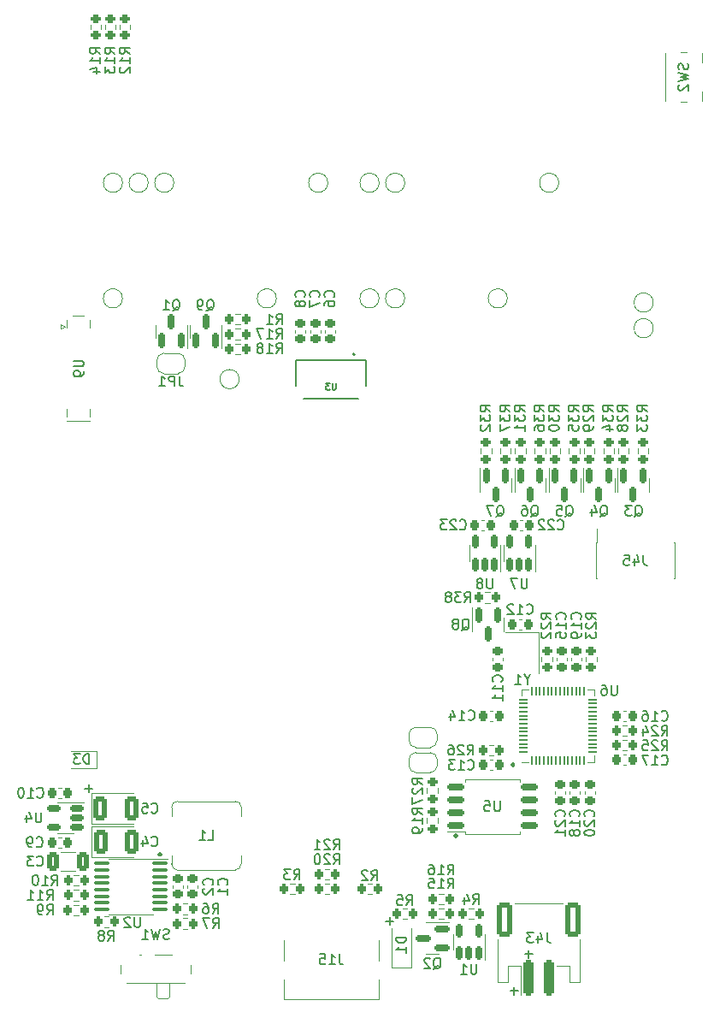
<source format=gbr>
%TF.GenerationSoftware,KiCad,Pcbnew,8.0.4*%
%TF.CreationDate,2024-08-09T22:43:38-04:00*%
%TF.ProjectId,beepy,62656570-792e-46b6-9963-61645f706362,rev?*%
%TF.SameCoordinates,Original*%
%TF.FileFunction,Legend,Bot*%
%TF.FilePolarity,Positive*%
%FSLAX46Y46*%
G04 Gerber Fmt 4.6, Leading zero omitted, Abs format (unit mm)*
G04 Created by KiCad (PCBNEW 8.0.4) date 2024-08-09 22:43:38*
%MOMM*%
%LPD*%
G01*
G04 APERTURE LIST*
G04 Aperture macros list*
%AMRoundRect*
0 Rectangle with rounded corners*
0 $1 Rounding radius*
0 $2 $3 $4 $5 $6 $7 $8 $9 X,Y pos of 4 corners*
0 Add a 4 corners polygon primitive as box body*
4,1,4,$2,$3,$4,$5,$6,$7,$8,$9,$2,$3,0*
0 Add four circle primitives for the rounded corners*
1,1,$1+$1,$2,$3*
1,1,$1+$1,$4,$5*
1,1,$1+$1,$6,$7*
1,1,$1+$1,$8,$9*
0 Add four rect primitives between the rounded corners*
20,1,$1+$1,$2,$3,$4,$5,0*
20,1,$1+$1,$4,$5,$6,$7,0*
20,1,$1+$1,$6,$7,$8,$9,0*
20,1,$1+$1,$8,$9,$2,$3,0*%
%AMFreePoly0*
4,1,19,0.500000,-0.750000,0.000000,-0.750000,0.000000,-0.744911,-0.071157,-0.744911,-0.207708,-0.704816,-0.327430,-0.627875,-0.420627,-0.520320,-0.479746,-0.390866,-0.500000,-0.250000,-0.500000,0.250000,-0.479746,0.390866,-0.420627,0.520320,-0.327430,0.627875,-0.207708,0.704816,-0.071157,0.744911,0.000000,0.744911,0.000000,0.750000,0.500000,0.750000,0.500000,-0.750000,0.500000,-0.750000,
$1*%
%AMFreePoly1*
4,1,19,0.000000,0.744911,0.071157,0.744911,0.207708,0.704816,0.327430,0.627875,0.420627,0.520320,0.479746,0.390866,0.500000,0.250000,0.500000,-0.250000,0.479746,-0.390866,0.420627,-0.520320,0.327430,-0.627875,0.207708,-0.704816,0.071157,-0.744911,0.000000,-0.744911,0.000000,-0.750000,-0.500000,-0.750000,-0.500000,0.750000,0.000000,0.750000,0.000000,0.744911,0.000000,0.744911,
$1*%
G04 Aperture macros list end*
%ADD10C,0.300000*%
%ADD11C,0.200000*%
%ADD12C,0.150000*%
%ADD13C,0.120000*%
%ADD14C,0.127000*%
%ADD15C,0.100000*%
%ADD16C,1.000000*%
%ADD17C,0.010000*%
%ADD18C,0.000000*%
%ADD19C,2.700000*%
%ADD20RoundRect,0.200000X0.200000X0.275000X-0.200000X0.275000X-0.200000X-0.275000X0.200000X-0.275000X0*%
%ADD21R,1.500000X2.500000*%
%ADD22RoundRect,0.150000X-0.712500X-0.150000X0.712500X-0.150000X0.712500X0.150000X-0.712500X0.150000X0*%
%ADD23C,1.500000*%
%ADD24RoundRect,0.200000X0.275000X-0.200000X0.275000X0.200000X-0.275000X0.200000X-0.275000X-0.200000X0*%
%ADD25R,2.460000X2.310000*%
%ADD26RoundRect,0.100000X0.687500X0.100000X-0.687500X0.100000X-0.687500X-0.100000X0.687500X-0.100000X0*%
%ADD27RoundRect,0.150000X-0.150000X0.587500X-0.150000X-0.587500X0.150000X-0.587500X0.150000X0.587500X0*%
%ADD28RoundRect,0.150000X0.150000X-0.512500X0.150000X0.512500X-0.150000X0.512500X-0.150000X-0.512500X0*%
%ADD29C,0.750000*%
%ADD30R,1.000000X1.550000*%
%ADD31RoundRect,0.225000X-0.250000X0.225000X-0.250000X-0.225000X0.250000X-0.225000X0.250000X0.225000X0*%
%ADD32RoundRect,0.250000X0.325000X0.650000X-0.325000X0.650000X-0.325000X-0.650000X0.325000X-0.650000X0*%
%ADD33RoundRect,0.225000X-0.225000X-0.250000X0.225000X-0.250000X0.225000X0.250000X-0.225000X0.250000X0*%
%ADD34RoundRect,0.225000X0.225000X0.250000X-0.225000X0.250000X-0.225000X-0.250000X0.225000X-0.250000X0*%
%ADD35R,2.950000X3.500000*%
%ADD36RoundRect,0.200000X-0.200000X-0.275000X0.200000X-0.275000X0.200000X0.275000X-0.200000X0.275000X0*%
%ADD37RoundRect,0.225000X0.250000X-0.225000X0.250000X0.225000X-0.250000X0.225000X-0.250000X-0.225000X0*%
%ADD38FreePoly0,0.000000*%
%ADD39FreePoly1,0.000000*%
%ADD40RoundRect,0.050000X-0.387500X-0.050000X0.387500X-0.050000X0.387500X0.050000X-0.387500X0.050000X0*%
%ADD41RoundRect,0.050000X-0.050000X-0.387500X0.050000X-0.387500X0.050000X0.387500X-0.050000X0.387500X0*%
%ADD42R,3.200000X3.200000*%
%ADD43RoundRect,0.200000X-0.275000X0.200000X-0.275000X-0.200000X0.275000X-0.200000X0.275000X0.200000X0*%
%ADD44R,0.400000X0.800000*%
%ADD45R,1.700000X1.700000*%
%ADD46O,1.700000X1.700000*%
%ADD47R,0.600000X0.450000*%
%ADD48C,6.000000*%
%ADD49RoundRect,0.150000X0.512500X0.150000X-0.512500X0.150000X-0.512500X-0.150000X0.512500X-0.150000X0*%
%ADD50RoundRect,0.250000X-0.412500X-0.925000X0.412500X-0.925000X0.412500X0.925000X-0.412500X0.925000X0*%
%ADD51RoundRect,0.250000X-0.250000X-1.500000X0.250000X-1.500000X0.250000X1.500000X-0.250000X1.500000X0*%
%ADD52RoundRect,0.250001X-0.499999X-1.449999X0.499999X-1.449999X0.499999X1.449999X-0.499999X1.449999X0*%
%ADD53R,0.750000X0.300000*%
%ADD54R,0.420000X0.230000*%
%ADD55FreePoly0,180.000000*%
%ADD56FreePoly1,180.000000*%
%ADD57O,1.000000X1.600000*%
%ADD58O,1.000000X2.100000*%
%ADD59C,0.650000*%
%ADD60R,0.600000X1.450000*%
%ADD61R,0.300000X1.450000*%
%ADD62RoundRect,0.150000X0.150000X-0.587500X0.150000X0.587500X-0.150000X0.587500X-0.150000X-0.587500X0*%
%ADD63RoundRect,0.150000X0.587500X0.150000X-0.587500X0.150000X-0.587500X-0.150000X0.587500X-0.150000X0*%
%ADD64R,1.200000X0.900000*%
%ADD65R,1.000000X0.800000*%
%ADD66C,0.900000*%
%ADD67R,0.700000X1.500000*%
%ADD68R,0.740000X2.400000*%
%ADD69R,1.200000X1.400000*%
G04 APERTURE END LIST*
D10*
X103439999Y-128035471D02*
X103511428Y-128106900D01*
X103511428Y-128106900D02*
X103439999Y-128178328D01*
X103439999Y-128178328D02*
X103368571Y-128106900D01*
X103368571Y-128106900D02*
X103439999Y-128035471D01*
X103439999Y-128035471D02*
X103439999Y-128178328D01*
D11*
X110259048Y-139811266D02*
X111020953Y-139811266D01*
X110640000Y-140192219D02*
X110640000Y-139430314D01*
X96519048Y-136541266D02*
X97280953Y-136541266D01*
X96900000Y-136922219D02*
X96900000Y-136160314D01*
D10*
X109079999Y-120985471D02*
X109151428Y-121056900D01*
X109151428Y-121056900D02*
X109079999Y-121128328D01*
X109079999Y-121128328D02*
X109008571Y-121056900D01*
X109008571Y-121056900D02*
X109079999Y-120985471D01*
X109079999Y-120985471D02*
X109079999Y-121128328D01*
X74149999Y-129865471D02*
X74221428Y-129936900D01*
X74221428Y-129936900D02*
X74149999Y-130008328D01*
X74149999Y-130008328D02*
X74078571Y-129936900D01*
X74078571Y-129936900D02*
X74149999Y-129865471D01*
X74149999Y-129865471D02*
X74149999Y-130008328D01*
D11*
X108849048Y-143441266D02*
X109610953Y-143441266D01*
X109230000Y-143822219D02*
X109230000Y-143060314D01*
X66699048Y-123441266D02*
X67460953Y-123441266D01*
X67080000Y-123822219D02*
X67080000Y-123060314D01*
D12*
X85682856Y-77484819D02*
X86016189Y-77008628D01*
X86254284Y-77484819D02*
X86254284Y-76484819D01*
X86254284Y-76484819D02*
X85873332Y-76484819D01*
X85873332Y-76484819D02*
X85778094Y-76532438D01*
X85778094Y-76532438D02*
X85730475Y-76580057D01*
X85730475Y-76580057D02*
X85682856Y-76675295D01*
X85682856Y-76675295D02*
X85682856Y-76818152D01*
X85682856Y-76818152D02*
X85730475Y-76913390D01*
X85730475Y-76913390D02*
X85778094Y-76961009D01*
X85778094Y-76961009D02*
X85873332Y-77008628D01*
X85873332Y-77008628D02*
X86254284Y-77008628D01*
X84730475Y-77484819D02*
X85301903Y-77484819D01*
X85016189Y-77484819D02*
X85016189Y-76484819D01*
X85016189Y-76484819D02*
X85111427Y-76627676D01*
X85111427Y-76627676D02*
X85206665Y-76722914D01*
X85206665Y-76722914D02*
X85301903Y-76770533D01*
X107831904Y-124664819D02*
X107831904Y-125474342D01*
X107831904Y-125474342D02*
X107784285Y-125569580D01*
X107784285Y-125569580D02*
X107736666Y-125617200D01*
X107736666Y-125617200D02*
X107641428Y-125664819D01*
X107641428Y-125664819D02*
X107450952Y-125664819D01*
X107450952Y-125664819D02*
X107355714Y-125617200D01*
X107355714Y-125617200D02*
X107308095Y-125569580D01*
X107308095Y-125569580D02*
X107260476Y-125474342D01*
X107260476Y-125474342D02*
X107260476Y-124664819D01*
X106308095Y-124664819D02*
X106784285Y-124664819D01*
X106784285Y-124664819D02*
X106831904Y-125141009D01*
X106831904Y-125141009D02*
X106784285Y-125093390D01*
X106784285Y-125093390D02*
X106689047Y-125045771D01*
X106689047Y-125045771D02*
X106450952Y-125045771D01*
X106450952Y-125045771D02*
X106355714Y-125093390D01*
X106355714Y-125093390D02*
X106308095Y-125141009D01*
X106308095Y-125141009D02*
X106260476Y-125236247D01*
X106260476Y-125236247D02*
X106260476Y-125474342D01*
X106260476Y-125474342D02*
X106308095Y-125569580D01*
X106308095Y-125569580D02*
X106355714Y-125617200D01*
X106355714Y-125617200D02*
X106450952Y-125664819D01*
X106450952Y-125664819D02*
X106689047Y-125664819D01*
X106689047Y-125664819D02*
X106784285Y-125617200D01*
X106784285Y-125617200D02*
X106831904Y-125569580D01*
X112871486Y-106647142D02*
X112395295Y-106313809D01*
X112871486Y-106075714D02*
X111871486Y-106075714D01*
X111871486Y-106075714D02*
X111871486Y-106456666D01*
X111871486Y-106456666D02*
X111919105Y-106551904D01*
X111919105Y-106551904D02*
X111966724Y-106599523D01*
X111966724Y-106599523D02*
X112061962Y-106647142D01*
X112061962Y-106647142D02*
X112204819Y-106647142D01*
X112204819Y-106647142D02*
X112300057Y-106599523D01*
X112300057Y-106599523D02*
X112347676Y-106551904D01*
X112347676Y-106551904D02*
X112395295Y-106456666D01*
X112395295Y-106456666D02*
X112395295Y-106075714D01*
X111966724Y-107028095D02*
X111919105Y-107075714D01*
X111919105Y-107075714D02*
X111871486Y-107170952D01*
X111871486Y-107170952D02*
X111871486Y-107409047D01*
X111871486Y-107409047D02*
X111919105Y-107504285D01*
X111919105Y-107504285D02*
X111966724Y-107551904D01*
X111966724Y-107551904D02*
X112061962Y-107599523D01*
X112061962Y-107599523D02*
X112157200Y-107599523D01*
X112157200Y-107599523D02*
X112300057Y-107551904D01*
X112300057Y-107551904D02*
X112871486Y-106980476D01*
X112871486Y-106980476D02*
X112871486Y-107599523D01*
X111966724Y-107980476D02*
X111919105Y-108028095D01*
X111919105Y-108028095D02*
X111871486Y-108123333D01*
X111871486Y-108123333D02*
X111871486Y-108361428D01*
X111871486Y-108361428D02*
X111919105Y-108456666D01*
X111919105Y-108456666D02*
X111966724Y-108504285D01*
X111966724Y-108504285D02*
X112061962Y-108551904D01*
X112061962Y-108551904D02*
X112157200Y-108551904D01*
X112157200Y-108551904D02*
X112300057Y-108504285D01*
X112300057Y-108504285D02*
X112871486Y-107932857D01*
X112871486Y-107932857D02*
X112871486Y-108551904D01*
X72201904Y-136154819D02*
X72201904Y-136964342D01*
X72201904Y-136964342D02*
X72154285Y-137059580D01*
X72154285Y-137059580D02*
X72106666Y-137107200D01*
X72106666Y-137107200D02*
X72011428Y-137154819D01*
X72011428Y-137154819D02*
X71820952Y-137154819D01*
X71820952Y-137154819D02*
X71725714Y-137107200D01*
X71725714Y-137107200D02*
X71678095Y-137059580D01*
X71678095Y-137059580D02*
X71630476Y-136964342D01*
X71630476Y-136964342D02*
X71630476Y-136154819D01*
X71201904Y-136250057D02*
X71154285Y-136202438D01*
X71154285Y-136202438D02*
X71059047Y-136154819D01*
X71059047Y-136154819D02*
X70820952Y-136154819D01*
X70820952Y-136154819D02*
X70725714Y-136202438D01*
X70725714Y-136202438D02*
X70678095Y-136250057D01*
X70678095Y-136250057D02*
X70630476Y-136345295D01*
X70630476Y-136345295D02*
X70630476Y-136440533D01*
X70630476Y-136440533D02*
X70678095Y-136583390D01*
X70678095Y-136583390D02*
X71249523Y-137154819D01*
X71249523Y-137154819D02*
X70630476Y-137154819D01*
X104037619Y-107760057D02*
X104132857Y-107712438D01*
X104132857Y-107712438D02*
X104228095Y-107617200D01*
X104228095Y-107617200D02*
X104370952Y-107474342D01*
X104370952Y-107474342D02*
X104466190Y-107426723D01*
X104466190Y-107426723D02*
X104561428Y-107426723D01*
X104513809Y-107664819D02*
X104609047Y-107617200D01*
X104609047Y-107617200D02*
X104704285Y-107521961D01*
X104704285Y-107521961D02*
X104751904Y-107331485D01*
X104751904Y-107331485D02*
X104751904Y-106998152D01*
X104751904Y-106998152D02*
X104704285Y-106807676D01*
X104704285Y-106807676D02*
X104609047Y-106712438D01*
X104609047Y-106712438D02*
X104513809Y-106664819D01*
X104513809Y-106664819D02*
X104323333Y-106664819D01*
X104323333Y-106664819D02*
X104228095Y-106712438D01*
X104228095Y-106712438D02*
X104132857Y-106807676D01*
X104132857Y-106807676D02*
X104085238Y-106998152D01*
X104085238Y-106998152D02*
X104085238Y-107331485D01*
X104085238Y-107331485D02*
X104132857Y-107521961D01*
X104132857Y-107521961D02*
X104228095Y-107617200D01*
X104228095Y-107617200D02*
X104323333Y-107664819D01*
X104323333Y-107664819D02*
X104513809Y-107664819D01*
X103513809Y-107093390D02*
X103609047Y-107045771D01*
X103609047Y-107045771D02*
X103656666Y-106998152D01*
X103656666Y-106998152D02*
X103704285Y-106902914D01*
X103704285Y-106902914D02*
X103704285Y-106855295D01*
X103704285Y-106855295D02*
X103656666Y-106760057D01*
X103656666Y-106760057D02*
X103609047Y-106712438D01*
X103609047Y-106712438D02*
X103513809Y-106664819D01*
X103513809Y-106664819D02*
X103323333Y-106664819D01*
X103323333Y-106664819D02*
X103228095Y-106712438D01*
X103228095Y-106712438D02*
X103180476Y-106760057D01*
X103180476Y-106760057D02*
X103132857Y-106855295D01*
X103132857Y-106855295D02*
X103132857Y-106902914D01*
X103132857Y-106902914D02*
X103180476Y-106998152D01*
X103180476Y-106998152D02*
X103228095Y-107045771D01*
X103228095Y-107045771D02*
X103323333Y-107093390D01*
X103323333Y-107093390D02*
X103513809Y-107093390D01*
X103513809Y-107093390D02*
X103609047Y-107141009D01*
X103609047Y-107141009D02*
X103656666Y-107188628D01*
X103656666Y-107188628D02*
X103704285Y-107283866D01*
X103704285Y-107283866D02*
X103704285Y-107474342D01*
X103704285Y-107474342D02*
X103656666Y-107569580D01*
X103656666Y-107569580D02*
X103609047Y-107617200D01*
X103609047Y-107617200D02*
X103513809Y-107664819D01*
X103513809Y-107664819D02*
X103323333Y-107664819D01*
X103323333Y-107664819D02*
X103228095Y-107617200D01*
X103228095Y-107617200D02*
X103180476Y-107569580D01*
X103180476Y-107569580D02*
X103132857Y-107474342D01*
X103132857Y-107474342D02*
X103132857Y-107283866D01*
X103132857Y-107283866D02*
X103180476Y-107188628D01*
X103180476Y-107188628D02*
X103228095Y-107141009D01*
X103228095Y-107141009D02*
X103323333Y-107093390D01*
X110491904Y-102644819D02*
X110491904Y-103454342D01*
X110491904Y-103454342D02*
X110444285Y-103549580D01*
X110444285Y-103549580D02*
X110396666Y-103597200D01*
X110396666Y-103597200D02*
X110301428Y-103644819D01*
X110301428Y-103644819D02*
X110110952Y-103644819D01*
X110110952Y-103644819D02*
X110015714Y-103597200D01*
X110015714Y-103597200D02*
X109968095Y-103549580D01*
X109968095Y-103549580D02*
X109920476Y-103454342D01*
X109920476Y-103454342D02*
X109920476Y-102644819D01*
X109539523Y-102644819D02*
X108872857Y-102644819D01*
X108872857Y-102644819D02*
X109301428Y-103644819D01*
X126417200Y-51686667D02*
X126464819Y-51829524D01*
X126464819Y-51829524D02*
X126464819Y-52067619D01*
X126464819Y-52067619D02*
X126417200Y-52162857D01*
X126417200Y-52162857D02*
X126369580Y-52210476D01*
X126369580Y-52210476D02*
X126274342Y-52258095D01*
X126274342Y-52258095D02*
X126179104Y-52258095D01*
X126179104Y-52258095D02*
X126083866Y-52210476D01*
X126083866Y-52210476D02*
X126036247Y-52162857D01*
X126036247Y-52162857D02*
X125988628Y-52067619D01*
X125988628Y-52067619D02*
X125941009Y-51877143D01*
X125941009Y-51877143D02*
X125893390Y-51781905D01*
X125893390Y-51781905D02*
X125845771Y-51734286D01*
X125845771Y-51734286D02*
X125750533Y-51686667D01*
X125750533Y-51686667D02*
X125655295Y-51686667D01*
X125655295Y-51686667D02*
X125560057Y-51734286D01*
X125560057Y-51734286D02*
X125512438Y-51781905D01*
X125512438Y-51781905D02*
X125464819Y-51877143D01*
X125464819Y-51877143D02*
X125464819Y-52115238D01*
X125464819Y-52115238D02*
X125512438Y-52258095D01*
X125464819Y-52591429D02*
X126464819Y-52829524D01*
X126464819Y-52829524D02*
X125750533Y-53020000D01*
X125750533Y-53020000D02*
X126464819Y-53210476D01*
X126464819Y-53210476D02*
X125464819Y-53448572D01*
X125560057Y-53781905D02*
X125512438Y-53829524D01*
X125512438Y-53829524D02*
X125464819Y-53924762D01*
X125464819Y-53924762D02*
X125464819Y-54162857D01*
X125464819Y-54162857D02*
X125512438Y-54258095D01*
X125512438Y-54258095D02*
X125560057Y-54305714D01*
X125560057Y-54305714D02*
X125655295Y-54353333D01*
X125655295Y-54353333D02*
X125750533Y-54353333D01*
X125750533Y-54353333D02*
X125893390Y-54305714D01*
X125893390Y-54305714D02*
X126464819Y-53734286D01*
X126464819Y-53734286D02*
X126464819Y-54353333D01*
X110264819Y-86127142D02*
X109788628Y-85793809D01*
X110264819Y-85555714D02*
X109264819Y-85555714D01*
X109264819Y-85555714D02*
X109264819Y-85936666D01*
X109264819Y-85936666D02*
X109312438Y-86031904D01*
X109312438Y-86031904D02*
X109360057Y-86079523D01*
X109360057Y-86079523D02*
X109455295Y-86127142D01*
X109455295Y-86127142D02*
X109598152Y-86127142D01*
X109598152Y-86127142D02*
X109693390Y-86079523D01*
X109693390Y-86079523D02*
X109741009Y-86031904D01*
X109741009Y-86031904D02*
X109788628Y-85936666D01*
X109788628Y-85936666D02*
X109788628Y-85555714D01*
X109264819Y-86460476D02*
X109264819Y-87079523D01*
X109264819Y-87079523D02*
X109645771Y-86746190D01*
X109645771Y-86746190D02*
X109645771Y-86889047D01*
X109645771Y-86889047D02*
X109693390Y-86984285D01*
X109693390Y-86984285D02*
X109741009Y-87031904D01*
X109741009Y-87031904D02*
X109836247Y-87079523D01*
X109836247Y-87079523D02*
X110074342Y-87079523D01*
X110074342Y-87079523D02*
X110169580Y-87031904D01*
X110169580Y-87031904D02*
X110217200Y-86984285D01*
X110217200Y-86984285D02*
X110264819Y-86889047D01*
X110264819Y-86889047D02*
X110264819Y-86603333D01*
X110264819Y-86603333D02*
X110217200Y-86508095D01*
X110217200Y-86508095D02*
X110169580Y-86460476D01*
X110264819Y-88031904D02*
X110264819Y-87460476D01*
X110264819Y-87746190D02*
X109264819Y-87746190D01*
X109264819Y-87746190D02*
X109407676Y-87650952D01*
X109407676Y-87650952D02*
X109502914Y-87555714D01*
X109502914Y-87555714D02*
X109550533Y-87460476D01*
X117727738Y-96510057D02*
X117822976Y-96462438D01*
X117822976Y-96462438D02*
X117918214Y-96367200D01*
X117918214Y-96367200D02*
X118061071Y-96224342D01*
X118061071Y-96224342D02*
X118156309Y-96176723D01*
X118156309Y-96176723D02*
X118251547Y-96176723D01*
X118203928Y-96414819D02*
X118299166Y-96367200D01*
X118299166Y-96367200D02*
X118394404Y-96271961D01*
X118394404Y-96271961D02*
X118442023Y-96081485D01*
X118442023Y-96081485D02*
X118442023Y-95748152D01*
X118442023Y-95748152D02*
X118394404Y-95557676D01*
X118394404Y-95557676D02*
X118299166Y-95462438D01*
X118299166Y-95462438D02*
X118203928Y-95414819D01*
X118203928Y-95414819D02*
X118013452Y-95414819D01*
X118013452Y-95414819D02*
X117918214Y-95462438D01*
X117918214Y-95462438D02*
X117822976Y-95557676D01*
X117822976Y-95557676D02*
X117775357Y-95748152D01*
X117775357Y-95748152D02*
X117775357Y-96081485D01*
X117775357Y-96081485D02*
X117822976Y-96271961D01*
X117822976Y-96271961D02*
X117918214Y-96367200D01*
X117918214Y-96367200D02*
X118013452Y-96414819D01*
X118013452Y-96414819D02*
X118203928Y-96414819D01*
X116918214Y-95748152D02*
X116918214Y-96414819D01*
X117156309Y-95367200D02*
X117394404Y-96081485D01*
X117394404Y-96081485D02*
X116775357Y-96081485D01*
X107091904Y-102644819D02*
X107091904Y-103454342D01*
X107091904Y-103454342D02*
X107044285Y-103549580D01*
X107044285Y-103549580D02*
X106996666Y-103597200D01*
X106996666Y-103597200D02*
X106901428Y-103644819D01*
X106901428Y-103644819D02*
X106710952Y-103644819D01*
X106710952Y-103644819D02*
X106615714Y-103597200D01*
X106615714Y-103597200D02*
X106568095Y-103549580D01*
X106568095Y-103549580D02*
X106520476Y-103454342D01*
X106520476Y-103454342D02*
X106520476Y-102644819D01*
X105901428Y-103073390D02*
X105996666Y-103025771D01*
X105996666Y-103025771D02*
X106044285Y-102978152D01*
X106044285Y-102978152D02*
X106091904Y-102882914D01*
X106091904Y-102882914D02*
X106091904Y-102835295D01*
X106091904Y-102835295D02*
X106044285Y-102740057D01*
X106044285Y-102740057D02*
X105996666Y-102692438D01*
X105996666Y-102692438D02*
X105901428Y-102644819D01*
X105901428Y-102644819D02*
X105710952Y-102644819D01*
X105710952Y-102644819D02*
X105615714Y-102692438D01*
X105615714Y-102692438D02*
X105568095Y-102740057D01*
X105568095Y-102740057D02*
X105520476Y-102835295D01*
X105520476Y-102835295D02*
X105520476Y-102882914D01*
X105520476Y-102882914D02*
X105568095Y-102978152D01*
X105568095Y-102978152D02*
X105615714Y-103025771D01*
X105615714Y-103025771D02*
X105710952Y-103073390D01*
X105710952Y-103073390D02*
X105901428Y-103073390D01*
X105901428Y-103073390D02*
X105996666Y-103121009D01*
X105996666Y-103121009D02*
X106044285Y-103168628D01*
X106044285Y-103168628D02*
X106091904Y-103263866D01*
X106091904Y-103263866D02*
X106091904Y-103454342D01*
X106091904Y-103454342D02*
X106044285Y-103549580D01*
X106044285Y-103549580D02*
X105996666Y-103597200D01*
X105996666Y-103597200D02*
X105901428Y-103644819D01*
X105901428Y-103644819D02*
X105710952Y-103644819D01*
X105710952Y-103644819D02*
X105615714Y-103597200D01*
X105615714Y-103597200D02*
X105568095Y-103549580D01*
X105568095Y-103549580D02*
X105520476Y-103454342D01*
X105520476Y-103454342D02*
X105520476Y-103263866D01*
X105520476Y-103263866D02*
X105568095Y-103168628D01*
X105568095Y-103168628D02*
X105615714Y-103121009D01*
X105615714Y-103121009D02*
X105710952Y-103073390D01*
X114179580Y-126187142D02*
X114227200Y-126139523D01*
X114227200Y-126139523D02*
X114274819Y-125996666D01*
X114274819Y-125996666D02*
X114274819Y-125901428D01*
X114274819Y-125901428D02*
X114227200Y-125758571D01*
X114227200Y-125758571D02*
X114131961Y-125663333D01*
X114131961Y-125663333D02*
X114036723Y-125615714D01*
X114036723Y-125615714D02*
X113846247Y-125568095D01*
X113846247Y-125568095D02*
X113703390Y-125568095D01*
X113703390Y-125568095D02*
X113512914Y-125615714D01*
X113512914Y-125615714D02*
X113417676Y-125663333D01*
X113417676Y-125663333D02*
X113322438Y-125758571D01*
X113322438Y-125758571D02*
X113274819Y-125901428D01*
X113274819Y-125901428D02*
X113274819Y-125996666D01*
X113274819Y-125996666D02*
X113322438Y-126139523D01*
X113322438Y-126139523D02*
X113370057Y-126187142D01*
X113370057Y-126568095D02*
X113322438Y-126615714D01*
X113322438Y-126615714D02*
X113274819Y-126710952D01*
X113274819Y-126710952D02*
X113274819Y-126949047D01*
X113274819Y-126949047D02*
X113322438Y-127044285D01*
X113322438Y-127044285D02*
X113370057Y-127091904D01*
X113370057Y-127091904D02*
X113465295Y-127139523D01*
X113465295Y-127139523D02*
X113560533Y-127139523D01*
X113560533Y-127139523D02*
X113703390Y-127091904D01*
X113703390Y-127091904D02*
X114274819Y-126520476D01*
X114274819Y-126520476D02*
X114274819Y-127139523D01*
X114274819Y-128091904D02*
X114274819Y-127520476D01*
X114274819Y-127806190D02*
X113274819Y-127806190D01*
X113274819Y-127806190D02*
X113417676Y-127710952D01*
X113417676Y-127710952D02*
X113512914Y-127615714D01*
X113512914Y-127615714D02*
X113560533Y-127520476D01*
X61956666Y-131009580D02*
X62004285Y-131057200D01*
X62004285Y-131057200D02*
X62147142Y-131104819D01*
X62147142Y-131104819D02*
X62242380Y-131104819D01*
X62242380Y-131104819D02*
X62385237Y-131057200D01*
X62385237Y-131057200D02*
X62480475Y-130961961D01*
X62480475Y-130961961D02*
X62528094Y-130866723D01*
X62528094Y-130866723D02*
X62575713Y-130676247D01*
X62575713Y-130676247D02*
X62575713Y-130533390D01*
X62575713Y-130533390D02*
X62528094Y-130342914D01*
X62528094Y-130342914D02*
X62480475Y-130247676D01*
X62480475Y-130247676D02*
X62385237Y-130152438D01*
X62385237Y-130152438D02*
X62242380Y-130104819D01*
X62242380Y-130104819D02*
X62147142Y-130104819D01*
X62147142Y-130104819D02*
X62004285Y-130152438D01*
X62004285Y-130152438D02*
X61956666Y-130200057D01*
X61623332Y-130104819D02*
X61004285Y-130104819D01*
X61004285Y-130104819D02*
X61337618Y-130485771D01*
X61337618Y-130485771D02*
X61194761Y-130485771D01*
X61194761Y-130485771D02*
X61099523Y-130533390D01*
X61099523Y-130533390D02*
X61051904Y-130581009D01*
X61051904Y-130581009D02*
X61004285Y-130676247D01*
X61004285Y-130676247D02*
X61004285Y-130914342D01*
X61004285Y-130914342D02*
X61051904Y-131009580D01*
X61051904Y-131009580D02*
X61099523Y-131057200D01*
X61099523Y-131057200D02*
X61194761Y-131104819D01*
X61194761Y-131104819D02*
X61480475Y-131104819D01*
X61480475Y-131104819D02*
X61575713Y-131057200D01*
X61575713Y-131057200D02*
X61623332Y-131009580D01*
X123812857Y-121019580D02*
X123860476Y-121067200D01*
X123860476Y-121067200D02*
X124003333Y-121114819D01*
X124003333Y-121114819D02*
X124098571Y-121114819D01*
X124098571Y-121114819D02*
X124241428Y-121067200D01*
X124241428Y-121067200D02*
X124336666Y-120971961D01*
X124336666Y-120971961D02*
X124384285Y-120876723D01*
X124384285Y-120876723D02*
X124431904Y-120686247D01*
X124431904Y-120686247D02*
X124431904Y-120543390D01*
X124431904Y-120543390D02*
X124384285Y-120352914D01*
X124384285Y-120352914D02*
X124336666Y-120257676D01*
X124336666Y-120257676D02*
X124241428Y-120162438D01*
X124241428Y-120162438D02*
X124098571Y-120114819D01*
X124098571Y-120114819D02*
X124003333Y-120114819D01*
X124003333Y-120114819D02*
X123860476Y-120162438D01*
X123860476Y-120162438D02*
X123812857Y-120210057D01*
X122860476Y-121114819D02*
X123431904Y-121114819D01*
X123146190Y-121114819D02*
X123146190Y-120114819D01*
X123146190Y-120114819D02*
X123241428Y-120257676D01*
X123241428Y-120257676D02*
X123336666Y-120352914D01*
X123336666Y-120352914D02*
X123431904Y-120400533D01*
X122527142Y-120114819D02*
X121860476Y-120114819D01*
X121860476Y-120114819D02*
X122289047Y-121114819D01*
X110882738Y-96510057D02*
X110977976Y-96462438D01*
X110977976Y-96462438D02*
X111073214Y-96367200D01*
X111073214Y-96367200D02*
X111216071Y-96224342D01*
X111216071Y-96224342D02*
X111311309Y-96176723D01*
X111311309Y-96176723D02*
X111406547Y-96176723D01*
X111358928Y-96414819D02*
X111454166Y-96367200D01*
X111454166Y-96367200D02*
X111549404Y-96271961D01*
X111549404Y-96271961D02*
X111597023Y-96081485D01*
X111597023Y-96081485D02*
X111597023Y-95748152D01*
X111597023Y-95748152D02*
X111549404Y-95557676D01*
X111549404Y-95557676D02*
X111454166Y-95462438D01*
X111454166Y-95462438D02*
X111358928Y-95414819D01*
X111358928Y-95414819D02*
X111168452Y-95414819D01*
X111168452Y-95414819D02*
X111073214Y-95462438D01*
X111073214Y-95462438D02*
X110977976Y-95557676D01*
X110977976Y-95557676D02*
X110930357Y-95748152D01*
X110930357Y-95748152D02*
X110930357Y-96081485D01*
X110930357Y-96081485D02*
X110977976Y-96271961D01*
X110977976Y-96271961D02*
X111073214Y-96367200D01*
X111073214Y-96367200D02*
X111168452Y-96414819D01*
X111168452Y-96414819D02*
X111358928Y-96414819D01*
X110073214Y-95414819D02*
X110263690Y-95414819D01*
X110263690Y-95414819D02*
X110358928Y-95462438D01*
X110358928Y-95462438D02*
X110406547Y-95510057D01*
X110406547Y-95510057D02*
X110501785Y-95652914D01*
X110501785Y-95652914D02*
X110549404Y-95843390D01*
X110549404Y-95843390D02*
X110549404Y-96224342D01*
X110549404Y-96224342D02*
X110501785Y-96319580D01*
X110501785Y-96319580D02*
X110454166Y-96367200D01*
X110454166Y-96367200D02*
X110358928Y-96414819D01*
X110358928Y-96414819D02*
X110168452Y-96414819D01*
X110168452Y-96414819D02*
X110073214Y-96367200D01*
X110073214Y-96367200D02*
X110025595Y-96319580D01*
X110025595Y-96319580D02*
X109977976Y-96224342D01*
X109977976Y-96224342D02*
X109977976Y-95986247D01*
X109977976Y-95986247D02*
X110025595Y-95891009D01*
X110025595Y-95891009D02*
X110073214Y-95843390D01*
X110073214Y-95843390D02*
X110168452Y-95795771D01*
X110168452Y-95795771D02*
X110358928Y-95795771D01*
X110358928Y-95795771D02*
X110454166Y-95843390D01*
X110454166Y-95843390D02*
X110501785Y-95891009D01*
X110501785Y-95891009D02*
X110549404Y-95986247D01*
X113522857Y-97719580D02*
X113570476Y-97767200D01*
X113570476Y-97767200D02*
X113713333Y-97814819D01*
X113713333Y-97814819D02*
X113808571Y-97814819D01*
X113808571Y-97814819D02*
X113951428Y-97767200D01*
X113951428Y-97767200D02*
X114046666Y-97671961D01*
X114046666Y-97671961D02*
X114094285Y-97576723D01*
X114094285Y-97576723D02*
X114141904Y-97386247D01*
X114141904Y-97386247D02*
X114141904Y-97243390D01*
X114141904Y-97243390D02*
X114094285Y-97052914D01*
X114094285Y-97052914D02*
X114046666Y-96957676D01*
X114046666Y-96957676D02*
X113951428Y-96862438D01*
X113951428Y-96862438D02*
X113808571Y-96814819D01*
X113808571Y-96814819D02*
X113713333Y-96814819D01*
X113713333Y-96814819D02*
X113570476Y-96862438D01*
X113570476Y-96862438D02*
X113522857Y-96910057D01*
X113141904Y-96910057D02*
X113094285Y-96862438D01*
X113094285Y-96862438D02*
X112999047Y-96814819D01*
X112999047Y-96814819D02*
X112760952Y-96814819D01*
X112760952Y-96814819D02*
X112665714Y-96862438D01*
X112665714Y-96862438D02*
X112618095Y-96910057D01*
X112618095Y-96910057D02*
X112570476Y-97005295D01*
X112570476Y-97005295D02*
X112570476Y-97100533D01*
X112570476Y-97100533D02*
X112618095Y-97243390D01*
X112618095Y-97243390D02*
X113189523Y-97814819D01*
X113189523Y-97814819D02*
X112570476Y-97814819D01*
X112189523Y-96910057D02*
X112141904Y-96862438D01*
X112141904Y-96862438D02*
X112046666Y-96814819D01*
X112046666Y-96814819D02*
X111808571Y-96814819D01*
X111808571Y-96814819D02*
X111713333Y-96862438D01*
X111713333Y-96862438D02*
X111665714Y-96910057D01*
X111665714Y-96910057D02*
X111618095Y-97005295D01*
X111618095Y-97005295D02*
X111618095Y-97100533D01*
X111618095Y-97100533D02*
X111665714Y-97243390D01*
X111665714Y-97243390D02*
X112237142Y-97814819D01*
X112237142Y-97814819D02*
X111618095Y-97814819D01*
X79356666Y-135794819D02*
X79689999Y-135318628D01*
X79928094Y-135794819D02*
X79928094Y-134794819D01*
X79928094Y-134794819D02*
X79547142Y-134794819D01*
X79547142Y-134794819D02*
X79451904Y-134842438D01*
X79451904Y-134842438D02*
X79404285Y-134890057D01*
X79404285Y-134890057D02*
X79356666Y-134985295D01*
X79356666Y-134985295D02*
X79356666Y-135128152D01*
X79356666Y-135128152D02*
X79404285Y-135223390D01*
X79404285Y-135223390D02*
X79451904Y-135271009D01*
X79451904Y-135271009D02*
X79547142Y-135318628D01*
X79547142Y-135318628D02*
X79928094Y-135318628D01*
X78499523Y-134794819D02*
X78689999Y-134794819D01*
X78689999Y-134794819D02*
X78785237Y-134842438D01*
X78785237Y-134842438D02*
X78832856Y-134890057D01*
X78832856Y-134890057D02*
X78928094Y-135032914D01*
X78928094Y-135032914D02*
X78975713Y-135223390D01*
X78975713Y-135223390D02*
X78975713Y-135604342D01*
X78975713Y-135604342D02*
X78928094Y-135699580D01*
X78928094Y-135699580D02*
X78880475Y-135747200D01*
X78880475Y-135747200D02*
X78785237Y-135794819D01*
X78785237Y-135794819D02*
X78594761Y-135794819D01*
X78594761Y-135794819D02*
X78499523Y-135747200D01*
X78499523Y-135747200D02*
X78451904Y-135699580D01*
X78451904Y-135699580D02*
X78404285Y-135604342D01*
X78404285Y-135604342D02*
X78404285Y-135366247D01*
X78404285Y-135366247D02*
X78451904Y-135271009D01*
X78451904Y-135271009D02*
X78499523Y-135223390D01*
X78499523Y-135223390D02*
X78594761Y-135175771D01*
X78594761Y-135175771D02*
X78785237Y-135175771D01*
X78785237Y-135175771D02*
X78880475Y-135223390D01*
X78880475Y-135223390D02*
X78928094Y-135271009D01*
X78928094Y-135271009D02*
X78975713Y-135366247D01*
X78924166Y-128544819D02*
X79400356Y-128544819D01*
X79400356Y-128544819D02*
X79400356Y-127544819D01*
X78067023Y-128544819D02*
X78638451Y-128544819D01*
X78352737Y-128544819D02*
X78352737Y-127544819D01*
X78352737Y-127544819D02*
X78447975Y-127687676D01*
X78447975Y-127687676D02*
X78543213Y-127782914D01*
X78543213Y-127782914D02*
X78638451Y-127830533D01*
X62951667Y-134454819D02*
X63285000Y-133978628D01*
X63523095Y-134454819D02*
X63523095Y-133454819D01*
X63523095Y-133454819D02*
X63142143Y-133454819D01*
X63142143Y-133454819D02*
X63046905Y-133502438D01*
X63046905Y-133502438D02*
X62999286Y-133550057D01*
X62999286Y-133550057D02*
X62951667Y-133645295D01*
X62951667Y-133645295D02*
X62951667Y-133788152D01*
X62951667Y-133788152D02*
X62999286Y-133883390D01*
X62999286Y-133883390D02*
X63046905Y-133931009D01*
X63046905Y-133931009D02*
X63142143Y-133978628D01*
X63142143Y-133978628D02*
X63523095Y-133978628D01*
X61999286Y-134454819D02*
X62570714Y-134454819D01*
X62285000Y-134454819D02*
X62285000Y-133454819D01*
X62285000Y-133454819D02*
X62380238Y-133597676D01*
X62380238Y-133597676D02*
X62475476Y-133692914D01*
X62475476Y-133692914D02*
X62570714Y-133740533D01*
X61046905Y-134454819D02*
X61618333Y-134454819D01*
X61332619Y-134454819D02*
X61332619Y-133454819D01*
X61332619Y-133454819D02*
X61427857Y-133597676D01*
X61427857Y-133597676D02*
X61523095Y-133692914D01*
X61523095Y-133692914D02*
X61618333Y-133740533D01*
X91352857Y-130914819D02*
X91686190Y-130438628D01*
X91924285Y-130914819D02*
X91924285Y-129914819D01*
X91924285Y-129914819D02*
X91543333Y-129914819D01*
X91543333Y-129914819D02*
X91448095Y-129962438D01*
X91448095Y-129962438D02*
X91400476Y-130010057D01*
X91400476Y-130010057D02*
X91352857Y-130105295D01*
X91352857Y-130105295D02*
X91352857Y-130248152D01*
X91352857Y-130248152D02*
X91400476Y-130343390D01*
X91400476Y-130343390D02*
X91448095Y-130391009D01*
X91448095Y-130391009D02*
X91543333Y-130438628D01*
X91543333Y-130438628D02*
X91924285Y-130438628D01*
X90971904Y-130010057D02*
X90924285Y-129962438D01*
X90924285Y-129962438D02*
X90829047Y-129914819D01*
X90829047Y-129914819D02*
X90590952Y-129914819D01*
X90590952Y-129914819D02*
X90495714Y-129962438D01*
X90495714Y-129962438D02*
X90448095Y-130010057D01*
X90448095Y-130010057D02*
X90400476Y-130105295D01*
X90400476Y-130105295D02*
X90400476Y-130200533D01*
X90400476Y-130200533D02*
X90448095Y-130343390D01*
X90448095Y-130343390D02*
X91019523Y-130914819D01*
X91019523Y-130914819D02*
X90400476Y-130914819D01*
X89781428Y-129914819D02*
X89686190Y-129914819D01*
X89686190Y-129914819D02*
X89590952Y-129962438D01*
X89590952Y-129962438D02*
X89543333Y-130010057D01*
X89543333Y-130010057D02*
X89495714Y-130105295D01*
X89495714Y-130105295D02*
X89448095Y-130295771D01*
X89448095Y-130295771D02*
X89448095Y-130533866D01*
X89448095Y-130533866D02*
X89495714Y-130724342D01*
X89495714Y-130724342D02*
X89543333Y-130819580D01*
X89543333Y-130819580D02*
X89590952Y-130867200D01*
X89590952Y-130867200D02*
X89686190Y-130914819D01*
X89686190Y-130914819D02*
X89781428Y-130914819D01*
X89781428Y-130914819D02*
X89876666Y-130867200D01*
X89876666Y-130867200D02*
X89924285Y-130819580D01*
X89924285Y-130819580D02*
X89971904Y-130724342D01*
X89971904Y-130724342D02*
X90019523Y-130533866D01*
X90019523Y-130533866D02*
X90019523Y-130295771D01*
X90019523Y-130295771D02*
X89971904Y-130105295D01*
X89971904Y-130105295D02*
X89924285Y-130010057D01*
X89924285Y-130010057D02*
X89876666Y-129962438D01*
X89876666Y-129962438D02*
X89781428Y-129914819D01*
X79319580Y-132958333D02*
X79367200Y-132910714D01*
X79367200Y-132910714D02*
X79414819Y-132767857D01*
X79414819Y-132767857D02*
X79414819Y-132672619D01*
X79414819Y-132672619D02*
X79367200Y-132529762D01*
X79367200Y-132529762D02*
X79271961Y-132434524D01*
X79271961Y-132434524D02*
X79176723Y-132386905D01*
X79176723Y-132386905D02*
X78986247Y-132339286D01*
X78986247Y-132339286D02*
X78843390Y-132339286D01*
X78843390Y-132339286D02*
X78652914Y-132386905D01*
X78652914Y-132386905D02*
X78557676Y-132434524D01*
X78557676Y-132434524D02*
X78462438Y-132529762D01*
X78462438Y-132529762D02*
X78414819Y-132672619D01*
X78414819Y-132672619D02*
X78414819Y-132767857D01*
X78414819Y-132767857D02*
X78462438Y-132910714D01*
X78462438Y-132910714D02*
X78510057Y-132958333D01*
X78510057Y-133339286D02*
X78462438Y-133386905D01*
X78462438Y-133386905D02*
X78414819Y-133482143D01*
X78414819Y-133482143D02*
X78414819Y-133720238D01*
X78414819Y-133720238D02*
X78462438Y-133815476D01*
X78462438Y-133815476D02*
X78510057Y-133863095D01*
X78510057Y-133863095D02*
X78605295Y-133910714D01*
X78605295Y-133910714D02*
X78700533Y-133910714D01*
X78700533Y-133910714D02*
X78843390Y-133863095D01*
X78843390Y-133863095D02*
X79414819Y-133291667D01*
X79414819Y-133291667D02*
X79414819Y-133910714D01*
X112204819Y-86127142D02*
X111728628Y-85793809D01*
X112204819Y-85555714D02*
X111204819Y-85555714D01*
X111204819Y-85555714D02*
X111204819Y-85936666D01*
X111204819Y-85936666D02*
X111252438Y-86031904D01*
X111252438Y-86031904D02*
X111300057Y-86079523D01*
X111300057Y-86079523D02*
X111395295Y-86127142D01*
X111395295Y-86127142D02*
X111538152Y-86127142D01*
X111538152Y-86127142D02*
X111633390Y-86079523D01*
X111633390Y-86079523D02*
X111681009Y-86031904D01*
X111681009Y-86031904D02*
X111728628Y-85936666D01*
X111728628Y-85936666D02*
X111728628Y-85555714D01*
X111204819Y-86460476D02*
X111204819Y-87079523D01*
X111204819Y-87079523D02*
X111585771Y-86746190D01*
X111585771Y-86746190D02*
X111585771Y-86889047D01*
X111585771Y-86889047D02*
X111633390Y-86984285D01*
X111633390Y-86984285D02*
X111681009Y-87031904D01*
X111681009Y-87031904D02*
X111776247Y-87079523D01*
X111776247Y-87079523D02*
X112014342Y-87079523D01*
X112014342Y-87079523D02*
X112109580Y-87031904D01*
X112109580Y-87031904D02*
X112157200Y-86984285D01*
X112157200Y-86984285D02*
X112204819Y-86889047D01*
X112204819Y-86889047D02*
X112204819Y-86603333D01*
X112204819Y-86603333D02*
X112157200Y-86508095D01*
X112157200Y-86508095D02*
X112109580Y-86460476D01*
X111204819Y-87936666D02*
X111204819Y-87746190D01*
X111204819Y-87746190D02*
X111252438Y-87650952D01*
X111252438Y-87650952D02*
X111300057Y-87603333D01*
X111300057Y-87603333D02*
X111442914Y-87508095D01*
X111442914Y-87508095D02*
X111633390Y-87460476D01*
X111633390Y-87460476D02*
X112014342Y-87460476D01*
X112014342Y-87460476D02*
X112109580Y-87508095D01*
X112109580Y-87508095D02*
X112157200Y-87555714D01*
X112157200Y-87555714D02*
X112204819Y-87650952D01*
X112204819Y-87650952D02*
X112204819Y-87841428D01*
X112204819Y-87841428D02*
X112157200Y-87936666D01*
X112157200Y-87936666D02*
X112109580Y-87984285D01*
X112109580Y-87984285D02*
X112014342Y-88031904D01*
X112014342Y-88031904D02*
X111776247Y-88031904D01*
X111776247Y-88031904D02*
X111681009Y-87984285D01*
X111681009Y-87984285D02*
X111633390Y-87936666D01*
X111633390Y-87936666D02*
X111585771Y-87841428D01*
X111585771Y-87841428D02*
X111585771Y-87650952D01*
X111585771Y-87650952D02*
X111633390Y-87555714D01*
X111633390Y-87555714D02*
X111681009Y-87508095D01*
X111681009Y-87508095D02*
X111776247Y-87460476D01*
X104702857Y-116579580D02*
X104750476Y-116627200D01*
X104750476Y-116627200D02*
X104893333Y-116674819D01*
X104893333Y-116674819D02*
X104988571Y-116674819D01*
X104988571Y-116674819D02*
X105131428Y-116627200D01*
X105131428Y-116627200D02*
X105226666Y-116531961D01*
X105226666Y-116531961D02*
X105274285Y-116436723D01*
X105274285Y-116436723D02*
X105321904Y-116246247D01*
X105321904Y-116246247D02*
X105321904Y-116103390D01*
X105321904Y-116103390D02*
X105274285Y-115912914D01*
X105274285Y-115912914D02*
X105226666Y-115817676D01*
X105226666Y-115817676D02*
X105131428Y-115722438D01*
X105131428Y-115722438D02*
X104988571Y-115674819D01*
X104988571Y-115674819D02*
X104893333Y-115674819D01*
X104893333Y-115674819D02*
X104750476Y-115722438D01*
X104750476Y-115722438D02*
X104702857Y-115770057D01*
X103750476Y-116674819D02*
X104321904Y-116674819D01*
X104036190Y-116674819D02*
X104036190Y-115674819D01*
X104036190Y-115674819D02*
X104131428Y-115817676D01*
X104131428Y-115817676D02*
X104226666Y-115912914D01*
X104226666Y-115912914D02*
X104321904Y-115960533D01*
X102893333Y-116008152D02*
X102893333Y-116674819D01*
X103131428Y-115627200D02*
X103369523Y-116341485D01*
X103369523Y-116341485D02*
X102750476Y-116341485D01*
X76073333Y-82604819D02*
X76073333Y-83319104D01*
X76073333Y-83319104D02*
X76120952Y-83461961D01*
X76120952Y-83461961D02*
X76216190Y-83557200D01*
X76216190Y-83557200D02*
X76359047Y-83604819D01*
X76359047Y-83604819D02*
X76454285Y-83604819D01*
X75597142Y-83604819D02*
X75597142Y-82604819D01*
X75597142Y-82604819D02*
X75216190Y-82604819D01*
X75216190Y-82604819D02*
X75120952Y-82652438D01*
X75120952Y-82652438D02*
X75073333Y-82700057D01*
X75073333Y-82700057D02*
X75025714Y-82795295D01*
X75025714Y-82795295D02*
X75025714Y-82938152D01*
X75025714Y-82938152D02*
X75073333Y-83033390D01*
X75073333Y-83033390D02*
X75120952Y-83081009D01*
X75120952Y-83081009D02*
X75216190Y-83128628D01*
X75216190Y-83128628D02*
X75597142Y-83128628D01*
X74073333Y-83604819D02*
X74644761Y-83604819D01*
X74359047Y-83604819D02*
X74359047Y-82604819D01*
X74359047Y-82604819D02*
X74454285Y-82747676D01*
X74454285Y-82747676D02*
X74549523Y-82842914D01*
X74549523Y-82842914D02*
X74644761Y-82890533D01*
X120464819Y-86122142D02*
X119988628Y-85788809D01*
X120464819Y-85550714D02*
X119464819Y-85550714D01*
X119464819Y-85550714D02*
X119464819Y-85931666D01*
X119464819Y-85931666D02*
X119512438Y-86026904D01*
X119512438Y-86026904D02*
X119560057Y-86074523D01*
X119560057Y-86074523D02*
X119655295Y-86122142D01*
X119655295Y-86122142D02*
X119798152Y-86122142D01*
X119798152Y-86122142D02*
X119893390Y-86074523D01*
X119893390Y-86074523D02*
X119941009Y-86026904D01*
X119941009Y-86026904D02*
X119988628Y-85931666D01*
X119988628Y-85931666D02*
X119988628Y-85550714D01*
X119560057Y-86503095D02*
X119512438Y-86550714D01*
X119512438Y-86550714D02*
X119464819Y-86645952D01*
X119464819Y-86645952D02*
X119464819Y-86884047D01*
X119464819Y-86884047D02*
X119512438Y-86979285D01*
X119512438Y-86979285D02*
X119560057Y-87026904D01*
X119560057Y-87026904D02*
X119655295Y-87074523D01*
X119655295Y-87074523D02*
X119750533Y-87074523D01*
X119750533Y-87074523D02*
X119893390Y-87026904D01*
X119893390Y-87026904D02*
X120464819Y-86455476D01*
X120464819Y-86455476D02*
X120464819Y-87074523D01*
X119893390Y-87645952D02*
X119845771Y-87550714D01*
X119845771Y-87550714D02*
X119798152Y-87503095D01*
X119798152Y-87503095D02*
X119702914Y-87455476D01*
X119702914Y-87455476D02*
X119655295Y-87455476D01*
X119655295Y-87455476D02*
X119560057Y-87503095D01*
X119560057Y-87503095D02*
X119512438Y-87550714D01*
X119512438Y-87550714D02*
X119464819Y-87645952D01*
X119464819Y-87645952D02*
X119464819Y-87836428D01*
X119464819Y-87836428D02*
X119512438Y-87931666D01*
X119512438Y-87931666D02*
X119560057Y-87979285D01*
X119560057Y-87979285D02*
X119655295Y-88026904D01*
X119655295Y-88026904D02*
X119702914Y-88026904D01*
X119702914Y-88026904D02*
X119798152Y-87979285D01*
X119798152Y-87979285D02*
X119845771Y-87931666D01*
X119845771Y-87931666D02*
X119893390Y-87836428D01*
X119893390Y-87836428D02*
X119893390Y-87645952D01*
X119893390Y-87645952D02*
X119941009Y-87550714D01*
X119941009Y-87550714D02*
X119988628Y-87503095D01*
X119988628Y-87503095D02*
X120083866Y-87455476D01*
X120083866Y-87455476D02*
X120274342Y-87455476D01*
X120274342Y-87455476D02*
X120369580Y-87503095D01*
X120369580Y-87503095D02*
X120417200Y-87550714D01*
X120417200Y-87550714D02*
X120464819Y-87645952D01*
X120464819Y-87645952D02*
X120464819Y-87836428D01*
X120464819Y-87836428D02*
X120417200Y-87931666D01*
X120417200Y-87931666D02*
X120369580Y-87979285D01*
X120369580Y-87979285D02*
X120274342Y-88026904D01*
X120274342Y-88026904D02*
X120083866Y-88026904D01*
X120083866Y-88026904D02*
X119988628Y-87979285D01*
X119988628Y-87979285D02*
X119941009Y-87931666D01*
X119941009Y-87931666D02*
X119893390Y-87836428D01*
X61992857Y-124249580D02*
X62040476Y-124297200D01*
X62040476Y-124297200D02*
X62183333Y-124344819D01*
X62183333Y-124344819D02*
X62278571Y-124344819D01*
X62278571Y-124344819D02*
X62421428Y-124297200D01*
X62421428Y-124297200D02*
X62516666Y-124201961D01*
X62516666Y-124201961D02*
X62564285Y-124106723D01*
X62564285Y-124106723D02*
X62611904Y-123916247D01*
X62611904Y-123916247D02*
X62611904Y-123773390D01*
X62611904Y-123773390D02*
X62564285Y-123582914D01*
X62564285Y-123582914D02*
X62516666Y-123487676D01*
X62516666Y-123487676D02*
X62421428Y-123392438D01*
X62421428Y-123392438D02*
X62278571Y-123344819D01*
X62278571Y-123344819D02*
X62183333Y-123344819D01*
X62183333Y-123344819D02*
X62040476Y-123392438D01*
X62040476Y-123392438D02*
X61992857Y-123440057D01*
X61040476Y-124344819D02*
X61611904Y-124344819D01*
X61326190Y-124344819D02*
X61326190Y-123344819D01*
X61326190Y-123344819D02*
X61421428Y-123487676D01*
X61421428Y-123487676D02*
X61516666Y-123582914D01*
X61516666Y-123582914D02*
X61611904Y-123630533D01*
X60421428Y-123344819D02*
X60326190Y-123344819D01*
X60326190Y-123344819D02*
X60230952Y-123392438D01*
X60230952Y-123392438D02*
X60183333Y-123440057D01*
X60183333Y-123440057D02*
X60135714Y-123535295D01*
X60135714Y-123535295D02*
X60088095Y-123725771D01*
X60088095Y-123725771D02*
X60088095Y-123963866D01*
X60088095Y-123963866D02*
X60135714Y-124154342D01*
X60135714Y-124154342D02*
X60183333Y-124249580D01*
X60183333Y-124249580D02*
X60230952Y-124297200D01*
X60230952Y-124297200D02*
X60326190Y-124344819D01*
X60326190Y-124344819D02*
X60421428Y-124344819D01*
X60421428Y-124344819D02*
X60516666Y-124297200D01*
X60516666Y-124297200D02*
X60564285Y-124249580D01*
X60564285Y-124249580D02*
X60611904Y-124154342D01*
X60611904Y-124154342D02*
X60659523Y-123963866D01*
X60659523Y-123963866D02*
X60659523Y-123725771D01*
X60659523Y-123725771D02*
X60611904Y-123535295D01*
X60611904Y-123535295D02*
X60564285Y-123440057D01*
X60564285Y-123440057D02*
X60516666Y-123392438D01*
X60516666Y-123392438D02*
X60421428Y-123344819D01*
X79376666Y-137244819D02*
X79709999Y-136768628D01*
X79948094Y-137244819D02*
X79948094Y-136244819D01*
X79948094Y-136244819D02*
X79567142Y-136244819D01*
X79567142Y-136244819D02*
X79471904Y-136292438D01*
X79471904Y-136292438D02*
X79424285Y-136340057D01*
X79424285Y-136340057D02*
X79376666Y-136435295D01*
X79376666Y-136435295D02*
X79376666Y-136578152D01*
X79376666Y-136578152D02*
X79424285Y-136673390D01*
X79424285Y-136673390D02*
X79471904Y-136721009D01*
X79471904Y-136721009D02*
X79567142Y-136768628D01*
X79567142Y-136768628D02*
X79948094Y-136768628D01*
X79043332Y-136244819D02*
X78376666Y-136244819D01*
X78376666Y-136244819D02*
X78805237Y-137244819D01*
X113664819Y-86122142D02*
X113188628Y-85788809D01*
X113664819Y-85550714D02*
X112664819Y-85550714D01*
X112664819Y-85550714D02*
X112664819Y-85931666D01*
X112664819Y-85931666D02*
X112712438Y-86026904D01*
X112712438Y-86026904D02*
X112760057Y-86074523D01*
X112760057Y-86074523D02*
X112855295Y-86122142D01*
X112855295Y-86122142D02*
X112998152Y-86122142D01*
X112998152Y-86122142D02*
X113093390Y-86074523D01*
X113093390Y-86074523D02*
X113141009Y-86026904D01*
X113141009Y-86026904D02*
X113188628Y-85931666D01*
X113188628Y-85931666D02*
X113188628Y-85550714D01*
X112664819Y-86455476D02*
X112664819Y-87074523D01*
X112664819Y-87074523D02*
X113045771Y-86741190D01*
X113045771Y-86741190D02*
X113045771Y-86884047D01*
X113045771Y-86884047D02*
X113093390Y-86979285D01*
X113093390Y-86979285D02*
X113141009Y-87026904D01*
X113141009Y-87026904D02*
X113236247Y-87074523D01*
X113236247Y-87074523D02*
X113474342Y-87074523D01*
X113474342Y-87074523D02*
X113569580Y-87026904D01*
X113569580Y-87026904D02*
X113617200Y-86979285D01*
X113617200Y-86979285D02*
X113664819Y-86884047D01*
X113664819Y-86884047D02*
X113664819Y-86598333D01*
X113664819Y-86598333D02*
X113617200Y-86503095D01*
X113617200Y-86503095D02*
X113569580Y-86455476D01*
X112664819Y-87693571D02*
X112664819Y-87788809D01*
X112664819Y-87788809D02*
X112712438Y-87884047D01*
X112712438Y-87884047D02*
X112760057Y-87931666D01*
X112760057Y-87931666D02*
X112855295Y-87979285D01*
X112855295Y-87979285D02*
X113045771Y-88026904D01*
X113045771Y-88026904D02*
X113283866Y-88026904D01*
X113283866Y-88026904D02*
X113474342Y-87979285D01*
X113474342Y-87979285D02*
X113569580Y-87931666D01*
X113569580Y-87931666D02*
X113617200Y-87884047D01*
X113617200Y-87884047D02*
X113664819Y-87788809D01*
X113664819Y-87788809D02*
X113664819Y-87693571D01*
X113664819Y-87693571D02*
X113617200Y-87598333D01*
X113617200Y-87598333D02*
X113569580Y-87550714D01*
X113569580Y-87550714D02*
X113474342Y-87503095D01*
X113474342Y-87503095D02*
X113283866Y-87455476D01*
X113283866Y-87455476D02*
X113045771Y-87455476D01*
X113045771Y-87455476D02*
X112855295Y-87503095D01*
X112855295Y-87503095D02*
X112760057Y-87550714D01*
X112760057Y-87550714D02*
X112712438Y-87598333D01*
X112712438Y-87598333D02*
X112664819Y-87693571D01*
X119401904Y-113194819D02*
X119401904Y-114004342D01*
X119401904Y-114004342D02*
X119354285Y-114099580D01*
X119354285Y-114099580D02*
X119306666Y-114147200D01*
X119306666Y-114147200D02*
X119211428Y-114194819D01*
X119211428Y-114194819D02*
X119020952Y-114194819D01*
X119020952Y-114194819D02*
X118925714Y-114147200D01*
X118925714Y-114147200D02*
X118878095Y-114099580D01*
X118878095Y-114099580D02*
X118830476Y-114004342D01*
X118830476Y-114004342D02*
X118830476Y-113194819D01*
X117925714Y-113194819D02*
X118116190Y-113194819D01*
X118116190Y-113194819D02*
X118211428Y-113242438D01*
X118211428Y-113242438D02*
X118259047Y-113290057D01*
X118259047Y-113290057D02*
X118354285Y-113432914D01*
X118354285Y-113432914D02*
X118401904Y-113623390D01*
X118401904Y-113623390D02*
X118401904Y-114004342D01*
X118401904Y-114004342D02*
X118354285Y-114099580D01*
X118354285Y-114099580D02*
X118306666Y-114147200D01*
X118306666Y-114147200D02*
X118211428Y-114194819D01*
X118211428Y-114194819D02*
X118020952Y-114194819D01*
X118020952Y-114194819D02*
X117925714Y-114147200D01*
X117925714Y-114147200D02*
X117878095Y-114099580D01*
X117878095Y-114099580D02*
X117830476Y-114004342D01*
X117830476Y-114004342D02*
X117830476Y-113766247D01*
X117830476Y-113766247D02*
X117878095Y-113671009D01*
X117878095Y-113671009D02*
X117925714Y-113623390D01*
X117925714Y-113623390D02*
X118020952Y-113575771D01*
X118020952Y-113575771D02*
X118211428Y-113575771D01*
X118211428Y-113575771D02*
X118306666Y-113623390D01*
X118306666Y-113623390D02*
X118354285Y-113671009D01*
X118354285Y-113671009D02*
X118401904Y-113766247D01*
X100144819Y-122997142D02*
X99668628Y-122663809D01*
X100144819Y-122425714D02*
X99144819Y-122425714D01*
X99144819Y-122425714D02*
X99144819Y-122806666D01*
X99144819Y-122806666D02*
X99192438Y-122901904D01*
X99192438Y-122901904D02*
X99240057Y-122949523D01*
X99240057Y-122949523D02*
X99335295Y-122997142D01*
X99335295Y-122997142D02*
X99478152Y-122997142D01*
X99478152Y-122997142D02*
X99573390Y-122949523D01*
X99573390Y-122949523D02*
X99621009Y-122901904D01*
X99621009Y-122901904D02*
X99668628Y-122806666D01*
X99668628Y-122806666D02*
X99668628Y-122425714D01*
X99240057Y-123378095D02*
X99192438Y-123425714D01*
X99192438Y-123425714D02*
X99144819Y-123520952D01*
X99144819Y-123520952D02*
X99144819Y-123759047D01*
X99144819Y-123759047D02*
X99192438Y-123854285D01*
X99192438Y-123854285D02*
X99240057Y-123901904D01*
X99240057Y-123901904D02*
X99335295Y-123949523D01*
X99335295Y-123949523D02*
X99430533Y-123949523D01*
X99430533Y-123949523D02*
X99573390Y-123901904D01*
X99573390Y-123901904D02*
X100144819Y-123330476D01*
X100144819Y-123330476D02*
X100144819Y-123949523D01*
X99144819Y-124282857D02*
X99144819Y-124949523D01*
X99144819Y-124949523D02*
X100144819Y-124520952D01*
X80779580Y-132958333D02*
X80827200Y-132910714D01*
X80827200Y-132910714D02*
X80874819Y-132767857D01*
X80874819Y-132767857D02*
X80874819Y-132672619D01*
X80874819Y-132672619D02*
X80827200Y-132529762D01*
X80827200Y-132529762D02*
X80731961Y-132434524D01*
X80731961Y-132434524D02*
X80636723Y-132386905D01*
X80636723Y-132386905D02*
X80446247Y-132339286D01*
X80446247Y-132339286D02*
X80303390Y-132339286D01*
X80303390Y-132339286D02*
X80112914Y-132386905D01*
X80112914Y-132386905D02*
X80017676Y-132434524D01*
X80017676Y-132434524D02*
X79922438Y-132529762D01*
X79922438Y-132529762D02*
X79874819Y-132672619D01*
X79874819Y-132672619D02*
X79874819Y-132767857D01*
X79874819Y-132767857D02*
X79922438Y-132910714D01*
X79922438Y-132910714D02*
X79970057Y-132958333D01*
X80874819Y-133910714D02*
X80874819Y-133339286D01*
X80874819Y-133625000D02*
X79874819Y-133625000D01*
X79874819Y-133625000D02*
X80017676Y-133529762D01*
X80017676Y-133529762D02*
X80112914Y-133434524D01*
X80112914Y-133434524D02*
X80160533Y-133339286D01*
X106864819Y-86127142D02*
X106388628Y-85793809D01*
X106864819Y-85555714D02*
X105864819Y-85555714D01*
X105864819Y-85555714D02*
X105864819Y-85936666D01*
X105864819Y-85936666D02*
X105912438Y-86031904D01*
X105912438Y-86031904D02*
X105960057Y-86079523D01*
X105960057Y-86079523D02*
X106055295Y-86127142D01*
X106055295Y-86127142D02*
X106198152Y-86127142D01*
X106198152Y-86127142D02*
X106293390Y-86079523D01*
X106293390Y-86079523D02*
X106341009Y-86031904D01*
X106341009Y-86031904D02*
X106388628Y-85936666D01*
X106388628Y-85936666D02*
X106388628Y-85555714D01*
X105864819Y-86460476D02*
X105864819Y-87079523D01*
X105864819Y-87079523D02*
X106245771Y-86746190D01*
X106245771Y-86746190D02*
X106245771Y-86889047D01*
X106245771Y-86889047D02*
X106293390Y-86984285D01*
X106293390Y-86984285D02*
X106341009Y-87031904D01*
X106341009Y-87031904D02*
X106436247Y-87079523D01*
X106436247Y-87079523D02*
X106674342Y-87079523D01*
X106674342Y-87079523D02*
X106769580Y-87031904D01*
X106769580Y-87031904D02*
X106817200Y-86984285D01*
X106817200Y-86984285D02*
X106864819Y-86889047D01*
X106864819Y-86889047D02*
X106864819Y-86603333D01*
X106864819Y-86603333D02*
X106817200Y-86508095D01*
X106817200Y-86508095D02*
X106769580Y-86460476D01*
X105960057Y-87460476D02*
X105912438Y-87508095D01*
X105912438Y-87508095D02*
X105864819Y-87603333D01*
X105864819Y-87603333D02*
X105864819Y-87841428D01*
X105864819Y-87841428D02*
X105912438Y-87936666D01*
X105912438Y-87936666D02*
X105960057Y-87984285D01*
X105960057Y-87984285D02*
X106055295Y-88031904D01*
X106055295Y-88031904D02*
X106150533Y-88031904D01*
X106150533Y-88031904D02*
X106293390Y-87984285D01*
X106293390Y-87984285D02*
X106864819Y-87412857D01*
X106864819Y-87412857D02*
X106864819Y-88031904D01*
X89889580Y-74783333D02*
X89937200Y-74735714D01*
X89937200Y-74735714D02*
X89984819Y-74592857D01*
X89984819Y-74592857D02*
X89984819Y-74497619D01*
X89984819Y-74497619D02*
X89937200Y-74354762D01*
X89937200Y-74354762D02*
X89841961Y-74259524D01*
X89841961Y-74259524D02*
X89746723Y-74211905D01*
X89746723Y-74211905D02*
X89556247Y-74164286D01*
X89556247Y-74164286D02*
X89413390Y-74164286D01*
X89413390Y-74164286D02*
X89222914Y-74211905D01*
X89222914Y-74211905D02*
X89127676Y-74259524D01*
X89127676Y-74259524D02*
X89032438Y-74354762D01*
X89032438Y-74354762D02*
X88984819Y-74497619D01*
X88984819Y-74497619D02*
X88984819Y-74592857D01*
X88984819Y-74592857D02*
X89032438Y-74735714D01*
X89032438Y-74735714D02*
X89080057Y-74783333D01*
X88984819Y-75116667D02*
X88984819Y-75783333D01*
X88984819Y-75783333D02*
X89984819Y-75354762D01*
X98555577Y-134974819D02*
X98888910Y-134498628D01*
X99127005Y-134974819D02*
X99127005Y-133974819D01*
X99127005Y-133974819D02*
X98746053Y-133974819D01*
X98746053Y-133974819D02*
X98650815Y-134022438D01*
X98650815Y-134022438D02*
X98603196Y-134070057D01*
X98603196Y-134070057D02*
X98555577Y-134165295D01*
X98555577Y-134165295D02*
X98555577Y-134308152D01*
X98555577Y-134308152D02*
X98603196Y-134403390D01*
X98603196Y-134403390D02*
X98650815Y-134451009D01*
X98650815Y-134451009D02*
X98746053Y-134498628D01*
X98746053Y-134498628D02*
X99127005Y-134498628D01*
X97650815Y-133974819D02*
X98127005Y-133974819D01*
X98127005Y-133974819D02*
X98174624Y-134451009D01*
X98174624Y-134451009D02*
X98127005Y-134403390D01*
X98127005Y-134403390D02*
X98031767Y-134355771D01*
X98031767Y-134355771D02*
X97793672Y-134355771D01*
X97793672Y-134355771D02*
X97698434Y-134403390D01*
X97698434Y-134403390D02*
X97650815Y-134451009D01*
X97650815Y-134451009D02*
X97603196Y-134546247D01*
X97603196Y-134546247D02*
X97603196Y-134784342D01*
X97603196Y-134784342D02*
X97650815Y-134879580D01*
X97650815Y-134879580D02*
X97698434Y-134927200D01*
X97698434Y-134927200D02*
X97793672Y-134974819D01*
X97793672Y-134974819D02*
X98031767Y-134974819D01*
X98031767Y-134974819D02*
X98127005Y-134927200D01*
X98127005Y-134927200D02*
X98174624Y-134879580D01*
X114269580Y-106647142D02*
X114317200Y-106599523D01*
X114317200Y-106599523D02*
X114364819Y-106456666D01*
X114364819Y-106456666D02*
X114364819Y-106361428D01*
X114364819Y-106361428D02*
X114317200Y-106218571D01*
X114317200Y-106218571D02*
X114221961Y-106123333D01*
X114221961Y-106123333D02*
X114126723Y-106075714D01*
X114126723Y-106075714D02*
X113936247Y-106028095D01*
X113936247Y-106028095D02*
X113793390Y-106028095D01*
X113793390Y-106028095D02*
X113602914Y-106075714D01*
X113602914Y-106075714D02*
X113507676Y-106123333D01*
X113507676Y-106123333D02*
X113412438Y-106218571D01*
X113412438Y-106218571D02*
X113364819Y-106361428D01*
X113364819Y-106361428D02*
X113364819Y-106456666D01*
X113364819Y-106456666D02*
X113412438Y-106599523D01*
X113412438Y-106599523D02*
X113460057Y-106647142D01*
X114364819Y-107599523D02*
X114364819Y-107028095D01*
X114364819Y-107313809D02*
X113364819Y-107313809D01*
X113364819Y-107313809D02*
X113507676Y-107218571D01*
X113507676Y-107218571D02*
X113602914Y-107123333D01*
X113602914Y-107123333D02*
X113650533Y-107028095D01*
X113364819Y-108504285D02*
X113364819Y-108028095D01*
X113364819Y-108028095D02*
X113841009Y-107980476D01*
X113841009Y-107980476D02*
X113793390Y-108028095D01*
X113793390Y-108028095D02*
X113745771Y-108123333D01*
X113745771Y-108123333D02*
X113745771Y-108361428D01*
X113745771Y-108361428D02*
X113793390Y-108456666D01*
X113793390Y-108456666D02*
X113841009Y-108504285D01*
X113841009Y-108504285D02*
X113936247Y-108551904D01*
X113936247Y-108551904D02*
X114174342Y-108551904D01*
X114174342Y-108551904D02*
X114269580Y-108504285D01*
X114269580Y-108504285D02*
X114317200Y-108456666D01*
X114317200Y-108456666D02*
X114364819Y-108361428D01*
X114364819Y-108361428D02*
X114364819Y-108123333D01*
X114364819Y-108123333D02*
X114317200Y-108028095D01*
X114317200Y-108028095D02*
X114269580Y-107980476D01*
X123812857Y-119654819D02*
X124146190Y-119178628D01*
X124384285Y-119654819D02*
X124384285Y-118654819D01*
X124384285Y-118654819D02*
X124003333Y-118654819D01*
X124003333Y-118654819D02*
X123908095Y-118702438D01*
X123908095Y-118702438D02*
X123860476Y-118750057D01*
X123860476Y-118750057D02*
X123812857Y-118845295D01*
X123812857Y-118845295D02*
X123812857Y-118988152D01*
X123812857Y-118988152D02*
X123860476Y-119083390D01*
X123860476Y-119083390D02*
X123908095Y-119131009D01*
X123908095Y-119131009D02*
X124003333Y-119178628D01*
X124003333Y-119178628D02*
X124384285Y-119178628D01*
X123431904Y-118750057D02*
X123384285Y-118702438D01*
X123384285Y-118702438D02*
X123289047Y-118654819D01*
X123289047Y-118654819D02*
X123050952Y-118654819D01*
X123050952Y-118654819D02*
X122955714Y-118702438D01*
X122955714Y-118702438D02*
X122908095Y-118750057D01*
X122908095Y-118750057D02*
X122860476Y-118845295D01*
X122860476Y-118845295D02*
X122860476Y-118940533D01*
X122860476Y-118940533D02*
X122908095Y-119083390D01*
X122908095Y-119083390D02*
X123479523Y-119654819D01*
X123479523Y-119654819D02*
X122860476Y-119654819D01*
X121955714Y-118654819D02*
X122431904Y-118654819D01*
X122431904Y-118654819D02*
X122479523Y-119131009D01*
X122479523Y-119131009D02*
X122431904Y-119083390D01*
X122431904Y-119083390D02*
X122336666Y-119035771D01*
X122336666Y-119035771D02*
X122098571Y-119035771D01*
X122098571Y-119035771D02*
X122003333Y-119083390D01*
X122003333Y-119083390D02*
X121955714Y-119131009D01*
X121955714Y-119131009D02*
X121908095Y-119226247D01*
X121908095Y-119226247D02*
X121908095Y-119464342D01*
X121908095Y-119464342D02*
X121955714Y-119559580D01*
X121955714Y-119559580D02*
X122003333Y-119607200D01*
X122003333Y-119607200D02*
X122098571Y-119654819D01*
X122098571Y-119654819D02*
X122336666Y-119654819D01*
X122336666Y-119654819D02*
X122431904Y-119607200D01*
X122431904Y-119607200D02*
X122479523Y-119559580D01*
X110467857Y-106089580D02*
X110515476Y-106137200D01*
X110515476Y-106137200D02*
X110658333Y-106184819D01*
X110658333Y-106184819D02*
X110753571Y-106184819D01*
X110753571Y-106184819D02*
X110896428Y-106137200D01*
X110896428Y-106137200D02*
X110991666Y-106041961D01*
X110991666Y-106041961D02*
X111039285Y-105946723D01*
X111039285Y-105946723D02*
X111086904Y-105756247D01*
X111086904Y-105756247D02*
X111086904Y-105613390D01*
X111086904Y-105613390D02*
X111039285Y-105422914D01*
X111039285Y-105422914D02*
X110991666Y-105327676D01*
X110991666Y-105327676D02*
X110896428Y-105232438D01*
X110896428Y-105232438D02*
X110753571Y-105184819D01*
X110753571Y-105184819D02*
X110658333Y-105184819D01*
X110658333Y-105184819D02*
X110515476Y-105232438D01*
X110515476Y-105232438D02*
X110467857Y-105280057D01*
X109515476Y-106184819D02*
X110086904Y-106184819D01*
X109801190Y-106184819D02*
X109801190Y-105184819D01*
X109801190Y-105184819D02*
X109896428Y-105327676D01*
X109896428Y-105327676D02*
X109991666Y-105422914D01*
X109991666Y-105422914D02*
X110086904Y-105470533D01*
X109134523Y-105280057D02*
X109086904Y-105232438D01*
X109086904Y-105232438D02*
X108991666Y-105184819D01*
X108991666Y-105184819D02*
X108753571Y-105184819D01*
X108753571Y-105184819D02*
X108658333Y-105232438D01*
X108658333Y-105232438D02*
X108610714Y-105280057D01*
X108610714Y-105280057D02*
X108563095Y-105375295D01*
X108563095Y-105375295D02*
X108563095Y-105470533D01*
X108563095Y-105470533D02*
X108610714Y-105613390D01*
X108610714Y-105613390D02*
X109182142Y-106184819D01*
X109182142Y-106184819D02*
X108563095Y-106184819D01*
X91569939Y-83343693D02*
X91569939Y-83853629D01*
X91569939Y-83853629D02*
X91539943Y-83913621D01*
X91539943Y-83913621D02*
X91509947Y-83943618D01*
X91509947Y-83943618D02*
X91449954Y-83973614D01*
X91449954Y-83973614D02*
X91329969Y-83973614D01*
X91329969Y-83973614D02*
X91269977Y-83943618D01*
X91269977Y-83943618D02*
X91239981Y-83913621D01*
X91239981Y-83913621D02*
X91209984Y-83853629D01*
X91209984Y-83853629D02*
X91209984Y-83343693D01*
X90970015Y-83343693D02*
X90580064Y-83343693D01*
X90580064Y-83343693D02*
X90790037Y-83583663D01*
X90790037Y-83583663D02*
X90700049Y-83583663D01*
X90700049Y-83583663D02*
X90640056Y-83613659D01*
X90640056Y-83613659D02*
X90610060Y-83643655D01*
X90610060Y-83643655D02*
X90580064Y-83703648D01*
X90580064Y-83703648D02*
X90580064Y-83853629D01*
X90580064Y-83853629D02*
X90610060Y-83913621D01*
X90610060Y-83913621D02*
X90640056Y-83943618D01*
X90640056Y-83943618D02*
X90700049Y-83973614D01*
X90700049Y-83973614D02*
X90880026Y-83973614D01*
X90880026Y-83973614D02*
X90940019Y-83943618D01*
X90940019Y-83943618D02*
X90970015Y-83913621D01*
X71154819Y-50707142D02*
X70678628Y-50373809D01*
X71154819Y-50135714D02*
X70154819Y-50135714D01*
X70154819Y-50135714D02*
X70154819Y-50516666D01*
X70154819Y-50516666D02*
X70202438Y-50611904D01*
X70202438Y-50611904D02*
X70250057Y-50659523D01*
X70250057Y-50659523D02*
X70345295Y-50707142D01*
X70345295Y-50707142D02*
X70488152Y-50707142D01*
X70488152Y-50707142D02*
X70583390Y-50659523D01*
X70583390Y-50659523D02*
X70631009Y-50611904D01*
X70631009Y-50611904D02*
X70678628Y-50516666D01*
X70678628Y-50516666D02*
X70678628Y-50135714D01*
X71154819Y-51659523D02*
X71154819Y-51088095D01*
X71154819Y-51373809D02*
X70154819Y-51373809D01*
X70154819Y-51373809D02*
X70297676Y-51278571D01*
X70297676Y-51278571D02*
X70392914Y-51183333D01*
X70392914Y-51183333D02*
X70440533Y-51088095D01*
X70250057Y-52040476D02*
X70202438Y-52088095D01*
X70202438Y-52088095D02*
X70154819Y-52183333D01*
X70154819Y-52183333D02*
X70154819Y-52421428D01*
X70154819Y-52421428D02*
X70202438Y-52516666D01*
X70202438Y-52516666D02*
X70250057Y-52564285D01*
X70250057Y-52564285D02*
X70345295Y-52611904D01*
X70345295Y-52611904D02*
X70440533Y-52611904D01*
X70440533Y-52611904D02*
X70583390Y-52564285D01*
X70583390Y-52564285D02*
X71154819Y-51992857D01*
X71154819Y-51992857D02*
X71154819Y-52611904D01*
X105136666Y-134874819D02*
X105469999Y-134398628D01*
X105708094Y-134874819D02*
X105708094Y-133874819D01*
X105708094Y-133874819D02*
X105327142Y-133874819D01*
X105327142Y-133874819D02*
X105231904Y-133922438D01*
X105231904Y-133922438D02*
X105184285Y-133970057D01*
X105184285Y-133970057D02*
X105136666Y-134065295D01*
X105136666Y-134065295D02*
X105136666Y-134208152D01*
X105136666Y-134208152D02*
X105184285Y-134303390D01*
X105184285Y-134303390D02*
X105231904Y-134351009D01*
X105231904Y-134351009D02*
X105327142Y-134398628D01*
X105327142Y-134398628D02*
X105708094Y-134398628D01*
X104279523Y-134208152D02*
X104279523Y-134874819D01*
X104517618Y-133827200D02*
X104755713Y-134541485D01*
X104755713Y-134541485D02*
X104136666Y-134541485D01*
X105511904Y-140784819D02*
X105511904Y-141594342D01*
X105511904Y-141594342D02*
X105464285Y-141689580D01*
X105464285Y-141689580D02*
X105416666Y-141737200D01*
X105416666Y-141737200D02*
X105321428Y-141784819D01*
X105321428Y-141784819D02*
X105130952Y-141784819D01*
X105130952Y-141784819D02*
X105035714Y-141737200D01*
X105035714Y-141737200D02*
X104988095Y-141689580D01*
X104988095Y-141689580D02*
X104940476Y-141594342D01*
X104940476Y-141594342D02*
X104940476Y-140784819D01*
X103940476Y-141784819D02*
X104511904Y-141784819D01*
X104226190Y-141784819D02*
X104226190Y-140784819D01*
X104226190Y-140784819D02*
X104321428Y-140927676D01*
X104321428Y-140927676D02*
X104416666Y-141022914D01*
X104416666Y-141022914D02*
X104511904Y-141070533D01*
X85682857Y-80344819D02*
X86016190Y-79868628D01*
X86254285Y-80344819D02*
X86254285Y-79344819D01*
X86254285Y-79344819D02*
X85873333Y-79344819D01*
X85873333Y-79344819D02*
X85778095Y-79392438D01*
X85778095Y-79392438D02*
X85730476Y-79440057D01*
X85730476Y-79440057D02*
X85682857Y-79535295D01*
X85682857Y-79535295D02*
X85682857Y-79678152D01*
X85682857Y-79678152D02*
X85730476Y-79773390D01*
X85730476Y-79773390D02*
X85778095Y-79821009D01*
X85778095Y-79821009D02*
X85873333Y-79868628D01*
X85873333Y-79868628D02*
X86254285Y-79868628D01*
X84730476Y-80344819D02*
X85301904Y-80344819D01*
X85016190Y-80344819D02*
X85016190Y-79344819D01*
X85016190Y-79344819D02*
X85111428Y-79487676D01*
X85111428Y-79487676D02*
X85206666Y-79582914D01*
X85206666Y-79582914D02*
X85301904Y-79630533D01*
X84159047Y-79773390D02*
X84254285Y-79725771D01*
X84254285Y-79725771D02*
X84301904Y-79678152D01*
X84301904Y-79678152D02*
X84349523Y-79582914D01*
X84349523Y-79582914D02*
X84349523Y-79535295D01*
X84349523Y-79535295D02*
X84301904Y-79440057D01*
X84301904Y-79440057D02*
X84254285Y-79392438D01*
X84254285Y-79392438D02*
X84159047Y-79344819D01*
X84159047Y-79344819D02*
X83968571Y-79344819D01*
X83968571Y-79344819D02*
X83873333Y-79392438D01*
X83873333Y-79392438D02*
X83825714Y-79440057D01*
X83825714Y-79440057D02*
X83778095Y-79535295D01*
X83778095Y-79535295D02*
X83778095Y-79582914D01*
X83778095Y-79582914D02*
X83825714Y-79678152D01*
X83825714Y-79678152D02*
X83873333Y-79725771D01*
X83873333Y-79725771D02*
X83968571Y-79773390D01*
X83968571Y-79773390D02*
X84159047Y-79773390D01*
X84159047Y-79773390D02*
X84254285Y-79821009D01*
X84254285Y-79821009D02*
X84301904Y-79868628D01*
X84301904Y-79868628D02*
X84349523Y-79963866D01*
X84349523Y-79963866D02*
X84349523Y-80154342D01*
X84349523Y-80154342D02*
X84301904Y-80249580D01*
X84301904Y-80249580D02*
X84254285Y-80297200D01*
X84254285Y-80297200D02*
X84159047Y-80344819D01*
X84159047Y-80344819D02*
X83968571Y-80344819D01*
X83968571Y-80344819D02*
X83873333Y-80297200D01*
X83873333Y-80297200D02*
X83825714Y-80249580D01*
X83825714Y-80249580D02*
X83778095Y-80154342D01*
X83778095Y-80154342D02*
X83778095Y-79963866D01*
X83778095Y-79963866D02*
X83825714Y-79868628D01*
X83825714Y-79868628D02*
X83873333Y-79821009D01*
X83873333Y-79821009D02*
X83968571Y-79773390D01*
X67138094Y-120994819D02*
X67138094Y-119994819D01*
X67138094Y-119994819D02*
X66899999Y-119994819D01*
X66899999Y-119994819D02*
X66757142Y-120042438D01*
X66757142Y-120042438D02*
X66661904Y-120137676D01*
X66661904Y-120137676D02*
X66614285Y-120232914D01*
X66614285Y-120232914D02*
X66566666Y-120423390D01*
X66566666Y-120423390D02*
X66566666Y-120566247D01*
X66566666Y-120566247D02*
X66614285Y-120756723D01*
X66614285Y-120756723D02*
X66661904Y-120851961D01*
X66661904Y-120851961D02*
X66757142Y-120947200D01*
X66757142Y-120947200D02*
X66899999Y-120994819D01*
X66899999Y-120994819D02*
X67138094Y-120994819D01*
X66233332Y-119994819D02*
X65614285Y-119994819D01*
X65614285Y-119994819D02*
X65947618Y-120375771D01*
X65947618Y-120375771D02*
X65804761Y-120375771D01*
X65804761Y-120375771D02*
X65709523Y-120423390D01*
X65709523Y-120423390D02*
X65661904Y-120471009D01*
X65661904Y-120471009D02*
X65614285Y-120566247D01*
X65614285Y-120566247D02*
X65614285Y-120804342D01*
X65614285Y-120804342D02*
X65661904Y-120899580D01*
X65661904Y-120899580D02*
X65709523Y-120947200D01*
X65709523Y-120947200D02*
X65804761Y-120994819D01*
X65804761Y-120994819D02*
X66090475Y-120994819D01*
X66090475Y-120994819D02*
X66185713Y-120947200D01*
X66185713Y-120947200D02*
X66233332Y-120899580D01*
X115762913Y-106647142D02*
X115810533Y-106599523D01*
X115810533Y-106599523D02*
X115858152Y-106456666D01*
X115858152Y-106456666D02*
X115858152Y-106361428D01*
X115858152Y-106361428D02*
X115810533Y-106218571D01*
X115810533Y-106218571D02*
X115715294Y-106123333D01*
X115715294Y-106123333D02*
X115620056Y-106075714D01*
X115620056Y-106075714D02*
X115429580Y-106028095D01*
X115429580Y-106028095D02*
X115286723Y-106028095D01*
X115286723Y-106028095D02*
X115096247Y-106075714D01*
X115096247Y-106075714D02*
X115001009Y-106123333D01*
X115001009Y-106123333D02*
X114905771Y-106218571D01*
X114905771Y-106218571D02*
X114858152Y-106361428D01*
X114858152Y-106361428D02*
X114858152Y-106456666D01*
X114858152Y-106456666D02*
X114905771Y-106599523D01*
X114905771Y-106599523D02*
X114953390Y-106647142D01*
X115858152Y-107599523D02*
X115858152Y-107028095D01*
X115858152Y-107313809D02*
X114858152Y-107313809D01*
X114858152Y-107313809D02*
X115001009Y-107218571D01*
X115001009Y-107218571D02*
X115096247Y-107123333D01*
X115096247Y-107123333D02*
X115143866Y-107028095D01*
X115858152Y-108075714D02*
X115858152Y-108266190D01*
X115858152Y-108266190D02*
X115810533Y-108361428D01*
X115810533Y-108361428D02*
X115762913Y-108409047D01*
X115762913Y-108409047D02*
X115620056Y-108504285D01*
X115620056Y-108504285D02*
X115429580Y-108551904D01*
X115429580Y-108551904D02*
X115048628Y-108551904D01*
X115048628Y-108551904D02*
X114953390Y-108504285D01*
X114953390Y-108504285D02*
X114905771Y-108456666D01*
X114905771Y-108456666D02*
X114858152Y-108361428D01*
X114858152Y-108361428D02*
X114858152Y-108170952D01*
X114858152Y-108170952D02*
X114905771Y-108075714D01*
X114905771Y-108075714D02*
X114953390Y-108028095D01*
X114953390Y-108028095D02*
X115048628Y-107980476D01*
X115048628Y-107980476D02*
X115286723Y-107980476D01*
X115286723Y-107980476D02*
X115381961Y-108028095D01*
X115381961Y-108028095D02*
X115429580Y-108075714D01*
X115429580Y-108075714D02*
X115477199Y-108170952D01*
X115477199Y-108170952D02*
X115477199Y-108361428D01*
X115477199Y-108361428D02*
X115429580Y-108456666D01*
X115429580Y-108456666D02*
X115381961Y-108504285D01*
X115381961Y-108504285D02*
X115286723Y-108551904D01*
X62411904Y-125784819D02*
X62411904Y-126594342D01*
X62411904Y-126594342D02*
X62364285Y-126689580D01*
X62364285Y-126689580D02*
X62316666Y-126737200D01*
X62316666Y-126737200D02*
X62221428Y-126784819D01*
X62221428Y-126784819D02*
X62030952Y-126784819D01*
X62030952Y-126784819D02*
X61935714Y-126737200D01*
X61935714Y-126737200D02*
X61888095Y-126689580D01*
X61888095Y-126689580D02*
X61840476Y-126594342D01*
X61840476Y-126594342D02*
X61840476Y-125784819D01*
X60935714Y-126118152D02*
X60935714Y-126784819D01*
X61173809Y-125737200D02*
X61411904Y-126451485D01*
X61411904Y-126451485D02*
X60792857Y-126451485D01*
X117351485Y-106647142D02*
X116875294Y-106313809D01*
X117351485Y-106075714D02*
X116351485Y-106075714D01*
X116351485Y-106075714D02*
X116351485Y-106456666D01*
X116351485Y-106456666D02*
X116399104Y-106551904D01*
X116399104Y-106551904D02*
X116446723Y-106599523D01*
X116446723Y-106599523D02*
X116541961Y-106647142D01*
X116541961Y-106647142D02*
X116684818Y-106647142D01*
X116684818Y-106647142D02*
X116780056Y-106599523D01*
X116780056Y-106599523D02*
X116827675Y-106551904D01*
X116827675Y-106551904D02*
X116875294Y-106456666D01*
X116875294Y-106456666D02*
X116875294Y-106075714D01*
X116446723Y-107028095D02*
X116399104Y-107075714D01*
X116399104Y-107075714D02*
X116351485Y-107170952D01*
X116351485Y-107170952D02*
X116351485Y-107409047D01*
X116351485Y-107409047D02*
X116399104Y-107504285D01*
X116399104Y-107504285D02*
X116446723Y-107551904D01*
X116446723Y-107551904D02*
X116541961Y-107599523D01*
X116541961Y-107599523D02*
X116637199Y-107599523D01*
X116637199Y-107599523D02*
X116780056Y-107551904D01*
X116780056Y-107551904D02*
X117351485Y-106980476D01*
X117351485Y-106980476D02*
X117351485Y-107599523D01*
X116351485Y-107932857D02*
X116351485Y-108551904D01*
X116351485Y-108551904D02*
X116732437Y-108218571D01*
X116732437Y-108218571D02*
X116732437Y-108361428D01*
X116732437Y-108361428D02*
X116780056Y-108456666D01*
X116780056Y-108456666D02*
X116827675Y-108504285D01*
X116827675Y-108504285D02*
X116922913Y-108551904D01*
X116922913Y-108551904D02*
X117161008Y-108551904D01*
X117161008Y-108551904D02*
X117256246Y-108504285D01*
X117256246Y-108504285D02*
X117303866Y-108456666D01*
X117303866Y-108456666D02*
X117351485Y-108361428D01*
X117351485Y-108361428D02*
X117351485Y-108075714D01*
X117351485Y-108075714D02*
X117303866Y-107980476D01*
X117303866Y-107980476D02*
X117256246Y-107932857D01*
X91339580Y-74783333D02*
X91387200Y-74735714D01*
X91387200Y-74735714D02*
X91434819Y-74592857D01*
X91434819Y-74592857D02*
X91434819Y-74497619D01*
X91434819Y-74497619D02*
X91387200Y-74354762D01*
X91387200Y-74354762D02*
X91291961Y-74259524D01*
X91291961Y-74259524D02*
X91196723Y-74211905D01*
X91196723Y-74211905D02*
X91006247Y-74164286D01*
X91006247Y-74164286D02*
X90863390Y-74164286D01*
X90863390Y-74164286D02*
X90672914Y-74211905D01*
X90672914Y-74211905D02*
X90577676Y-74259524D01*
X90577676Y-74259524D02*
X90482438Y-74354762D01*
X90482438Y-74354762D02*
X90434819Y-74497619D01*
X90434819Y-74497619D02*
X90434819Y-74592857D01*
X90434819Y-74592857D02*
X90482438Y-74735714D01*
X90482438Y-74735714D02*
X90530057Y-74783333D01*
X90434819Y-75640476D02*
X90434819Y-75450000D01*
X90434819Y-75450000D02*
X90482438Y-75354762D01*
X90482438Y-75354762D02*
X90530057Y-75307143D01*
X90530057Y-75307143D02*
X90672914Y-75211905D01*
X90672914Y-75211905D02*
X90863390Y-75164286D01*
X90863390Y-75164286D02*
X91244342Y-75164286D01*
X91244342Y-75164286D02*
X91339580Y-75211905D01*
X91339580Y-75211905D02*
X91387200Y-75259524D01*
X91387200Y-75259524D02*
X91434819Y-75354762D01*
X91434819Y-75354762D02*
X91434819Y-75545238D01*
X91434819Y-75545238D02*
X91387200Y-75640476D01*
X91387200Y-75640476D02*
X91339580Y-75688095D01*
X91339580Y-75688095D02*
X91244342Y-75735714D01*
X91244342Y-75735714D02*
X91006247Y-75735714D01*
X91006247Y-75735714D02*
X90911009Y-75688095D01*
X90911009Y-75688095D02*
X90863390Y-75640476D01*
X90863390Y-75640476D02*
X90815771Y-75545238D01*
X90815771Y-75545238D02*
X90815771Y-75354762D01*
X90815771Y-75354762D02*
X90863390Y-75259524D01*
X90863390Y-75259524D02*
X90911009Y-75211905D01*
X90911009Y-75211905D02*
X91006247Y-75164286D01*
X100144819Y-125957142D02*
X99668628Y-125623809D01*
X100144819Y-125385714D02*
X99144819Y-125385714D01*
X99144819Y-125385714D02*
X99144819Y-125766666D01*
X99144819Y-125766666D02*
X99192438Y-125861904D01*
X99192438Y-125861904D02*
X99240057Y-125909523D01*
X99240057Y-125909523D02*
X99335295Y-125957142D01*
X99335295Y-125957142D02*
X99478152Y-125957142D01*
X99478152Y-125957142D02*
X99573390Y-125909523D01*
X99573390Y-125909523D02*
X99621009Y-125861904D01*
X99621009Y-125861904D02*
X99668628Y-125766666D01*
X99668628Y-125766666D02*
X99668628Y-125385714D01*
X100144819Y-126909523D02*
X100144819Y-126338095D01*
X100144819Y-126623809D02*
X99144819Y-126623809D01*
X99144819Y-126623809D02*
X99287676Y-126528571D01*
X99287676Y-126528571D02*
X99382914Y-126433333D01*
X99382914Y-126433333D02*
X99430533Y-126338095D01*
X100144819Y-127385714D02*
X100144819Y-127576190D01*
X100144819Y-127576190D02*
X100097200Y-127671428D01*
X100097200Y-127671428D02*
X100049580Y-127719047D01*
X100049580Y-127719047D02*
X99906723Y-127814285D01*
X99906723Y-127814285D02*
X99716247Y-127861904D01*
X99716247Y-127861904D02*
X99335295Y-127861904D01*
X99335295Y-127861904D02*
X99240057Y-127814285D01*
X99240057Y-127814285D02*
X99192438Y-127766666D01*
X99192438Y-127766666D02*
X99144819Y-127671428D01*
X99144819Y-127671428D02*
X99144819Y-127480952D01*
X99144819Y-127480952D02*
X99192438Y-127385714D01*
X99192438Y-127385714D02*
X99240057Y-127338095D01*
X99240057Y-127338095D02*
X99335295Y-127290476D01*
X99335295Y-127290476D02*
X99573390Y-127290476D01*
X99573390Y-127290476D02*
X99668628Y-127338095D01*
X99668628Y-127338095D02*
X99716247Y-127385714D01*
X99716247Y-127385714D02*
X99763866Y-127480952D01*
X99763866Y-127480952D02*
X99763866Y-127671428D01*
X99763866Y-127671428D02*
X99716247Y-127766666D01*
X99716247Y-127766666D02*
X99668628Y-127814285D01*
X99668628Y-127814285D02*
X99573390Y-127861904D01*
X91352857Y-129454819D02*
X91686190Y-128978628D01*
X91924285Y-129454819D02*
X91924285Y-128454819D01*
X91924285Y-128454819D02*
X91543333Y-128454819D01*
X91543333Y-128454819D02*
X91448095Y-128502438D01*
X91448095Y-128502438D02*
X91400476Y-128550057D01*
X91400476Y-128550057D02*
X91352857Y-128645295D01*
X91352857Y-128645295D02*
X91352857Y-128788152D01*
X91352857Y-128788152D02*
X91400476Y-128883390D01*
X91400476Y-128883390D02*
X91448095Y-128931009D01*
X91448095Y-128931009D02*
X91543333Y-128978628D01*
X91543333Y-128978628D02*
X91924285Y-128978628D01*
X90971904Y-128550057D02*
X90924285Y-128502438D01*
X90924285Y-128502438D02*
X90829047Y-128454819D01*
X90829047Y-128454819D02*
X90590952Y-128454819D01*
X90590952Y-128454819D02*
X90495714Y-128502438D01*
X90495714Y-128502438D02*
X90448095Y-128550057D01*
X90448095Y-128550057D02*
X90400476Y-128645295D01*
X90400476Y-128645295D02*
X90400476Y-128740533D01*
X90400476Y-128740533D02*
X90448095Y-128883390D01*
X90448095Y-128883390D02*
X91019523Y-129454819D01*
X91019523Y-129454819D02*
X90400476Y-129454819D01*
X89448095Y-129454819D02*
X90019523Y-129454819D01*
X89733809Y-129454819D02*
X89733809Y-128454819D01*
X89733809Y-128454819D02*
X89829047Y-128597676D01*
X89829047Y-128597676D02*
X89924285Y-128692914D01*
X89924285Y-128692914D02*
X90019523Y-128740533D01*
X73316666Y-125779580D02*
X73364285Y-125827200D01*
X73364285Y-125827200D02*
X73507142Y-125874819D01*
X73507142Y-125874819D02*
X73602380Y-125874819D01*
X73602380Y-125874819D02*
X73745237Y-125827200D01*
X73745237Y-125827200D02*
X73840475Y-125731961D01*
X73840475Y-125731961D02*
X73888094Y-125636723D01*
X73888094Y-125636723D02*
X73935713Y-125446247D01*
X73935713Y-125446247D02*
X73935713Y-125303390D01*
X73935713Y-125303390D02*
X73888094Y-125112914D01*
X73888094Y-125112914D02*
X73840475Y-125017676D01*
X73840475Y-125017676D02*
X73745237Y-124922438D01*
X73745237Y-124922438D02*
X73602380Y-124874819D01*
X73602380Y-124874819D02*
X73507142Y-124874819D01*
X73507142Y-124874819D02*
X73364285Y-124922438D01*
X73364285Y-124922438D02*
X73316666Y-124970057D01*
X72411904Y-124874819D02*
X72888094Y-124874819D01*
X72888094Y-124874819D02*
X72935713Y-125351009D01*
X72935713Y-125351009D02*
X72888094Y-125303390D01*
X72888094Y-125303390D02*
X72792856Y-125255771D01*
X72792856Y-125255771D02*
X72554761Y-125255771D01*
X72554761Y-125255771D02*
X72459523Y-125303390D01*
X72459523Y-125303390D02*
X72411904Y-125351009D01*
X72411904Y-125351009D02*
X72364285Y-125446247D01*
X72364285Y-125446247D02*
X72364285Y-125684342D01*
X72364285Y-125684342D02*
X72411904Y-125779580D01*
X72411904Y-125779580D02*
X72459523Y-125827200D01*
X72459523Y-125827200D02*
X72554761Y-125874819D01*
X72554761Y-125874819D02*
X72792856Y-125874819D01*
X72792856Y-125874819D02*
X72888094Y-125827200D01*
X72888094Y-125827200D02*
X72935713Y-125779580D01*
X61926666Y-129139580D02*
X61974285Y-129187200D01*
X61974285Y-129187200D02*
X62117142Y-129234819D01*
X62117142Y-129234819D02*
X62212380Y-129234819D01*
X62212380Y-129234819D02*
X62355237Y-129187200D01*
X62355237Y-129187200D02*
X62450475Y-129091961D01*
X62450475Y-129091961D02*
X62498094Y-128996723D01*
X62498094Y-128996723D02*
X62545713Y-128806247D01*
X62545713Y-128806247D02*
X62545713Y-128663390D01*
X62545713Y-128663390D02*
X62498094Y-128472914D01*
X62498094Y-128472914D02*
X62450475Y-128377676D01*
X62450475Y-128377676D02*
X62355237Y-128282438D01*
X62355237Y-128282438D02*
X62212380Y-128234819D01*
X62212380Y-128234819D02*
X62117142Y-128234819D01*
X62117142Y-128234819D02*
X61974285Y-128282438D01*
X61974285Y-128282438D02*
X61926666Y-128330057D01*
X61450475Y-129234819D02*
X61259999Y-129234819D01*
X61259999Y-129234819D02*
X61164761Y-129187200D01*
X61164761Y-129187200D02*
X61117142Y-129139580D01*
X61117142Y-129139580D02*
X61021904Y-128996723D01*
X61021904Y-128996723D02*
X60974285Y-128806247D01*
X60974285Y-128806247D02*
X60974285Y-128425295D01*
X60974285Y-128425295D02*
X61021904Y-128330057D01*
X61021904Y-128330057D02*
X61069523Y-128282438D01*
X61069523Y-128282438D02*
X61164761Y-128234819D01*
X61164761Y-128234819D02*
X61355237Y-128234819D01*
X61355237Y-128234819D02*
X61450475Y-128282438D01*
X61450475Y-128282438D02*
X61498094Y-128330057D01*
X61498094Y-128330057D02*
X61545713Y-128425295D01*
X61545713Y-128425295D02*
X61545713Y-128663390D01*
X61545713Y-128663390D02*
X61498094Y-128758628D01*
X61498094Y-128758628D02*
X61450475Y-128806247D01*
X61450475Y-128806247D02*
X61355237Y-128853866D01*
X61355237Y-128853866D02*
X61164761Y-128853866D01*
X61164761Y-128853866D02*
X61069523Y-128806247D01*
X61069523Y-128806247D02*
X61021904Y-128758628D01*
X61021904Y-128758628D02*
X60974285Y-128663390D01*
X122404819Y-86122142D02*
X121928628Y-85788809D01*
X122404819Y-85550714D02*
X121404819Y-85550714D01*
X121404819Y-85550714D02*
X121404819Y-85931666D01*
X121404819Y-85931666D02*
X121452438Y-86026904D01*
X121452438Y-86026904D02*
X121500057Y-86074523D01*
X121500057Y-86074523D02*
X121595295Y-86122142D01*
X121595295Y-86122142D02*
X121738152Y-86122142D01*
X121738152Y-86122142D02*
X121833390Y-86074523D01*
X121833390Y-86074523D02*
X121881009Y-86026904D01*
X121881009Y-86026904D02*
X121928628Y-85931666D01*
X121928628Y-85931666D02*
X121928628Y-85550714D01*
X121404819Y-86455476D02*
X121404819Y-87074523D01*
X121404819Y-87074523D02*
X121785771Y-86741190D01*
X121785771Y-86741190D02*
X121785771Y-86884047D01*
X121785771Y-86884047D02*
X121833390Y-86979285D01*
X121833390Y-86979285D02*
X121881009Y-87026904D01*
X121881009Y-87026904D02*
X121976247Y-87074523D01*
X121976247Y-87074523D02*
X122214342Y-87074523D01*
X122214342Y-87074523D02*
X122309580Y-87026904D01*
X122309580Y-87026904D02*
X122357200Y-86979285D01*
X122357200Y-86979285D02*
X122404819Y-86884047D01*
X122404819Y-86884047D02*
X122404819Y-86598333D01*
X122404819Y-86598333D02*
X122357200Y-86503095D01*
X122357200Y-86503095D02*
X122309580Y-86455476D01*
X121404819Y-87407857D02*
X121404819Y-88026904D01*
X121404819Y-88026904D02*
X121785771Y-87693571D01*
X121785771Y-87693571D02*
X121785771Y-87836428D01*
X121785771Y-87836428D02*
X121833390Y-87931666D01*
X121833390Y-87931666D02*
X121881009Y-87979285D01*
X121881009Y-87979285D02*
X121976247Y-88026904D01*
X121976247Y-88026904D02*
X122214342Y-88026904D01*
X122214342Y-88026904D02*
X122309580Y-87979285D01*
X122309580Y-87979285D02*
X122357200Y-87931666D01*
X122357200Y-87931666D02*
X122404819Y-87836428D01*
X122404819Y-87836428D02*
X122404819Y-87550714D01*
X122404819Y-87550714D02*
X122357200Y-87455476D01*
X122357200Y-87455476D02*
X122309580Y-87407857D01*
X117064819Y-86122142D02*
X116588628Y-85788809D01*
X117064819Y-85550714D02*
X116064819Y-85550714D01*
X116064819Y-85550714D02*
X116064819Y-85931666D01*
X116064819Y-85931666D02*
X116112438Y-86026904D01*
X116112438Y-86026904D02*
X116160057Y-86074523D01*
X116160057Y-86074523D02*
X116255295Y-86122142D01*
X116255295Y-86122142D02*
X116398152Y-86122142D01*
X116398152Y-86122142D02*
X116493390Y-86074523D01*
X116493390Y-86074523D02*
X116541009Y-86026904D01*
X116541009Y-86026904D02*
X116588628Y-85931666D01*
X116588628Y-85931666D02*
X116588628Y-85550714D01*
X116160057Y-86503095D02*
X116112438Y-86550714D01*
X116112438Y-86550714D02*
X116064819Y-86645952D01*
X116064819Y-86645952D02*
X116064819Y-86884047D01*
X116064819Y-86884047D02*
X116112438Y-86979285D01*
X116112438Y-86979285D02*
X116160057Y-87026904D01*
X116160057Y-87026904D02*
X116255295Y-87074523D01*
X116255295Y-87074523D02*
X116350533Y-87074523D01*
X116350533Y-87074523D02*
X116493390Y-87026904D01*
X116493390Y-87026904D02*
X117064819Y-86455476D01*
X117064819Y-86455476D02*
X117064819Y-87074523D01*
X117064819Y-87550714D02*
X117064819Y-87741190D01*
X117064819Y-87741190D02*
X117017200Y-87836428D01*
X117017200Y-87836428D02*
X116969580Y-87884047D01*
X116969580Y-87884047D02*
X116826723Y-87979285D01*
X116826723Y-87979285D02*
X116636247Y-88026904D01*
X116636247Y-88026904D02*
X116255295Y-88026904D01*
X116255295Y-88026904D02*
X116160057Y-87979285D01*
X116160057Y-87979285D02*
X116112438Y-87931666D01*
X116112438Y-87931666D02*
X116064819Y-87836428D01*
X116064819Y-87836428D02*
X116064819Y-87645952D01*
X116064819Y-87645952D02*
X116112438Y-87550714D01*
X116112438Y-87550714D02*
X116160057Y-87503095D01*
X116160057Y-87503095D02*
X116255295Y-87455476D01*
X116255295Y-87455476D02*
X116493390Y-87455476D01*
X116493390Y-87455476D02*
X116588628Y-87503095D01*
X116588628Y-87503095D02*
X116636247Y-87550714D01*
X116636247Y-87550714D02*
X116683866Y-87645952D01*
X116683866Y-87645952D02*
X116683866Y-87836428D01*
X116683866Y-87836428D02*
X116636247Y-87931666D01*
X116636247Y-87931666D02*
X116588628Y-87979285D01*
X116588628Y-87979285D02*
X116493390Y-88026904D01*
X121150238Y-96510057D02*
X121245476Y-96462438D01*
X121245476Y-96462438D02*
X121340714Y-96367200D01*
X121340714Y-96367200D02*
X121483571Y-96224342D01*
X121483571Y-96224342D02*
X121578809Y-96176723D01*
X121578809Y-96176723D02*
X121674047Y-96176723D01*
X121626428Y-96414819D02*
X121721666Y-96367200D01*
X121721666Y-96367200D02*
X121816904Y-96271961D01*
X121816904Y-96271961D02*
X121864523Y-96081485D01*
X121864523Y-96081485D02*
X121864523Y-95748152D01*
X121864523Y-95748152D02*
X121816904Y-95557676D01*
X121816904Y-95557676D02*
X121721666Y-95462438D01*
X121721666Y-95462438D02*
X121626428Y-95414819D01*
X121626428Y-95414819D02*
X121435952Y-95414819D01*
X121435952Y-95414819D02*
X121340714Y-95462438D01*
X121340714Y-95462438D02*
X121245476Y-95557676D01*
X121245476Y-95557676D02*
X121197857Y-95748152D01*
X121197857Y-95748152D02*
X121197857Y-96081485D01*
X121197857Y-96081485D02*
X121245476Y-96271961D01*
X121245476Y-96271961D02*
X121340714Y-96367200D01*
X121340714Y-96367200D02*
X121435952Y-96414819D01*
X121435952Y-96414819D02*
X121626428Y-96414819D01*
X120864523Y-95414819D02*
X120245476Y-95414819D01*
X120245476Y-95414819D02*
X120578809Y-95795771D01*
X120578809Y-95795771D02*
X120435952Y-95795771D01*
X120435952Y-95795771D02*
X120340714Y-95843390D01*
X120340714Y-95843390D02*
X120293095Y-95891009D01*
X120293095Y-95891009D02*
X120245476Y-95986247D01*
X120245476Y-95986247D02*
X120245476Y-96224342D01*
X120245476Y-96224342D02*
X120293095Y-96319580D01*
X120293095Y-96319580D02*
X120340714Y-96367200D01*
X120340714Y-96367200D02*
X120435952Y-96414819D01*
X120435952Y-96414819D02*
X120721666Y-96414819D01*
X120721666Y-96414819D02*
X120816904Y-96367200D01*
X120816904Y-96367200D02*
X120864523Y-96319580D01*
X114305238Y-96510057D02*
X114400476Y-96462438D01*
X114400476Y-96462438D02*
X114495714Y-96367200D01*
X114495714Y-96367200D02*
X114638571Y-96224342D01*
X114638571Y-96224342D02*
X114733809Y-96176723D01*
X114733809Y-96176723D02*
X114829047Y-96176723D01*
X114781428Y-96414819D02*
X114876666Y-96367200D01*
X114876666Y-96367200D02*
X114971904Y-96271961D01*
X114971904Y-96271961D02*
X115019523Y-96081485D01*
X115019523Y-96081485D02*
X115019523Y-95748152D01*
X115019523Y-95748152D02*
X114971904Y-95557676D01*
X114971904Y-95557676D02*
X114876666Y-95462438D01*
X114876666Y-95462438D02*
X114781428Y-95414819D01*
X114781428Y-95414819D02*
X114590952Y-95414819D01*
X114590952Y-95414819D02*
X114495714Y-95462438D01*
X114495714Y-95462438D02*
X114400476Y-95557676D01*
X114400476Y-95557676D02*
X114352857Y-95748152D01*
X114352857Y-95748152D02*
X114352857Y-96081485D01*
X114352857Y-96081485D02*
X114400476Y-96271961D01*
X114400476Y-96271961D02*
X114495714Y-96367200D01*
X114495714Y-96367200D02*
X114590952Y-96414819D01*
X114590952Y-96414819D02*
X114781428Y-96414819D01*
X113448095Y-95414819D02*
X113924285Y-95414819D01*
X113924285Y-95414819D02*
X113971904Y-95891009D01*
X113971904Y-95891009D02*
X113924285Y-95843390D01*
X113924285Y-95843390D02*
X113829047Y-95795771D01*
X113829047Y-95795771D02*
X113590952Y-95795771D01*
X113590952Y-95795771D02*
X113495714Y-95843390D01*
X113495714Y-95843390D02*
X113448095Y-95891009D01*
X113448095Y-95891009D02*
X113400476Y-95986247D01*
X113400476Y-95986247D02*
X113400476Y-96224342D01*
X113400476Y-96224342D02*
X113448095Y-96319580D01*
X113448095Y-96319580D02*
X113495714Y-96367200D01*
X113495714Y-96367200D02*
X113590952Y-96414819D01*
X113590952Y-96414819D02*
X113829047Y-96414819D01*
X113829047Y-96414819D02*
X113924285Y-96367200D01*
X113924285Y-96367200D02*
X113971904Y-96319580D01*
X112459523Y-137684819D02*
X112459523Y-138399104D01*
X112459523Y-138399104D02*
X112507142Y-138541961D01*
X112507142Y-138541961D02*
X112602380Y-138637200D01*
X112602380Y-138637200D02*
X112745237Y-138684819D01*
X112745237Y-138684819D02*
X112840475Y-138684819D01*
X111554761Y-138018152D02*
X111554761Y-138684819D01*
X111792856Y-137637200D02*
X112030951Y-138351485D01*
X112030951Y-138351485D02*
X111411904Y-138351485D01*
X111126189Y-137684819D02*
X110507142Y-137684819D01*
X110507142Y-137684819D02*
X110840475Y-138065771D01*
X110840475Y-138065771D02*
X110697618Y-138065771D01*
X110697618Y-138065771D02*
X110602380Y-138113390D01*
X110602380Y-138113390D02*
X110554761Y-138161009D01*
X110554761Y-138161009D02*
X110507142Y-138256247D01*
X110507142Y-138256247D02*
X110507142Y-138494342D01*
X110507142Y-138494342D02*
X110554761Y-138589580D01*
X110554761Y-138589580D02*
X110602380Y-138637200D01*
X110602380Y-138637200D02*
X110697618Y-138684819D01*
X110697618Y-138684819D02*
X110983332Y-138684819D01*
X110983332Y-138684819D02*
X111078570Y-138637200D01*
X111078570Y-138637200D02*
X111126189Y-138589580D01*
X95096666Y-132514819D02*
X95429999Y-132038628D01*
X95668094Y-132514819D02*
X95668094Y-131514819D01*
X95668094Y-131514819D02*
X95287142Y-131514819D01*
X95287142Y-131514819D02*
X95191904Y-131562438D01*
X95191904Y-131562438D02*
X95144285Y-131610057D01*
X95144285Y-131610057D02*
X95096666Y-131705295D01*
X95096666Y-131705295D02*
X95096666Y-131848152D01*
X95096666Y-131848152D02*
X95144285Y-131943390D01*
X95144285Y-131943390D02*
X95191904Y-131991009D01*
X95191904Y-131991009D02*
X95287142Y-132038628D01*
X95287142Y-132038628D02*
X95668094Y-132038628D01*
X94715713Y-131610057D02*
X94668094Y-131562438D01*
X94668094Y-131562438D02*
X94572856Y-131514819D01*
X94572856Y-131514819D02*
X94334761Y-131514819D01*
X94334761Y-131514819D02*
X94239523Y-131562438D01*
X94239523Y-131562438D02*
X94191904Y-131610057D01*
X94191904Y-131610057D02*
X94144285Y-131705295D01*
X94144285Y-131705295D02*
X94144285Y-131800533D01*
X94144285Y-131800533D02*
X94191904Y-131943390D01*
X94191904Y-131943390D02*
X94763332Y-132514819D01*
X94763332Y-132514819D02*
X94144285Y-132514819D01*
X65614819Y-81078095D02*
X66424342Y-81078095D01*
X66424342Y-81078095D02*
X66519580Y-81125714D01*
X66519580Y-81125714D02*
X66567200Y-81173333D01*
X66567200Y-81173333D02*
X66614819Y-81268571D01*
X66614819Y-81268571D02*
X66614819Y-81459047D01*
X66614819Y-81459047D02*
X66567200Y-81554285D01*
X66567200Y-81554285D02*
X66519580Y-81601904D01*
X66519580Y-81601904D02*
X66424342Y-81649523D01*
X66424342Y-81649523D02*
X65614819Y-81649523D01*
X66614819Y-82173333D02*
X66614819Y-82363809D01*
X66614819Y-82363809D02*
X66567200Y-82459047D01*
X66567200Y-82459047D02*
X66519580Y-82506666D01*
X66519580Y-82506666D02*
X66376723Y-82601904D01*
X66376723Y-82601904D02*
X66186247Y-82649523D01*
X66186247Y-82649523D02*
X65805295Y-82649523D01*
X65805295Y-82649523D02*
X65710057Y-82601904D01*
X65710057Y-82601904D02*
X65662438Y-82554285D01*
X65662438Y-82554285D02*
X65614819Y-82459047D01*
X65614819Y-82459047D02*
X65614819Y-82268571D01*
X65614819Y-82268571D02*
X65662438Y-82173333D01*
X65662438Y-82173333D02*
X65710057Y-82125714D01*
X65710057Y-82125714D02*
X65805295Y-82078095D01*
X65805295Y-82078095D02*
X66043390Y-82078095D01*
X66043390Y-82078095D02*
X66138628Y-82125714D01*
X66138628Y-82125714D02*
X66186247Y-82173333D01*
X66186247Y-82173333D02*
X66233866Y-82268571D01*
X66233866Y-82268571D02*
X66233866Y-82459047D01*
X66233866Y-82459047D02*
X66186247Y-82554285D01*
X66186247Y-82554285D02*
X66138628Y-82601904D01*
X66138628Y-82601904D02*
X66043390Y-82649523D01*
X91899523Y-139814819D02*
X91899523Y-140529104D01*
X91899523Y-140529104D02*
X91947142Y-140671961D01*
X91947142Y-140671961D02*
X92042380Y-140767200D01*
X92042380Y-140767200D02*
X92185237Y-140814819D01*
X92185237Y-140814819D02*
X92280475Y-140814819D01*
X90899523Y-140814819D02*
X91470951Y-140814819D01*
X91185237Y-140814819D02*
X91185237Y-139814819D01*
X91185237Y-139814819D02*
X91280475Y-139957676D01*
X91280475Y-139957676D02*
X91375713Y-140052914D01*
X91375713Y-140052914D02*
X91470951Y-140100533D01*
X89994761Y-139814819D02*
X90470951Y-139814819D01*
X90470951Y-139814819D02*
X90518570Y-140291009D01*
X90518570Y-140291009D02*
X90470951Y-140243390D01*
X90470951Y-140243390D02*
X90375713Y-140195771D01*
X90375713Y-140195771D02*
X90137618Y-140195771D01*
X90137618Y-140195771D02*
X90042380Y-140243390D01*
X90042380Y-140243390D02*
X89994761Y-140291009D01*
X89994761Y-140291009D02*
X89947142Y-140386247D01*
X89947142Y-140386247D02*
X89947142Y-140624342D01*
X89947142Y-140624342D02*
X89994761Y-140719580D01*
X89994761Y-140719580D02*
X90042380Y-140767200D01*
X90042380Y-140767200D02*
X90137618Y-140814819D01*
X90137618Y-140814819D02*
X90375713Y-140814819D01*
X90375713Y-140814819D02*
X90470951Y-140767200D01*
X90470951Y-140767200D02*
X90518570Y-140719580D01*
X78755238Y-76140057D02*
X78850476Y-76092438D01*
X78850476Y-76092438D02*
X78945714Y-75997200D01*
X78945714Y-75997200D02*
X79088571Y-75854342D01*
X79088571Y-75854342D02*
X79183809Y-75806723D01*
X79183809Y-75806723D02*
X79279047Y-75806723D01*
X79231428Y-76044819D02*
X79326666Y-75997200D01*
X79326666Y-75997200D02*
X79421904Y-75901961D01*
X79421904Y-75901961D02*
X79469523Y-75711485D01*
X79469523Y-75711485D02*
X79469523Y-75378152D01*
X79469523Y-75378152D02*
X79421904Y-75187676D01*
X79421904Y-75187676D02*
X79326666Y-75092438D01*
X79326666Y-75092438D02*
X79231428Y-75044819D01*
X79231428Y-75044819D02*
X79040952Y-75044819D01*
X79040952Y-75044819D02*
X78945714Y-75092438D01*
X78945714Y-75092438D02*
X78850476Y-75187676D01*
X78850476Y-75187676D02*
X78802857Y-75378152D01*
X78802857Y-75378152D02*
X78802857Y-75711485D01*
X78802857Y-75711485D02*
X78850476Y-75901961D01*
X78850476Y-75901961D02*
X78945714Y-75997200D01*
X78945714Y-75997200D02*
X79040952Y-76044819D01*
X79040952Y-76044819D02*
X79231428Y-76044819D01*
X78326666Y-76044819D02*
X78136190Y-76044819D01*
X78136190Y-76044819D02*
X78040952Y-75997200D01*
X78040952Y-75997200D02*
X77993333Y-75949580D01*
X77993333Y-75949580D02*
X77898095Y-75806723D01*
X77898095Y-75806723D02*
X77850476Y-75616247D01*
X77850476Y-75616247D02*
X77850476Y-75235295D01*
X77850476Y-75235295D02*
X77898095Y-75140057D01*
X77898095Y-75140057D02*
X77945714Y-75092438D01*
X77945714Y-75092438D02*
X78040952Y-75044819D01*
X78040952Y-75044819D02*
X78231428Y-75044819D01*
X78231428Y-75044819D02*
X78326666Y-75092438D01*
X78326666Y-75092438D02*
X78374285Y-75140057D01*
X78374285Y-75140057D02*
X78421904Y-75235295D01*
X78421904Y-75235295D02*
X78421904Y-75473390D01*
X78421904Y-75473390D02*
X78374285Y-75568628D01*
X78374285Y-75568628D02*
X78326666Y-75616247D01*
X78326666Y-75616247D02*
X78231428Y-75663866D01*
X78231428Y-75663866D02*
X78040952Y-75663866D01*
X78040952Y-75663866D02*
X77945714Y-75616247D01*
X77945714Y-75616247D02*
X77898095Y-75568628D01*
X77898095Y-75568628D02*
X77850476Y-75473390D01*
X85682857Y-78914819D02*
X86016190Y-78438628D01*
X86254285Y-78914819D02*
X86254285Y-77914819D01*
X86254285Y-77914819D02*
X85873333Y-77914819D01*
X85873333Y-77914819D02*
X85778095Y-77962438D01*
X85778095Y-77962438D02*
X85730476Y-78010057D01*
X85730476Y-78010057D02*
X85682857Y-78105295D01*
X85682857Y-78105295D02*
X85682857Y-78248152D01*
X85682857Y-78248152D02*
X85730476Y-78343390D01*
X85730476Y-78343390D02*
X85778095Y-78391009D01*
X85778095Y-78391009D02*
X85873333Y-78438628D01*
X85873333Y-78438628D02*
X86254285Y-78438628D01*
X84730476Y-78914819D02*
X85301904Y-78914819D01*
X85016190Y-78914819D02*
X85016190Y-77914819D01*
X85016190Y-77914819D02*
X85111428Y-78057676D01*
X85111428Y-78057676D02*
X85206666Y-78152914D01*
X85206666Y-78152914D02*
X85301904Y-78200533D01*
X84397142Y-77914819D02*
X83730476Y-77914819D01*
X83730476Y-77914819D02*
X84159047Y-78914819D01*
X115609580Y-126187142D02*
X115657200Y-126139523D01*
X115657200Y-126139523D02*
X115704819Y-125996666D01*
X115704819Y-125996666D02*
X115704819Y-125901428D01*
X115704819Y-125901428D02*
X115657200Y-125758571D01*
X115657200Y-125758571D02*
X115561961Y-125663333D01*
X115561961Y-125663333D02*
X115466723Y-125615714D01*
X115466723Y-125615714D02*
X115276247Y-125568095D01*
X115276247Y-125568095D02*
X115133390Y-125568095D01*
X115133390Y-125568095D02*
X114942914Y-125615714D01*
X114942914Y-125615714D02*
X114847676Y-125663333D01*
X114847676Y-125663333D02*
X114752438Y-125758571D01*
X114752438Y-125758571D02*
X114704819Y-125901428D01*
X114704819Y-125901428D02*
X114704819Y-125996666D01*
X114704819Y-125996666D02*
X114752438Y-126139523D01*
X114752438Y-126139523D02*
X114800057Y-126187142D01*
X115704819Y-127139523D02*
X115704819Y-126568095D01*
X115704819Y-126853809D02*
X114704819Y-126853809D01*
X114704819Y-126853809D02*
X114847676Y-126758571D01*
X114847676Y-126758571D02*
X114942914Y-126663333D01*
X114942914Y-126663333D02*
X114990533Y-126568095D01*
X115133390Y-127710952D02*
X115085771Y-127615714D01*
X115085771Y-127615714D02*
X115038152Y-127568095D01*
X115038152Y-127568095D02*
X114942914Y-127520476D01*
X114942914Y-127520476D02*
X114895295Y-127520476D01*
X114895295Y-127520476D02*
X114800057Y-127568095D01*
X114800057Y-127568095D02*
X114752438Y-127615714D01*
X114752438Y-127615714D02*
X114704819Y-127710952D01*
X114704819Y-127710952D02*
X114704819Y-127901428D01*
X114704819Y-127901428D02*
X114752438Y-127996666D01*
X114752438Y-127996666D02*
X114800057Y-128044285D01*
X114800057Y-128044285D02*
X114895295Y-128091904D01*
X114895295Y-128091904D02*
X114942914Y-128091904D01*
X114942914Y-128091904D02*
X115038152Y-128044285D01*
X115038152Y-128044285D02*
X115085771Y-127996666D01*
X115085771Y-127996666D02*
X115133390Y-127901428D01*
X115133390Y-127901428D02*
X115133390Y-127710952D01*
X115133390Y-127710952D02*
X115181009Y-127615714D01*
X115181009Y-127615714D02*
X115228628Y-127568095D01*
X115228628Y-127568095D02*
X115323866Y-127520476D01*
X115323866Y-127520476D02*
X115514342Y-127520476D01*
X115514342Y-127520476D02*
X115609580Y-127568095D01*
X115609580Y-127568095D02*
X115657200Y-127615714D01*
X115657200Y-127615714D02*
X115704819Y-127710952D01*
X115704819Y-127710952D02*
X115704819Y-127901428D01*
X115704819Y-127901428D02*
X115657200Y-127996666D01*
X115657200Y-127996666D02*
X115609580Y-128044285D01*
X115609580Y-128044285D02*
X115514342Y-128091904D01*
X115514342Y-128091904D02*
X115323866Y-128091904D01*
X115323866Y-128091904D02*
X115228628Y-128044285D01*
X115228628Y-128044285D02*
X115181009Y-127996666D01*
X115181009Y-127996666D02*
X115133390Y-127901428D01*
X75375238Y-76140057D02*
X75470476Y-76092438D01*
X75470476Y-76092438D02*
X75565714Y-75997200D01*
X75565714Y-75997200D02*
X75708571Y-75854342D01*
X75708571Y-75854342D02*
X75803809Y-75806723D01*
X75803809Y-75806723D02*
X75899047Y-75806723D01*
X75851428Y-76044819D02*
X75946666Y-75997200D01*
X75946666Y-75997200D02*
X76041904Y-75901961D01*
X76041904Y-75901961D02*
X76089523Y-75711485D01*
X76089523Y-75711485D02*
X76089523Y-75378152D01*
X76089523Y-75378152D02*
X76041904Y-75187676D01*
X76041904Y-75187676D02*
X75946666Y-75092438D01*
X75946666Y-75092438D02*
X75851428Y-75044819D01*
X75851428Y-75044819D02*
X75660952Y-75044819D01*
X75660952Y-75044819D02*
X75565714Y-75092438D01*
X75565714Y-75092438D02*
X75470476Y-75187676D01*
X75470476Y-75187676D02*
X75422857Y-75378152D01*
X75422857Y-75378152D02*
X75422857Y-75711485D01*
X75422857Y-75711485D02*
X75470476Y-75901961D01*
X75470476Y-75901961D02*
X75565714Y-75997200D01*
X75565714Y-75997200D02*
X75660952Y-76044819D01*
X75660952Y-76044819D02*
X75851428Y-76044819D01*
X74470476Y-76044819D02*
X75041904Y-76044819D01*
X74756190Y-76044819D02*
X74756190Y-75044819D01*
X74756190Y-75044819D02*
X74851428Y-75187676D01*
X74851428Y-75187676D02*
X74946666Y-75282914D01*
X74946666Y-75282914D02*
X75041904Y-75330533D01*
X69006666Y-138494819D02*
X69339999Y-138018628D01*
X69578094Y-138494819D02*
X69578094Y-137494819D01*
X69578094Y-137494819D02*
X69197142Y-137494819D01*
X69197142Y-137494819D02*
X69101904Y-137542438D01*
X69101904Y-137542438D02*
X69054285Y-137590057D01*
X69054285Y-137590057D02*
X69006666Y-137685295D01*
X69006666Y-137685295D02*
X69006666Y-137828152D01*
X69006666Y-137828152D02*
X69054285Y-137923390D01*
X69054285Y-137923390D02*
X69101904Y-137971009D01*
X69101904Y-137971009D02*
X69197142Y-138018628D01*
X69197142Y-138018628D02*
X69578094Y-138018628D01*
X68435237Y-137923390D02*
X68530475Y-137875771D01*
X68530475Y-137875771D02*
X68578094Y-137828152D01*
X68578094Y-137828152D02*
X68625713Y-137732914D01*
X68625713Y-137732914D02*
X68625713Y-137685295D01*
X68625713Y-137685295D02*
X68578094Y-137590057D01*
X68578094Y-137590057D02*
X68530475Y-137542438D01*
X68530475Y-137542438D02*
X68435237Y-137494819D01*
X68435237Y-137494819D02*
X68244761Y-137494819D01*
X68244761Y-137494819D02*
X68149523Y-137542438D01*
X68149523Y-137542438D02*
X68101904Y-137590057D01*
X68101904Y-137590057D02*
X68054285Y-137685295D01*
X68054285Y-137685295D02*
X68054285Y-137732914D01*
X68054285Y-137732914D02*
X68101904Y-137828152D01*
X68101904Y-137828152D02*
X68149523Y-137875771D01*
X68149523Y-137875771D02*
X68244761Y-137923390D01*
X68244761Y-137923390D02*
X68435237Y-137923390D01*
X68435237Y-137923390D02*
X68530475Y-137971009D01*
X68530475Y-137971009D02*
X68578094Y-138018628D01*
X68578094Y-138018628D02*
X68625713Y-138113866D01*
X68625713Y-138113866D02*
X68625713Y-138304342D01*
X68625713Y-138304342D02*
X68578094Y-138399580D01*
X68578094Y-138399580D02*
X68530475Y-138447200D01*
X68530475Y-138447200D02*
X68435237Y-138494819D01*
X68435237Y-138494819D02*
X68244761Y-138494819D01*
X68244761Y-138494819D02*
X68149523Y-138447200D01*
X68149523Y-138447200D02*
X68101904Y-138399580D01*
X68101904Y-138399580D02*
X68054285Y-138304342D01*
X68054285Y-138304342D02*
X68054285Y-138113866D01*
X68054285Y-138113866D02*
X68101904Y-138018628D01*
X68101904Y-138018628D02*
X68149523Y-137971009D01*
X68149523Y-137971009D02*
X68244761Y-137923390D01*
X102642857Y-133314819D02*
X102976190Y-132838628D01*
X103214285Y-133314819D02*
X103214285Y-132314819D01*
X103214285Y-132314819D02*
X102833333Y-132314819D01*
X102833333Y-132314819D02*
X102738095Y-132362438D01*
X102738095Y-132362438D02*
X102690476Y-132410057D01*
X102690476Y-132410057D02*
X102642857Y-132505295D01*
X102642857Y-132505295D02*
X102642857Y-132648152D01*
X102642857Y-132648152D02*
X102690476Y-132743390D01*
X102690476Y-132743390D02*
X102738095Y-132791009D01*
X102738095Y-132791009D02*
X102833333Y-132838628D01*
X102833333Y-132838628D02*
X103214285Y-132838628D01*
X101690476Y-133314819D02*
X102261904Y-133314819D01*
X101976190Y-133314819D02*
X101976190Y-132314819D01*
X101976190Y-132314819D02*
X102071428Y-132457676D01*
X102071428Y-132457676D02*
X102166666Y-132552914D01*
X102166666Y-132552914D02*
X102261904Y-132600533D01*
X100785714Y-132314819D02*
X101261904Y-132314819D01*
X101261904Y-132314819D02*
X101309523Y-132791009D01*
X101309523Y-132791009D02*
X101261904Y-132743390D01*
X101261904Y-132743390D02*
X101166666Y-132695771D01*
X101166666Y-132695771D02*
X100928571Y-132695771D01*
X100928571Y-132695771D02*
X100833333Y-132743390D01*
X100833333Y-132743390D02*
X100785714Y-132791009D01*
X100785714Y-132791009D02*
X100738095Y-132886247D01*
X100738095Y-132886247D02*
X100738095Y-133124342D01*
X100738095Y-133124342D02*
X100785714Y-133219580D01*
X100785714Y-133219580D02*
X100833333Y-133267200D01*
X100833333Y-133267200D02*
X100928571Y-133314819D01*
X100928571Y-133314819D02*
X101166666Y-133314819D01*
X101166666Y-133314819D02*
X101261904Y-133267200D01*
X101261904Y-133267200D02*
X101309523Y-133219580D01*
X123812857Y-118194819D02*
X124146190Y-117718628D01*
X124384285Y-118194819D02*
X124384285Y-117194819D01*
X124384285Y-117194819D02*
X124003333Y-117194819D01*
X124003333Y-117194819D02*
X123908095Y-117242438D01*
X123908095Y-117242438D02*
X123860476Y-117290057D01*
X123860476Y-117290057D02*
X123812857Y-117385295D01*
X123812857Y-117385295D02*
X123812857Y-117528152D01*
X123812857Y-117528152D02*
X123860476Y-117623390D01*
X123860476Y-117623390D02*
X123908095Y-117671009D01*
X123908095Y-117671009D02*
X124003333Y-117718628D01*
X124003333Y-117718628D02*
X124384285Y-117718628D01*
X123431904Y-117290057D02*
X123384285Y-117242438D01*
X123384285Y-117242438D02*
X123289047Y-117194819D01*
X123289047Y-117194819D02*
X123050952Y-117194819D01*
X123050952Y-117194819D02*
X122955714Y-117242438D01*
X122955714Y-117242438D02*
X122908095Y-117290057D01*
X122908095Y-117290057D02*
X122860476Y-117385295D01*
X122860476Y-117385295D02*
X122860476Y-117480533D01*
X122860476Y-117480533D02*
X122908095Y-117623390D01*
X122908095Y-117623390D02*
X123479523Y-118194819D01*
X123479523Y-118194819D02*
X122860476Y-118194819D01*
X122003333Y-117528152D02*
X122003333Y-118194819D01*
X122241428Y-117147200D02*
X122479523Y-117861485D01*
X122479523Y-117861485D02*
X121860476Y-117861485D01*
X101224149Y-141290057D02*
X101319387Y-141242438D01*
X101319387Y-141242438D02*
X101414625Y-141147200D01*
X101414625Y-141147200D02*
X101557482Y-141004342D01*
X101557482Y-141004342D02*
X101652720Y-140956723D01*
X101652720Y-140956723D02*
X101747958Y-140956723D01*
X101700339Y-141194819D02*
X101795577Y-141147200D01*
X101795577Y-141147200D02*
X101890815Y-141051961D01*
X101890815Y-141051961D02*
X101938434Y-140861485D01*
X101938434Y-140861485D02*
X101938434Y-140528152D01*
X101938434Y-140528152D02*
X101890815Y-140337676D01*
X101890815Y-140337676D02*
X101795577Y-140242438D01*
X101795577Y-140242438D02*
X101700339Y-140194819D01*
X101700339Y-140194819D02*
X101509863Y-140194819D01*
X101509863Y-140194819D02*
X101414625Y-140242438D01*
X101414625Y-140242438D02*
X101319387Y-140337676D01*
X101319387Y-140337676D02*
X101271768Y-140528152D01*
X101271768Y-140528152D02*
X101271768Y-140861485D01*
X101271768Y-140861485D02*
X101319387Y-141051961D01*
X101319387Y-141051961D02*
X101414625Y-141147200D01*
X101414625Y-141147200D02*
X101509863Y-141194819D01*
X101509863Y-141194819D02*
X101700339Y-141194819D01*
X100890815Y-140290057D02*
X100843196Y-140242438D01*
X100843196Y-140242438D02*
X100747958Y-140194819D01*
X100747958Y-140194819D02*
X100509863Y-140194819D01*
X100509863Y-140194819D02*
X100414625Y-140242438D01*
X100414625Y-140242438D02*
X100367006Y-140290057D01*
X100367006Y-140290057D02*
X100319387Y-140385295D01*
X100319387Y-140385295D02*
X100319387Y-140480533D01*
X100319387Y-140480533D02*
X100367006Y-140623390D01*
X100367006Y-140623390D02*
X100938434Y-141194819D01*
X100938434Y-141194819D02*
X100319387Y-141194819D01*
X107969580Y-112847142D02*
X108017200Y-112799523D01*
X108017200Y-112799523D02*
X108064819Y-112656666D01*
X108064819Y-112656666D02*
X108064819Y-112561428D01*
X108064819Y-112561428D02*
X108017200Y-112418571D01*
X108017200Y-112418571D02*
X107921961Y-112323333D01*
X107921961Y-112323333D02*
X107826723Y-112275714D01*
X107826723Y-112275714D02*
X107636247Y-112228095D01*
X107636247Y-112228095D02*
X107493390Y-112228095D01*
X107493390Y-112228095D02*
X107302914Y-112275714D01*
X107302914Y-112275714D02*
X107207676Y-112323333D01*
X107207676Y-112323333D02*
X107112438Y-112418571D01*
X107112438Y-112418571D02*
X107064819Y-112561428D01*
X107064819Y-112561428D02*
X107064819Y-112656666D01*
X107064819Y-112656666D02*
X107112438Y-112799523D01*
X107112438Y-112799523D02*
X107160057Y-112847142D01*
X108064819Y-113799523D02*
X108064819Y-113228095D01*
X108064819Y-113513809D02*
X107064819Y-113513809D01*
X107064819Y-113513809D02*
X107207676Y-113418571D01*
X107207676Y-113418571D02*
X107302914Y-113323333D01*
X107302914Y-113323333D02*
X107350533Y-113228095D01*
X108064819Y-114751904D02*
X108064819Y-114180476D01*
X108064819Y-114466190D02*
X107064819Y-114466190D01*
X107064819Y-114466190D02*
X107207676Y-114370952D01*
X107207676Y-114370952D02*
X107302914Y-114275714D01*
X107302914Y-114275714D02*
X107350533Y-114180476D01*
X98514819Y-138157905D02*
X97514819Y-138157905D01*
X97514819Y-138157905D02*
X97514819Y-138396000D01*
X97514819Y-138396000D02*
X97562438Y-138538857D01*
X97562438Y-138538857D02*
X97657676Y-138634095D01*
X97657676Y-138634095D02*
X97752914Y-138681714D01*
X97752914Y-138681714D02*
X97943390Y-138729333D01*
X97943390Y-138729333D02*
X98086247Y-138729333D01*
X98086247Y-138729333D02*
X98276723Y-138681714D01*
X98276723Y-138681714D02*
X98371961Y-138634095D01*
X98371961Y-138634095D02*
X98467200Y-138538857D01*
X98467200Y-138538857D02*
X98514819Y-138396000D01*
X98514819Y-138396000D02*
X98514819Y-138157905D01*
X98514819Y-139681714D02*
X98514819Y-139110286D01*
X98514819Y-139396000D02*
X97514819Y-139396000D01*
X97514819Y-139396000D02*
X97657676Y-139300762D01*
X97657676Y-139300762D02*
X97752914Y-139205524D01*
X97752914Y-139205524D02*
X97800533Y-139110286D01*
X73316666Y-129069580D02*
X73364285Y-129117200D01*
X73364285Y-129117200D02*
X73507142Y-129164819D01*
X73507142Y-129164819D02*
X73602380Y-129164819D01*
X73602380Y-129164819D02*
X73745237Y-129117200D01*
X73745237Y-129117200D02*
X73840475Y-129021961D01*
X73840475Y-129021961D02*
X73888094Y-128926723D01*
X73888094Y-128926723D02*
X73935713Y-128736247D01*
X73935713Y-128736247D02*
X73935713Y-128593390D01*
X73935713Y-128593390D02*
X73888094Y-128402914D01*
X73888094Y-128402914D02*
X73840475Y-128307676D01*
X73840475Y-128307676D02*
X73745237Y-128212438D01*
X73745237Y-128212438D02*
X73602380Y-128164819D01*
X73602380Y-128164819D02*
X73507142Y-128164819D01*
X73507142Y-128164819D02*
X73364285Y-128212438D01*
X73364285Y-128212438D02*
X73316666Y-128260057D01*
X72459523Y-128498152D02*
X72459523Y-129164819D01*
X72697618Y-128117200D02*
X72935713Y-128831485D01*
X72935713Y-128831485D02*
X72316666Y-128831485D01*
X88439580Y-74783333D02*
X88487200Y-74735714D01*
X88487200Y-74735714D02*
X88534819Y-74592857D01*
X88534819Y-74592857D02*
X88534819Y-74497619D01*
X88534819Y-74497619D02*
X88487200Y-74354762D01*
X88487200Y-74354762D02*
X88391961Y-74259524D01*
X88391961Y-74259524D02*
X88296723Y-74211905D01*
X88296723Y-74211905D02*
X88106247Y-74164286D01*
X88106247Y-74164286D02*
X87963390Y-74164286D01*
X87963390Y-74164286D02*
X87772914Y-74211905D01*
X87772914Y-74211905D02*
X87677676Y-74259524D01*
X87677676Y-74259524D02*
X87582438Y-74354762D01*
X87582438Y-74354762D02*
X87534819Y-74497619D01*
X87534819Y-74497619D02*
X87534819Y-74592857D01*
X87534819Y-74592857D02*
X87582438Y-74735714D01*
X87582438Y-74735714D02*
X87630057Y-74783333D01*
X87963390Y-75354762D02*
X87915771Y-75259524D01*
X87915771Y-75259524D02*
X87868152Y-75211905D01*
X87868152Y-75211905D02*
X87772914Y-75164286D01*
X87772914Y-75164286D02*
X87725295Y-75164286D01*
X87725295Y-75164286D02*
X87630057Y-75211905D01*
X87630057Y-75211905D02*
X87582438Y-75259524D01*
X87582438Y-75259524D02*
X87534819Y-75354762D01*
X87534819Y-75354762D02*
X87534819Y-75545238D01*
X87534819Y-75545238D02*
X87582438Y-75640476D01*
X87582438Y-75640476D02*
X87630057Y-75688095D01*
X87630057Y-75688095D02*
X87725295Y-75735714D01*
X87725295Y-75735714D02*
X87772914Y-75735714D01*
X87772914Y-75735714D02*
X87868152Y-75688095D01*
X87868152Y-75688095D02*
X87915771Y-75640476D01*
X87915771Y-75640476D02*
X87963390Y-75545238D01*
X87963390Y-75545238D02*
X87963390Y-75354762D01*
X87963390Y-75354762D02*
X88011009Y-75259524D01*
X88011009Y-75259524D02*
X88058628Y-75211905D01*
X88058628Y-75211905D02*
X88153866Y-75164286D01*
X88153866Y-75164286D02*
X88344342Y-75164286D01*
X88344342Y-75164286D02*
X88439580Y-75211905D01*
X88439580Y-75211905D02*
X88487200Y-75259524D01*
X88487200Y-75259524D02*
X88534819Y-75354762D01*
X88534819Y-75354762D02*
X88534819Y-75545238D01*
X88534819Y-75545238D02*
X88487200Y-75640476D01*
X88487200Y-75640476D02*
X88439580Y-75688095D01*
X88439580Y-75688095D02*
X88344342Y-75735714D01*
X88344342Y-75735714D02*
X88153866Y-75735714D01*
X88153866Y-75735714D02*
X88058628Y-75688095D01*
X88058628Y-75688095D02*
X88011009Y-75640476D01*
X88011009Y-75640476D02*
X87963390Y-75545238D01*
X62951666Y-135914819D02*
X63284999Y-135438628D01*
X63523094Y-135914819D02*
X63523094Y-134914819D01*
X63523094Y-134914819D02*
X63142142Y-134914819D01*
X63142142Y-134914819D02*
X63046904Y-134962438D01*
X63046904Y-134962438D02*
X62999285Y-135010057D01*
X62999285Y-135010057D02*
X62951666Y-135105295D01*
X62951666Y-135105295D02*
X62951666Y-135248152D01*
X62951666Y-135248152D02*
X62999285Y-135343390D01*
X62999285Y-135343390D02*
X63046904Y-135391009D01*
X63046904Y-135391009D02*
X63142142Y-135438628D01*
X63142142Y-135438628D02*
X63523094Y-135438628D01*
X62475475Y-135914819D02*
X62284999Y-135914819D01*
X62284999Y-135914819D02*
X62189761Y-135867200D01*
X62189761Y-135867200D02*
X62142142Y-135819580D01*
X62142142Y-135819580D02*
X62046904Y-135676723D01*
X62046904Y-135676723D02*
X61999285Y-135486247D01*
X61999285Y-135486247D02*
X61999285Y-135105295D01*
X61999285Y-135105295D02*
X62046904Y-135010057D01*
X62046904Y-135010057D02*
X62094523Y-134962438D01*
X62094523Y-134962438D02*
X62189761Y-134914819D01*
X62189761Y-134914819D02*
X62380237Y-134914819D01*
X62380237Y-134914819D02*
X62475475Y-134962438D01*
X62475475Y-134962438D02*
X62523094Y-135010057D01*
X62523094Y-135010057D02*
X62570713Y-135105295D01*
X62570713Y-135105295D02*
X62570713Y-135343390D01*
X62570713Y-135343390D02*
X62523094Y-135438628D01*
X62523094Y-135438628D02*
X62475475Y-135486247D01*
X62475475Y-135486247D02*
X62380237Y-135533866D01*
X62380237Y-135533866D02*
X62189761Y-135533866D01*
X62189761Y-135533866D02*
X62094523Y-135486247D01*
X62094523Y-135486247D02*
X62046904Y-135438628D01*
X62046904Y-135438628D02*
X61999285Y-135343390D01*
X104592857Y-120104819D02*
X104926190Y-119628628D01*
X105164285Y-120104819D02*
X105164285Y-119104819D01*
X105164285Y-119104819D02*
X104783333Y-119104819D01*
X104783333Y-119104819D02*
X104688095Y-119152438D01*
X104688095Y-119152438D02*
X104640476Y-119200057D01*
X104640476Y-119200057D02*
X104592857Y-119295295D01*
X104592857Y-119295295D02*
X104592857Y-119438152D01*
X104592857Y-119438152D02*
X104640476Y-119533390D01*
X104640476Y-119533390D02*
X104688095Y-119581009D01*
X104688095Y-119581009D02*
X104783333Y-119628628D01*
X104783333Y-119628628D02*
X105164285Y-119628628D01*
X104211904Y-119200057D02*
X104164285Y-119152438D01*
X104164285Y-119152438D02*
X104069047Y-119104819D01*
X104069047Y-119104819D02*
X103830952Y-119104819D01*
X103830952Y-119104819D02*
X103735714Y-119152438D01*
X103735714Y-119152438D02*
X103688095Y-119200057D01*
X103688095Y-119200057D02*
X103640476Y-119295295D01*
X103640476Y-119295295D02*
X103640476Y-119390533D01*
X103640476Y-119390533D02*
X103688095Y-119533390D01*
X103688095Y-119533390D02*
X104259523Y-120104819D01*
X104259523Y-120104819D02*
X103640476Y-120104819D01*
X102783333Y-119104819D02*
X102973809Y-119104819D01*
X102973809Y-119104819D02*
X103069047Y-119152438D01*
X103069047Y-119152438D02*
X103116666Y-119200057D01*
X103116666Y-119200057D02*
X103211904Y-119342914D01*
X103211904Y-119342914D02*
X103259523Y-119533390D01*
X103259523Y-119533390D02*
X103259523Y-119914342D01*
X103259523Y-119914342D02*
X103211904Y-120009580D01*
X103211904Y-120009580D02*
X103164285Y-120057200D01*
X103164285Y-120057200D02*
X103069047Y-120104819D01*
X103069047Y-120104819D02*
X102878571Y-120104819D01*
X102878571Y-120104819D02*
X102783333Y-120057200D01*
X102783333Y-120057200D02*
X102735714Y-120009580D01*
X102735714Y-120009580D02*
X102688095Y-119914342D01*
X102688095Y-119914342D02*
X102688095Y-119676247D01*
X102688095Y-119676247D02*
X102735714Y-119581009D01*
X102735714Y-119581009D02*
X102783333Y-119533390D01*
X102783333Y-119533390D02*
X102878571Y-119485771D01*
X102878571Y-119485771D02*
X103069047Y-119485771D01*
X103069047Y-119485771D02*
X103164285Y-119533390D01*
X103164285Y-119533390D02*
X103211904Y-119581009D01*
X103211904Y-119581009D02*
X103259523Y-119676247D01*
X108804819Y-86127142D02*
X108328628Y-85793809D01*
X108804819Y-85555714D02*
X107804819Y-85555714D01*
X107804819Y-85555714D02*
X107804819Y-85936666D01*
X107804819Y-85936666D02*
X107852438Y-86031904D01*
X107852438Y-86031904D02*
X107900057Y-86079523D01*
X107900057Y-86079523D02*
X107995295Y-86127142D01*
X107995295Y-86127142D02*
X108138152Y-86127142D01*
X108138152Y-86127142D02*
X108233390Y-86079523D01*
X108233390Y-86079523D02*
X108281009Y-86031904D01*
X108281009Y-86031904D02*
X108328628Y-85936666D01*
X108328628Y-85936666D02*
X108328628Y-85555714D01*
X107804819Y-86460476D02*
X107804819Y-87079523D01*
X107804819Y-87079523D02*
X108185771Y-86746190D01*
X108185771Y-86746190D02*
X108185771Y-86889047D01*
X108185771Y-86889047D02*
X108233390Y-86984285D01*
X108233390Y-86984285D02*
X108281009Y-87031904D01*
X108281009Y-87031904D02*
X108376247Y-87079523D01*
X108376247Y-87079523D02*
X108614342Y-87079523D01*
X108614342Y-87079523D02*
X108709580Y-87031904D01*
X108709580Y-87031904D02*
X108757200Y-86984285D01*
X108757200Y-86984285D02*
X108804819Y-86889047D01*
X108804819Y-86889047D02*
X108804819Y-86603333D01*
X108804819Y-86603333D02*
X108757200Y-86508095D01*
X108757200Y-86508095D02*
X108709580Y-86460476D01*
X107804819Y-87412857D02*
X107804819Y-88079523D01*
X107804819Y-88079523D02*
X108804819Y-87650952D01*
X69694819Y-50707142D02*
X69218628Y-50373809D01*
X69694819Y-50135714D02*
X68694819Y-50135714D01*
X68694819Y-50135714D02*
X68694819Y-50516666D01*
X68694819Y-50516666D02*
X68742438Y-50611904D01*
X68742438Y-50611904D02*
X68790057Y-50659523D01*
X68790057Y-50659523D02*
X68885295Y-50707142D01*
X68885295Y-50707142D02*
X69028152Y-50707142D01*
X69028152Y-50707142D02*
X69123390Y-50659523D01*
X69123390Y-50659523D02*
X69171009Y-50611904D01*
X69171009Y-50611904D02*
X69218628Y-50516666D01*
X69218628Y-50516666D02*
X69218628Y-50135714D01*
X69694819Y-51659523D02*
X69694819Y-51088095D01*
X69694819Y-51373809D02*
X68694819Y-51373809D01*
X68694819Y-51373809D02*
X68837676Y-51278571D01*
X68837676Y-51278571D02*
X68932914Y-51183333D01*
X68932914Y-51183333D02*
X68980533Y-51088095D01*
X68694819Y-51992857D02*
X68694819Y-52611904D01*
X68694819Y-52611904D02*
X69075771Y-52278571D01*
X69075771Y-52278571D02*
X69075771Y-52421428D01*
X69075771Y-52421428D02*
X69123390Y-52516666D01*
X69123390Y-52516666D02*
X69171009Y-52564285D01*
X69171009Y-52564285D02*
X69266247Y-52611904D01*
X69266247Y-52611904D02*
X69504342Y-52611904D01*
X69504342Y-52611904D02*
X69599580Y-52564285D01*
X69599580Y-52564285D02*
X69647200Y-52516666D01*
X69647200Y-52516666D02*
X69694819Y-52421428D01*
X69694819Y-52421428D02*
X69694819Y-52135714D01*
X69694819Y-52135714D02*
X69647200Y-52040476D01*
X69647200Y-52040476D02*
X69599580Y-51992857D01*
X104312857Y-104984819D02*
X104646190Y-104508628D01*
X104884285Y-104984819D02*
X104884285Y-103984819D01*
X104884285Y-103984819D02*
X104503333Y-103984819D01*
X104503333Y-103984819D02*
X104408095Y-104032438D01*
X104408095Y-104032438D02*
X104360476Y-104080057D01*
X104360476Y-104080057D02*
X104312857Y-104175295D01*
X104312857Y-104175295D02*
X104312857Y-104318152D01*
X104312857Y-104318152D02*
X104360476Y-104413390D01*
X104360476Y-104413390D02*
X104408095Y-104461009D01*
X104408095Y-104461009D02*
X104503333Y-104508628D01*
X104503333Y-104508628D02*
X104884285Y-104508628D01*
X103979523Y-103984819D02*
X103360476Y-103984819D01*
X103360476Y-103984819D02*
X103693809Y-104365771D01*
X103693809Y-104365771D02*
X103550952Y-104365771D01*
X103550952Y-104365771D02*
X103455714Y-104413390D01*
X103455714Y-104413390D02*
X103408095Y-104461009D01*
X103408095Y-104461009D02*
X103360476Y-104556247D01*
X103360476Y-104556247D02*
X103360476Y-104794342D01*
X103360476Y-104794342D02*
X103408095Y-104889580D01*
X103408095Y-104889580D02*
X103455714Y-104937200D01*
X103455714Y-104937200D02*
X103550952Y-104984819D01*
X103550952Y-104984819D02*
X103836666Y-104984819D01*
X103836666Y-104984819D02*
X103931904Y-104937200D01*
X103931904Y-104937200D02*
X103979523Y-104889580D01*
X102789047Y-104413390D02*
X102884285Y-104365771D01*
X102884285Y-104365771D02*
X102931904Y-104318152D01*
X102931904Y-104318152D02*
X102979523Y-104222914D01*
X102979523Y-104222914D02*
X102979523Y-104175295D01*
X102979523Y-104175295D02*
X102931904Y-104080057D01*
X102931904Y-104080057D02*
X102884285Y-104032438D01*
X102884285Y-104032438D02*
X102789047Y-103984819D01*
X102789047Y-103984819D02*
X102598571Y-103984819D01*
X102598571Y-103984819D02*
X102503333Y-104032438D01*
X102503333Y-104032438D02*
X102455714Y-104080057D01*
X102455714Y-104080057D02*
X102408095Y-104175295D01*
X102408095Y-104175295D02*
X102408095Y-104222914D01*
X102408095Y-104222914D02*
X102455714Y-104318152D01*
X102455714Y-104318152D02*
X102503333Y-104365771D01*
X102503333Y-104365771D02*
X102598571Y-104413390D01*
X102598571Y-104413390D02*
X102789047Y-104413390D01*
X102789047Y-104413390D02*
X102884285Y-104461009D01*
X102884285Y-104461009D02*
X102931904Y-104508628D01*
X102931904Y-104508628D02*
X102979523Y-104603866D01*
X102979523Y-104603866D02*
X102979523Y-104794342D01*
X102979523Y-104794342D02*
X102931904Y-104889580D01*
X102931904Y-104889580D02*
X102884285Y-104937200D01*
X102884285Y-104937200D02*
X102789047Y-104984819D01*
X102789047Y-104984819D02*
X102598571Y-104984819D01*
X102598571Y-104984819D02*
X102503333Y-104937200D01*
X102503333Y-104937200D02*
X102455714Y-104889580D01*
X102455714Y-104889580D02*
X102408095Y-104794342D01*
X102408095Y-104794342D02*
X102408095Y-104603866D01*
X102408095Y-104603866D02*
X102455714Y-104508628D01*
X102455714Y-104508628D02*
X102503333Y-104461009D01*
X102503333Y-104461009D02*
X102598571Y-104413390D01*
X119004819Y-86122142D02*
X118528628Y-85788809D01*
X119004819Y-85550714D02*
X118004819Y-85550714D01*
X118004819Y-85550714D02*
X118004819Y-85931666D01*
X118004819Y-85931666D02*
X118052438Y-86026904D01*
X118052438Y-86026904D02*
X118100057Y-86074523D01*
X118100057Y-86074523D02*
X118195295Y-86122142D01*
X118195295Y-86122142D02*
X118338152Y-86122142D01*
X118338152Y-86122142D02*
X118433390Y-86074523D01*
X118433390Y-86074523D02*
X118481009Y-86026904D01*
X118481009Y-86026904D02*
X118528628Y-85931666D01*
X118528628Y-85931666D02*
X118528628Y-85550714D01*
X118004819Y-86455476D02*
X118004819Y-87074523D01*
X118004819Y-87074523D02*
X118385771Y-86741190D01*
X118385771Y-86741190D02*
X118385771Y-86884047D01*
X118385771Y-86884047D02*
X118433390Y-86979285D01*
X118433390Y-86979285D02*
X118481009Y-87026904D01*
X118481009Y-87026904D02*
X118576247Y-87074523D01*
X118576247Y-87074523D02*
X118814342Y-87074523D01*
X118814342Y-87074523D02*
X118909580Y-87026904D01*
X118909580Y-87026904D02*
X118957200Y-86979285D01*
X118957200Y-86979285D02*
X119004819Y-86884047D01*
X119004819Y-86884047D02*
X119004819Y-86598333D01*
X119004819Y-86598333D02*
X118957200Y-86503095D01*
X118957200Y-86503095D02*
X118909580Y-86455476D01*
X118338152Y-87931666D02*
X119004819Y-87931666D01*
X117957200Y-87693571D02*
X118671485Y-87455476D01*
X118671485Y-87455476D02*
X118671485Y-88074523D01*
X123812857Y-116639580D02*
X123860476Y-116687200D01*
X123860476Y-116687200D02*
X124003333Y-116734819D01*
X124003333Y-116734819D02*
X124098571Y-116734819D01*
X124098571Y-116734819D02*
X124241428Y-116687200D01*
X124241428Y-116687200D02*
X124336666Y-116591961D01*
X124336666Y-116591961D02*
X124384285Y-116496723D01*
X124384285Y-116496723D02*
X124431904Y-116306247D01*
X124431904Y-116306247D02*
X124431904Y-116163390D01*
X124431904Y-116163390D02*
X124384285Y-115972914D01*
X124384285Y-115972914D02*
X124336666Y-115877676D01*
X124336666Y-115877676D02*
X124241428Y-115782438D01*
X124241428Y-115782438D02*
X124098571Y-115734819D01*
X124098571Y-115734819D02*
X124003333Y-115734819D01*
X124003333Y-115734819D02*
X123860476Y-115782438D01*
X123860476Y-115782438D02*
X123812857Y-115830057D01*
X122860476Y-116734819D02*
X123431904Y-116734819D01*
X123146190Y-116734819D02*
X123146190Y-115734819D01*
X123146190Y-115734819D02*
X123241428Y-115877676D01*
X123241428Y-115877676D02*
X123336666Y-115972914D01*
X123336666Y-115972914D02*
X123431904Y-116020533D01*
X122003333Y-115734819D02*
X122193809Y-115734819D01*
X122193809Y-115734819D02*
X122289047Y-115782438D01*
X122289047Y-115782438D02*
X122336666Y-115830057D01*
X122336666Y-115830057D02*
X122431904Y-115972914D01*
X122431904Y-115972914D02*
X122479523Y-116163390D01*
X122479523Y-116163390D02*
X122479523Y-116544342D01*
X122479523Y-116544342D02*
X122431904Y-116639580D01*
X122431904Y-116639580D02*
X122384285Y-116687200D01*
X122384285Y-116687200D02*
X122289047Y-116734819D01*
X122289047Y-116734819D02*
X122098571Y-116734819D01*
X122098571Y-116734819D02*
X122003333Y-116687200D01*
X122003333Y-116687200D02*
X121955714Y-116639580D01*
X121955714Y-116639580D02*
X121908095Y-116544342D01*
X121908095Y-116544342D02*
X121908095Y-116306247D01*
X121908095Y-116306247D02*
X121955714Y-116211009D01*
X121955714Y-116211009D02*
X122003333Y-116163390D01*
X122003333Y-116163390D02*
X122098571Y-116115771D01*
X122098571Y-116115771D02*
X122289047Y-116115771D01*
X122289047Y-116115771D02*
X122384285Y-116163390D01*
X122384285Y-116163390D02*
X122431904Y-116211009D01*
X122431904Y-116211009D02*
X122479523Y-116306247D01*
X68234819Y-50707142D02*
X67758628Y-50373809D01*
X68234819Y-50135714D02*
X67234819Y-50135714D01*
X67234819Y-50135714D02*
X67234819Y-50516666D01*
X67234819Y-50516666D02*
X67282438Y-50611904D01*
X67282438Y-50611904D02*
X67330057Y-50659523D01*
X67330057Y-50659523D02*
X67425295Y-50707142D01*
X67425295Y-50707142D02*
X67568152Y-50707142D01*
X67568152Y-50707142D02*
X67663390Y-50659523D01*
X67663390Y-50659523D02*
X67711009Y-50611904D01*
X67711009Y-50611904D02*
X67758628Y-50516666D01*
X67758628Y-50516666D02*
X67758628Y-50135714D01*
X68234819Y-51659523D02*
X68234819Y-51088095D01*
X68234819Y-51373809D02*
X67234819Y-51373809D01*
X67234819Y-51373809D02*
X67377676Y-51278571D01*
X67377676Y-51278571D02*
X67472914Y-51183333D01*
X67472914Y-51183333D02*
X67520533Y-51088095D01*
X67568152Y-52516666D02*
X68234819Y-52516666D01*
X67187200Y-52278571D02*
X67901485Y-52040476D01*
X67901485Y-52040476D02*
X67901485Y-52659523D01*
X115604819Y-86122142D02*
X115128628Y-85788809D01*
X115604819Y-85550714D02*
X114604819Y-85550714D01*
X114604819Y-85550714D02*
X114604819Y-85931666D01*
X114604819Y-85931666D02*
X114652438Y-86026904D01*
X114652438Y-86026904D02*
X114700057Y-86074523D01*
X114700057Y-86074523D02*
X114795295Y-86122142D01*
X114795295Y-86122142D02*
X114938152Y-86122142D01*
X114938152Y-86122142D02*
X115033390Y-86074523D01*
X115033390Y-86074523D02*
X115081009Y-86026904D01*
X115081009Y-86026904D02*
X115128628Y-85931666D01*
X115128628Y-85931666D02*
X115128628Y-85550714D01*
X114604819Y-86455476D02*
X114604819Y-87074523D01*
X114604819Y-87074523D02*
X114985771Y-86741190D01*
X114985771Y-86741190D02*
X114985771Y-86884047D01*
X114985771Y-86884047D02*
X115033390Y-86979285D01*
X115033390Y-86979285D02*
X115081009Y-87026904D01*
X115081009Y-87026904D02*
X115176247Y-87074523D01*
X115176247Y-87074523D02*
X115414342Y-87074523D01*
X115414342Y-87074523D02*
X115509580Y-87026904D01*
X115509580Y-87026904D02*
X115557200Y-86979285D01*
X115557200Y-86979285D02*
X115604819Y-86884047D01*
X115604819Y-86884047D02*
X115604819Y-86598333D01*
X115604819Y-86598333D02*
X115557200Y-86503095D01*
X115557200Y-86503095D02*
X115509580Y-86455476D01*
X114604819Y-87979285D02*
X114604819Y-87503095D01*
X114604819Y-87503095D02*
X115081009Y-87455476D01*
X115081009Y-87455476D02*
X115033390Y-87503095D01*
X115033390Y-87503095D02*
X114985771Y-87598333D01*
X114985771Y-87598333D02*
X114985771Y-87836428D01*
X114985771Y-87836428D02*
X115033390Y-87931666D01*
X115033390Y-87931666D02*
X115081009Y-87979285D01*
X115081009Y-87979285D02*
X115176247Y-88026904D01*
X115176247Y-88026904D02*
X115414342Y-88026904D01*
X115414342Y-88026904D02*
X115509580Y-87979285D01*
X115509580Y-87979285D02*
X115557200Y-87931666D01*
X115557200Y-87931666D02*
X115604819Y-87836428D01*
X115604819Y-87836428D02*
X115604819Y-87598333D01*
X115604819Y-87598333D02*
X115557200Y-87503095D01*
X115557200Y-87503095D02*
X115509580Y-87455476D01*
X104642857Y-121489580D02*
X104690476Y-121537200D01*
X104690476Y-121537200D02*
X104833333Y-121584819D01*
X104833333Y-121584819D02*
X104928571Y-121584819D01*
X104928571Y-121584819D02*
X105071428Y-121537200D01*
X105071428Y-121537200D02*
X105166666Y-121441961D01*
X105166666Y-121441961D02*
X105214285Y-121346723D01*
X105214285Y-121346723D02*
X105261904Y-121156247D01*
X105261904Y-121156247D02*
X105261904Y-121013390D01*
X105261904Y-121013390D02*
X105214285Y-120822914D01*
X105214285Y-120822914D02*
X105166666Y-120727676D01*
X105166666Y-120727676D02*
X105071428Y-120632438D01*
X105071428Y-120632438D02*
X104928571Y-120584819D01*
X104928571Y-120584819D02*
X104833333Y-120584819D01*
X104833333Y-120584819D02*
X104690476Y-120632438D01*
X104690476Y-120632438D02*
X104642857Y-120680057D01*
X103690476Y-121584819D02*
X104261904Y-121584819D01*
X103976190Y-121584819D02*
X103976190Y-120584819D01*
X103976190Y-120584819D02*
X104071428Y-120727676D01*
X104071428Y-120727676D02*
X104166666Y-120822914D01*
X104166666Y-120822914D02*
X104261904Y-120870533D01*
X103357142Y-120584819D02*
X102738095Y-120584819D01*
X102738095Y-120584819D02*
X103071428Y-120965771D01*
X103071428Y-120965771D02*
X102928571Y-120965771D01*
X102928571Y-120965771D02*
X102833333Y-121013390D01*
X102833333Y-121013390D02*
X102785714Y-121061009D01*
X102785714Y-121061009D02*
X102738095Y-121156247D01*
X102738095Y-121156247D02*
X102738095Y-121394342D01*
X102738095Y-121394342D02*
X102785714Y-121489580D01*
X102785714Y-121489580D02*
X102833333Y-121537200D01*
X102833333Y-121537200D02*
X102928571Y-121584819D01*
X102928571Y-121584819D02*
X103214285Y-121584819D01*
X103214285Y-121584819D02*
X103309523Y-121537200D01*
X103309523Y-121537200D02*
X103357142Y-121489580D01*
X75053332Y-138287200D02*
X74910475Y-138334819D01*
X74910475Y-138334819D02*
X74672380Y-138334819D01*
X74672380Y-138334819D02*
X74577142Y-138287200D01*
X74577142Y-138287200D02*
X74529523Y-138239580D01*
X74529523Y-138239580D02*
X74481904Y-138144342D01*
X74481904Y-138144342D02*
X74481904Y-138049104D01*
X74481904Y-138049104D02*
X74529523Y-137953866D01*
X74529523Y-137953866D02*
X74577142Y-137906247D01*
X74577142Y-137906247D02*
X74672380Y-137858628D01*
X74672380Y-137858628D02*
X74862856Y-137811009D01*
X74862856Y-137811009D02*
X74958094Y-137763390D01*
X74958094Y-137763390D02*
X75005713Y-137715771D01*
X75005713Y-137715771D02*
X75053332Y-137620533D01*
X75053332Y-137620533D02*
X75053332Y-137525295D01*
X75053332Y-137525295D02*
X75005713Y-137430057D01*
X75005713Y-137430057D02*
X74958094Y-137382438D01*
X74958094Y-137382438D02*
X74862856Y-137334819D01*
X74862856Y-137334819D02*
X74624761Y-137334819D01*
X74624761Y-137334819D02*
X74481904Y-137382438D01*
X74148570Y-137334819D02*
X73910475Y-138334819D01*
X73910475Y-138334819D02*
X73719999Y-137620533D01*
X73719999Y-137620533D02*
X73529523Y-138334819D01*
X73529523Y-138334819D02*
X73291428Y-137334819D01*
X72386666Y-138334819D02*
X72958094Y-138334819D01*
X72672380Y-138334819D02*
X72672380Y-137334819D01*
X72672380Y-137334819D02*
X72767618Y-137477676D01*
X72767618Y-137477676D02*
X72862856Y-137572914D01*
X72862856Y-137572914D02*
X72958094Y-137620533D01*
X102642857Y-131954819D02*
X102976190Y-131478628D01*
X103214285Y-131954819D02*
X103214285Y-130954819D01*
X103214285Y-130954819D02*
X102833333Y-130954819D01*
X102833333Y-130954819D02*
X102738095Y-131002438D01*
X102738095Y-131002438D02*
X102690476Y-131050057D01*
X102690476Y-131050057D02*
X102642857Y-131145295D01*
X102642857Y-131145295D02*
X102642857Y-131288152D01*
X102642857Y-131288152D02*
X102690476Y-131383390D01*
X102690476Y-131383390D02*
X102738095Y-131431009D01*
X102738095Y-131431009D02*
X102833333Y-131478628D01*
X102833333Y-131478628D02*
X103214285Y-131478628D01*
X101690476Y-131954819D02*
X102261904Y-131954819D01*
X101976190Y-131954819D02*
X101976190Y-130954819D01*
X101976190Y-130954819D02*
X102071428Y-131097676D01*
X102071428Y-131097676D02*
X102166666Y-131192914D01*
X102166666Y-131192914D02*
X102261904Y-131240533D01*
X100833333Y-130954819D02*
X101023809Y-130954819D01*
X101023809Y-130954819D02*
X101119047Y-131002438D01*
X101119047Y-131002438D02*
X101166666Y-131050057D01*
X101166666Y-131050057D02*
X101261904Y-131192914D01*
X101261904Y-131192914D02*
X101309523Y-131383390D01*
X101309523Y-131383390D02*
X101309523Y-131764342D01*
X101309523Y-131764342D02*
X101261904Y-131859580D01*
X101261904Y-131859580D02*
X101214285Y-131907200D01*
X101214285Y-131907200D02*
X101119047Y-131954819D01*
X101119047Y-131954819D02*
X100928571Y-131954819D01*
X100928571Y-131954819D02*
X100833333Y-131907200D01*
X100833333Y-131907200D02*
X100785714Y-131859580D01*
X100785714Y-131859580D02*
X100738095Y-131764342D01*
X100738095Y-131764342D02*
X100738095Y-131526247D01*
X100738095Y-131526247D02*
X100785714Y-131431009D01*
X100785714Y-131431009D02*
X100833333Y-131383390D01*
X100833333Y-131383390D02*
X100928571Y-131335771D01*
X100928571Y-131335771D02*
X101119047Y-131335771D01*
X101119047Y-131335771D02*
X101214285Y-131383390D01*
X101214285Y-131383390D02*
X101261904Y-131431009D01*
X101261904Y-131431009D02*
X101309523Y-131526247D01*
X87416666Y-132434819D02*
X87749999Y-131958628D01*
X87988094Y-132434819D02*
X87988094Y-131434819D01*
X87988094Y-131434819D02*
X87607142Y-131434819D01*
X87607142Y-131434819D02*
X87511904Y-131482438D01*
X87511904Y-131482438D02*
X87464285Y-131530057D01*
X87464285Y-131530057D02*
X87416666Y-131625295D01*
X87416666Y-131625295D02*
X87416666Y-131768152D01*
X87416666Y-131768152D02*
X87464285Y-131863390D01*
X87464285Y-131863390D02*
X87511904Y-131911009D01*
X87511904Y-131911009D02*
X87607142Y-131958628D01*
X87607142Y-131958628D02*
X87988094Y-131958628D01*
X87083332Y-131434819D02*
X86464285Y-131434819D01*
X86464285Y-131434819D02*
X86797618Y-131815771D01*
X86797618Y-131815771D02*
X86654761Y-131815771D01*
X86654761Y-131815771D02*
X86559523Y-131863390D01*
X86559523Y-131863390D02*
X86511904Y-131911009D01*
X86511904Y-131911009D02*
X86464285Y-132006247D01*
X86464285Y-132006247D02*
X86464285Y-132244342D01*
X86464285Y-132244342D02*
X86511904Y-132339580D01*
X86511904Y-132339580D02*
X86559523Y-132387200D01*
X86559523Y-132387200D02*
X86654761Y-132434819D01*
X86654761Y-132434819D02*
X86940475Y-132434819D01*
X86940475Y-132434819D02*
X87035713Y-132387200D01*
X87035713Y-132387200D02*
X87083332Y-132339580D01*
X63427857Y-132994819D02*
X63761190Y-132518628D01*
X63999285Y-132994819D02*
X63999285Y-131994819D01*
X63999285Y-131994819D02*
X63618333Y-131994819D01*
X63618333Y-131994819D02*
X63523095Y-132042438D01*
X63523095Y-132042438D02*
X63475476Y-132090057D01*
X63475476Y-132090057D02*
X63427857Y-132185295D01*
X63427857Y-132185295D02*
X63427857Y-132328152D01*
X63427857Y-132328152D02*
X63475476Y-132423390D01*
X63475476Y-132423390D02*
X63523095Y-132471009D01*
X63523095Y-132471009D02*
X63618333Y-132518628D01*
X63618333Y-132518628D02*
X63999285Y-132518628D01*
X62475476Y-132994819D02*
X63046904Y-132994819D01*
X62761190Y-132994819D02*
X62761190Y-131994819D01*
X62761190Y-131994819D02*
X62856428Y-132137676D01*
X62856428Y-132137676D02*
X62951666Y-132232914D01*
X62951666Y-132232914D02*
X63046904Y-132280533D01*
X61856428Y-131994819D02*
X61761190Y-131994819D01*
X61761190Y-131994819D02*
X61665952Y-132042438D01*
X61665952Y-132042438D02*
X61618333Y-132090057D01*
X61618333Y-132090057D02*
X61570714Y-132185295D01*
X61570714Y-132185295D02*
X61523095Y-132375771D01*
X61523095Y-132375771D02*
X61523095Y-132613866D01*
X61523095Y-132613866D02*
X61570714Y-132804342D01*
X61570714Y-132804342D02*
X61618333Y-132899580D01*
X61618333Y-132899580D02*
X61665952Y-132947200D01*
X61665952Y-132947200D02*
X61761190Y-132994819D01*
X61761190Y-132994819D02*
X61856428Y-132994819D01*
X61856428Y-132994819D02*
X61951666Y-132947200D01*
X61951666Y-132947200D02*
X61999285Y-132899580D01*
X61999285Y-132899580D02*
X62046904Y-132804342D01*
X62046904Y-132804342D02*
X62094523Y-132613866D01*
X62094523Y-132613866D02*
X62094523Y-132375771D01*
X62094523Y-132375771D02*
X62046904Y-132185295D01*
X62046904Y-132185295D02*
X61999285Y-132090057D01*
X61999285Y-132090057D02*
X61951666Y-132042438D01*
X61951666Y-132042438D02*
X61856428Y-131994819D01*
X122019523Y-100334819D02*
X122019523Y-101049104D01*
X122019523Y-101049104D02*
X122067142Y-101191961D01*
X122067142Y-101191961D02*
X122162380Y-101287200D01*
X122162380Y-101287200D02*
X122305237Y-101334819D01*
X122305237Y-101334819D02*
X122400475Y-101334819D01*
X121114761Y-100668152D02*
X121114761Y-101334819D01*
X121352856Y-100287200D02*
X121590951Y-101001485D01*
X121590951Y-101001485D02*
X120971904Y-101001485D01*
X120114761Y-100334819D02*
X120590951Y-100334819D01*
X120590951Y-100334819D02*
X120638570Y-100811009D01*
X120638570Y-100811009D02*
X120590951Y-100763390D01*
X120590951Y-100763390D02*
X120495713Y-100715771D01*
X120495713Y-100715771D02*
X120257618Y-100715771D01*
X120257618Y-100715771D02*
X120162380Y-100763390D01*
X120162380Y-100763390D02*
X120114761Y-100811009D01*
X120114761Y-100811009D02*
X120067142Y-100906247D01*
X120067142Y-100906247D02*
X120067142Y-101144342D01*
X120067142Y-101144342D02*
X120114761Y-101239580D01*
X120114761Y-101239580D02*
X120162380Y-101287200D01*
X120162380Y-101287200D02*
X120257618Y-101334819D01*
X120257618Y-101334819D02*
X120495713Y-101334819D01*
X120495713Y-101334819D02*
X120590951Y-101287200D01*
X120590951Y-101287200D02*
X120638570Y-101239580D01*
X117069580Y-126187142D02*
X117117200Y-126139523D01*
X117117200Y-126139523D02*
X117164819Y-125996666D01*
X117164819Y-125996666D02*
X117164819Y-125901428D01*
X117164819Y-125901428D02*
X117117200Y-125758571D01*
X117117200Y-125758571D02*
X117021961Y-125663333D01*
X117021961Y-125663333D02*
X116926723Y-125615714D01*
X116926723Y-125615714D02*
X116736247Y-125568095D01*
X116736247Y-125568095D02*
X116593390Y-125568095D01*
X116593390Y-125568095D02*
X116402914Y-125615714D01*
X116402914Y-125615714D02*
X116307676Y-125663333D01*
X116307676Y-125663333D02*
X116212438Y-125758571D01*
X116212438Y-125758571D02*
X116164819Y-125901428D01*
X116164819Y-125901428D02*
X116164819Y-125996666D01*
X116164819Y-125996666D02*
X116212438Y-126139523D01*
X116212438Y-126139523D02*
X116260057Y-126187142D01*
X116260057Y-126568095D02*
X116212438Y-126615714D01*
X116212438Y-126615714D02*
X116164819Y-126710952D01*
X116164819Y-126710952D02*
X116164819Y-126949047D01*
X116164819Y-126949047D02*
X116212438Y-127044285D01*
X116212438Y-127044285D02*
X116260057Y-127091904D01*
X116260057Y-127091904D02*
X116355295Y-127139523D01*
X116355295Y-127139523D02*
X116450533Y-127139523D01*
X116450533Y-127139523D02*
X116593390Y-127091904D01*
X116593390Y-127091904D02*
X117164819Y-126520476D01*
X117164819Y-126520476D02*
X117164819Y-127139523D01*
X116164819Y-127758571D02*
X116164819Y-127853809D01*
X116164819Y-127853809D02*
X116212438Y-127949047D01*
X116212438Y-127949047D02*
X116260057Y-127996666D01*
X116260057Y-127996666D02*
X116355295Y-128044285D01*
X116355295Y-128044285D02*
X116545771Y-128091904D01*
X116545771Y-128091904D02*
X116783866Y-128091904D01*
X116783866Y-128091904D02*
X116974342Y-128044285D01*
X116974342Y-128044285D02*
X117069580Y-127996666D01*
X117069580Y-127996666D02*
X117117200Y-127949047D01*
X117117200Y-127949047D02*
X117164819Y-127853809D01*
X117164819Y-127853809D02*
X117164819Y-127758571D01*
X117164819Y-127758571D02*
X117117200Y-127663333D01*
X117117200Y-127663333D02*
X117069580Y-127615714D01*
X117069580Y-127615714D02*
X116974342Y-127568095D01*
X116974342Y-127568095D02*
X116783866Y-127520476D01*
X116783866Y-127520476D02*
X116545771Y-127520476D01*
X116545771Y-127520476D02*
X116355295Y-127568095D01*
X116355295Y-127568095D02*
X116260057Y-127615714D01*
X116260057Y-127615714D02*
X116212438Y-127663333D01*
X116212438Y-127663333D02*
X116164819Y-127758571D01*
X107460238Y-96510057D02*
X107555476Y-96462438D01*
X107555476Y-96462438D02*
X107650714Y-96367200D01*
X107650714Y-96367200D02*
X107793571Y-96224342D01*
X107793571Y-96224342D02*
X107888809Y-96176723D01*
X107888809Y-96176723D02*
X107984047Y-96176723D01*
X107936428Y-96414819D02*
X108031666Y-96367200D01*
X108031666Y-96367200D02*
X108126904Y-96271961D01*
X108126904Y-96271961D02*
X108174523Y-96081485D01*
X108174523Y-96081485D02*
X108174523Y-95748152D01*
X108174523Y-95748152D02*
X108126904Y-95557676D01*
X108126904Y-95557676D02*
X108031666Y-95462438D01*
X108031666Y-95462438D02*
X107936428Y-95414819D01*
X107936428Y-95414819D02*
X107745952Y-95414819D01*
X107745952Y-95414819D02*
X107650714Y-95462438D01*
X107650714Y-95462438D02*
X107555476Y-95557676D01*
X107555476Y-95557676D02*
X107507857Y-95748152D01*
X107507857Y-95748152D02*
X107507857Y-96081485D01*
X107507857Y-96081485D02*
X107555476Y-96271961D01*
X107555476Y-96271961D02*
X107650714Y-96367200D01*
X107650714Y-96367200D02*
X107745952Y-96414819D01*
X107745952Y-96414819D02*
X107936428Y-96414819D01*
X107174523Y-95414819D02*
X106507857Y-95414819D01*
X106507857Y-95414819D02*
X106936428Y-96414819D01*
X103842857Y-97719580D02*
X103890476Y-97767200D01*
X103890476Y-97767200D02*
X104033333Y-97814819D01*
X104033333Y-97814819D02*
X104128571Y-97814819D01*
X104128571Y-97814819D02*
X104271428Y-97767200D01*
X104271428Y-97767200D02*
X104366666Y-97671961D01*
X104366666Y-97671961D02*
X104414285Y-97576723D01*
X104414285Y-97576723D02*
X104461904Y-97386247D01*
X104461904Y-97386247D02*
X104461904Y-97243390D01*
X104461904Y-97243390D02*
X104414285Y-97052914D01*
X104414285Y-97052914D02*
X104366666Y-96957676D01*
X104366666Y-96957676D02*
X104271428Y-96862438D01*
X104271428Y-96862438D02*
X104128571Y-96814819D01*
X104128571Y-96814819D02*
X104033333Y-96814819D01*
X104033333Y-96814819D02*
X103890476Y-96862438D01*
X103890476Y-96862438D02*
X103842857Y-96910057D01*
X103461904Y-96910057D02*
X103414285Y-96862438D01*
X103414285Y-96862438D02*
X103319047Y-96814819D01*
X103319047Y-96814819D02*
X103080952Y-96814819D01*
X103080952Y-96814819D02*
X102985714Y-96862438D01*
X102985714Y-96862438D02*
X102938095Y-96910057D01*
X102938095Y-96910057D02*
X102890476Y-97005295D01*
X102890476Y-97005295D02*
X102890476Y-97100533D01*
X102890476Y-97100533D02*
X102938095Y-97243390D01*
X102938095Y-97243390D02*
X103509523Y-97814819D01*
X103509523Y-97814819D02*
X102890476Y-97814819D01*
X102557142Y-96814819D02*
X101938095Y-96814819D01*
X101938095Y-96814819D02*
X102271428Y-97195771D01*
X102271428Y-97195771D02*
X102128571Y-97195771D01*
X102128571Y-97195771D02*
X102033333Y-97243390D01*
X102033333Y-97243390D02*
X101985714Y-97291009D01*
X101985714Y-97291009D02*
X101938095Y-97386247D01*
X101938095Y-97386247D02*
X101938095Y-97624342D01*
X101938095Y-97624342D02*
X101985714Y-97719580D01*
X101985714Y-97719580D02*
X102033333Y-97767200D01*
X102033333Y-97767200D02*
X102128571Y-97814819D01*
X102128571Y-97814819D02*
X102414285Y-97814819D01*
X102414285Y-97814819D02*
X102509523Y-97767200D01*
X102509523Y-97767200D02*
X102557142Y-97719580D01*
X110516190Y-112618628D02*
X110516190Y-113094819D01*
X110849523Y-112094819D02*
X110516190Y-112618628D01*
X110516190Y-112618628D02*
X110182857Y-112094819D01*
X109325714Y-113094819D02*
X109897142Y-113094819D01*
X109611428Y-113094819D02*
X109611428Y-112094819D01*
X109611428Y-112094819D02*
X109706666Y-112237676D01*
X109706666Y-112237676D02*
X109801904Y-112332914D01*
X109801904Y-112332914D02*
X109897142Y-112380533D01*
D13*
%TO.C,R1*%
X82107258Y-76470000D02*
X81632742Y-76470000D01*
X82107258Y-77515000D02*
X81632742Y-77515000D01*
%TO.C,U5*%
X104335000Y-122480000D02*
X104335000Y-122745000D01*
X104335000Y-127675000D02*
X102595000Y-127675000D01*
X104335000Y-127940000D02*
X104335000Y-127675000D01*
X107070000Y-122480000D02*
X104335000Y-122480000D01*
X107070000Y-122480000D02*
X109805000Y-122480000D01*
X107070000Y-127940000D02*
X104335000Y-127940000D01*
X107070000Y-127940000D02*
X109805000Y-127940000D01*
X109805000Y-122480000D02*
X109805000Y-122745000D01*
X109805000Y-127940000D02*
X109805000Y-127675000D01*
%TO.C,TP5*%
X90774734Y-63480000D02*
G75*
G02*
X88874734Y-63480000I-950000J0D01*
G01*
X88874734Y-63480000D02*
G75*
G02*
X90774734Y-63480000I950000J0D01*
G01*
%TO.C,R22*%
X111947500Y-110852258D02*
X111947500Y-110377742D01*
X112992500Y-110852258D02*
X112992500Y-110377742D01*
%TO.C,U2*%
X71257500Y-130365000D02*
X69057500Y-130365000D01*
X71257500Y-130365000D02*
X74907500Y-130365000D01*
X71257500Y-135885000D02*
X69057500Y-135885000D01*
X71257500Y-135885000D02*
X73457500Y-135885000D01*
%TO.C,Q8*%
X105080000Y-107210000D02*
X105080000Y-105535000D01*
X105080000Y-107210000D02*
X105080000Y-107860000D01*
X108200000Y-107210000D02*
X108200000Y-106560000D01*
X108200000Y-107210000D02*
X108200000Y-107860000D01*
%TO.C,TP8*%
X95855786Y-63480000D02*
G75*
G02*
X93955786Y-63480000I-950000J0D01*
G01*
X93955786Y-63480000D02*
G75*
G02*
X95855786Y-63480000I950000J0D01*
G01*
%TO.C,U7*%
X108160000Y-100140000D02*
X108160000Y-99340000D01*
X108160000Y-100140000D02*
X108160000Y-100940000D01*
X111280000Y-100140000D02*
X111280000Y-99340000D01*
X111280000Y-100140000D02*
X111280000Y-101940000D01*
%TO.C,SW2*%
X124160000Y-50680000D02*
X124160000Y-55380000D01*
X125735000Y-50580000D02*
X126285000Y-50580000D01*
X125735000Y-55480000D02*
X126285000Y-55480000D01*
X127860000Y-50680000D02*
X127860000Y-51605000D01*
X127860000Y-54455000D02*
X127860000Y-55380000D01*
%TO.C,R31*%
X109317500Y-90242258D02*
X109317500Y-89767742D01*
X110362500Y-90242258D02*
X110362500Y-89767742D01*
%TO.C,Q4*%
X116050000Y-93400000D02*
X116050000Y-91725000D01*
X116050000Y-93400000D02*
X116050000Y-94050000D01*
X119170000Y-93400000D02*
X119170000Y-92750000D01*
X119170000Y-93400000D02*
X119170000Y-94050000D01*
%TO.C,TP7*%
X75531578Y-63480000D02*
G75*
G02*
X73631578Y-63480000I-950000J0D01*
G01*
X73631578Y-63480000D02*
G75*
G02*
X75531578Y-63480000I950000J0D01*
G01*
%TO.C,U8*%
X104760000Y-100140000D02*
X104760000Y-99340000D01*
X104760000Y-100140000D02*
X104760000Y-100940000D01*
X107880000Y-100140000D02*
X107880000Y-99340000D01*
X107880000Y-100140000D02*
X107880000Y-101940000D01*
%TO.C,C21*%
X113280000Y-123679420D02*
X113280000Y-123960580D01*
X114300000Y-123679420D02*
X114300000Y-123960580D01*
%TO.C,TP6*%
X95845786Y-74920000D02*
G75*
G02*
X93945786Y-74920000I-950000J0D01*
G01*
X93945786Y-74920000D02*
G75*
G02*
X95845786Y-74920000I950000J0D01*
G01*
%TO.C,C3*%
X65761252Y-129740000D02*
X64338748Y-129740000D01*
X65761252Y-131560000D02*
X64338748Y-131560000D01*
%TO.C,C17*%
X120019420Y-120100000D02*
X120300580Y-120100000D01*
X120019420Y-121120000D02*
X120300580Y-121120000D01*
%TO.C,Q6*%
X109250000Y-93405000D02*
X109250000Y-91730000D01*
X109250000Y-93405000D02*
X109250000Y-94055000D01*
X112370000Y-93405000D02*
X112370000Y-92755000D01*
X112370000Y-93405000D02*
X112370000Y-94055000D01*
%TO.C,C22*%
X110080580Y-96850000D02*
X109799420Y-96850000D01*
X110080580Y-97870000D02*
X109799420Y-97870000D01*
%TO.C,R6*%
X76877258Y-134817500D02*
X76402742Y-134817500D01*
X76877258Y-135862500D02*
X76402742Y-135862500D01*
%TO.C,L1*%
X75297500Y-125295000D02*
X75297500Y-126145000D01*
X75297500Y-130045000D02*
X75297500Y-130895000D01*
X75907500Y-131505000D02*
X81557500Y-131505000D01*
X81607500Y-124685000D02*
X75907500Y-124685000D01*
X82217500Y-126145000D02*
X82217500Y-125295000D01*
X82217500Y-130845000D02*
X82217500Y-130045000D01*
X75297500Y-125295000D02*
G75*
G02*
X75907500Y-124685000I610000J0D01*
G01*
X75907500Y-131505000D02*
G75*
G02*
X75297500Y-130895000I0J610000D01*
G01*
X81607500Y-124685000D02*
G75*
G02*
X82217500Y-125295000I0J-610000D01*
G01*
X82217500Y-130845000D02*
G75*
G02*
X81557500Y-131505000I-660002J2D01*
G01*
%TO.C,R11*%
X66112258Y-133467500D02*
X65637742Y-133467500D01*
X66112258Y-134512500D02*
X65637742Y-134512500D01*
%TO.C,TP11*%
X70450526Y-63480000D02*
G75*
G02*
X68550526Y-63480000I-950000J0D01*
G01*
X68550526Y-63480000D02*
G75*
G02*
X70450526Y-63480000I950000J0D01*
G01*
%TO.C,R20*%
X90472742Y-132837500D02*
X90947258Y-132837500D01*
X90472742Y-133882500D02*
X90947258Y-133882500D01*
%TO.C,TP13*%
X122990000Y-75330000D02*
G75*
G02*
X121090000Y-75330000I-950000J0D01*
G01*
X121090000Y-75330000D02*
G75*
G02*
X122990000Y-75330000I950000J0D01*
G01*
%TO.C,C2*%
X75377500Y-133265580D02*
X75377500Y-132984420D01*
X76397500Y-133265580D02*
X76397500Y-132984420D01*
%TO.C,R36*%
X111257500Y-90242258D02*
X111257500Y-89767742D01*
X112302500Y-90242258D02*
X112302500Y-89767742D01*
%TO.C,C14*%
X107100580Y-115710000D02*
X106819420Y-115710000D01*
X107100580Y-116730000D02*
X106819420Y-116730000D01*
%TO.C,TP16*%
X108548416Y-74920000D02*
G75*
G02*
X106648416Y-74920000I-950000J0D01*
G01*
X106648416Y-74920000D02*
G75*
G02*
X108548416Y-74920000I950000J0D01*
G01*
%TO.C,JP1*%
X73840000Y-81050000D02*
X73840000Y-81650000D01*
X74540000Y-82350000D02*
X75940000Y-82350000D01*
X75940000Y-80350000D02*
X74540000Y-80350000D01*
X76640000Y-81650000D02*
X76640000Y-81050000D01*
X73840000Y-81050000D02*
G75*
G02*
X74540000Y-80350000I699999J1D01*
G01*
X74540000Y-82350000D02*
G75*
G02*
X73840000Y-81650000I-1J699999D01*
G01*
X75940000Y-80350000D02*
G75*
G02*
X76640000Y-81050000I0J-700000D01*
G01*
X76640000Y-81650000D02*
G75*
G02*
X75940000Y-82350000I-700000J0D01*
G01*
%TO.C,R28*%
X119517500Y-90237258D02*
X119517500Y-89762742D01*
X120562500Y-90237258D02*
X120562500Y-89762742D01*
%TO.C,C10*%
X64370580Y-123390000D02*
X64089420Y-123390000D01*
X64370580Y-124410000D02*
X64089420Y-124410000D01*
%TO.C,R7*%
X76402742Y-136277500D02*
X76877258Y-136277500D01*
X76402742Y-137322500D02*
X76877258Y-137322500D01*
%TO.C,R30*%
X112717500Y-90237258D02*
X112717500Y-89762742D01*
X113762500Y-90237258D02*
X113762500Y-89762742D01*
%TO.C,TP12*%
X72991052Y-63480000D02*
G75*
G02*
X71091052Y-63480000I-950000J0D01*
G01*
X71091052Y-63480000D02*
G75*
G02*
X72991052Y-63480000I950000J0D01*
G01*
%TO.C,U6*%
X109950000Y-113610000D02*
X109950000Y-114260000D01*
X110600000Y-113610000D02*
X109950000Y-113610000D01*
X110600000Y-120830000D02*
X109950000Y-120830000D01*
X116520000Y-113610000D02*
X117170000Y-113610000D01*
X116520000Y-120830000D02*
X117170000Y-120830000D01*
X117170000Y-113610000D02*
X117170000Y-114260000D01*
X117170000Y-120830000D02*
X117170000Y-120180000D01*
%TO.C,R27*%
X100597500Y-123402742D02*
X100597500Y-123877258D01*
X101642500Y-123402742D02*
X101642500Y-123877258D01*
%TO.C,C1*%
X76837500Y-133265580D02*
X76837500Y-132984420D01*
X77857500Y-133265580D02*
X77857500Y-132984420D01*
%TO.C,R32*%
X105917500Y-90242258D02*
X105917500Y-89767742D01*
X106962500Y-90242258D02*
X106962500Y-89767742D01*
%TO.C,C7*%
X89020000Y-78320580D02*
X89020000Y-78039420D01*
X90040000Y-78320580D02*
X90040000Y-78039420D01*
%TO.C,R5*%
X98151653Y-135293500D02*
X98626169Y-135293500D01*
X98151653Y-136338500D02*
X98626169Y-136338500D01*
%TO.C,C15*%
X113420000Y-110755580D02*
X113420000Y-110474420D01*
X114440000Y-110755580D02*
X114440000Y-110474420D01*
%TO.C,TP10*%
X81995000Y-82912500D02*
G75*
G02*
X80095000Y-82912500I-950000J0D01*
G01*
X80095000Y-82912500D02*
G75*
G02*
X81995000Y-82912500I950000J0D01*
G01*
%TO.C,R25*%
X120397258Y-118627500D02*
X119922742Y-118627500D01*
X120397258Y-119672500D02*
X119922742Y-119672500D01*
%TO.C,TP4*%
X70440526Y-74920000D02*
G75*
G02*
X68540526Y-74920000I-950000J0D01*
G01*
X68540526Y-74920000D02*
G75*
G02*
X70440526Y-74920000I950000J0D01*
G01*
%TO.C,C12*%
X109965580Y-106650000D02*
X109684420Y-106650000D01*
X109965580Y-107670000D02*
X109684420Y-107670000D01*
D14*
%TO.C,U3*%
X87590000Y-81012500D02*
X94590000Y-81012500D01*
X87590000Y-83542500D02*
X87590000Y-81012500D01*
X93820000Y-84812500D02*
X88360000Y-84812500D01*
X94590000Y-81012500D02*
X94590000Y-83542500D01*
D11*
X93440000Y-80462500D02*
G75*
G02*
X93240000Y-80462500I-100000J0D01*
G01*
X93240000Y-80462500D02*
G75*
G02*
X93440000Y-80462500I100000J0D01*
G01*
D13*
%TO.C,R12*%
X70177500Y-48282258D02*
X70177500Y-47807742D01*
X71222500Y-48282258D02*
X71222500Y-47807742D01*
%TO.C,R4*%
X104731653Y-135303500D02*
X105206169Y-135303500D01*
X104731653Y-136348500D02*
X105206169Y-136348500D01*
%TO.C,U1*%
X103188911Y-138606000D02*
X103188911Y-137806000D01*
X103188911Y-138606000D02*
X103188911Y-139406000D01*
X106308911Y-138606000D02*
X106308911Y-137806000D01*
X106308911Y-138606000D02*
X106308911Y-140406000D01*
%TO.C,R18*%
X81632742Y-79390000D02*
X82107258Y-79390000D01*
X81632742Y-80435000D02*
X82107258Y-80435000D01*
%TO.C,D3*%
X67900000Y-119690000D02*
X65350000Y-119690000D01*
X67900000Y-119690000D02*
X67900000Y-121390000D01*
X67900000Y-121390000D02*
X65350000Y-121390000D01*
%TO.C,C19*%
X114880000Y-110760580D02*
X114880000Y-110479420D01*
X115900000Y-110760580D02*
X115900000Y-110479420D01*
%TO.C,U4*%
X64797500Y-124770000D02*
X63997500Y-124770000D01*
X64797500Y-124770000D02*
X66597500Y-124770000D01*
X64797500Y-127890000D02*
X63997500Y-127890000D01*
X64797500Y-127890000D02*
X65597500Y-127890000D01*
%TO.C,R23*%
X116327500Y-110387742D02*
X116327500Y-110862258D01*
X117372500Y-110387742D02*
X117372500Y-110862258D01*
%TO.C,C6*%
X90480000Y-78320580D02*
X90480000Y-78039420D01*
X91500000Y-78320580D02*
X91500000Y-78039420D01*
%TO.C,TP17*%
X113639468Y-63480000D02*
G75*
G02*
X111739468Y-63480000I-950000J0D01*
G01*
X111739468Y-63480000D02*
G75*
G02*
X113639468Y-63480000I950000J0D01*
G01*
%TO.C,R19*%
X100597500Y-126362742D02*
X100597500Y-126837258D01*
X101642500Y-126362742D02*
X101642500Y-126837258D01*
%TO.C,R21*%
X90472742Y-131377500D02*
X90947258Y-131377500D01*
X90472742Y-132422500D02*
X90947258Y-132422500D01*
%TO.C,C5*%
X67340000Y-123902500D02*
X71550000Y-123902500D01*
X67340000Y-126922500D02*
X67340000Y-123902500D01*
X71550000Y-126922500D02*
X67340000Y-126922500D01*
%TO.C,C9*%
X64370580Y-128260000D02*
X64089420Y-128260000D01*
X64370580Y-129280000D02*
X64089420Y-129280000D01*
%TO.C,R33*%
X121457500Y-90237258D02*
X121457500Y-89762742D01*
X122502500Y-90237258D02*
X122502500Y-89762742D01*
%TO.C,R29*%
X116117500Y-90237258D02*
X116117500Y-89762742D01*
X117162500Y-90237258D02*
X117162500Y-89762742D01*
%TO.C,Q3*%
X119450000Y-93400000D02*
X119450000Y-91725000D01*
X119450000Y-93400000D02*
X119450000Y-94050000D01*
X122570000Y-93400000D02*
X122570000Y-92750000D01*
X122570000Y-93400000D02*
X122570000Y-94050000D01*
%TO.C,Q5*%
X112650000Y-93400000D02*
X112650000Y-91725000D01*
X112650000Y-93400000D02*
X112650000Y-94050000D01*
X115770000Y-93400000D02*
X115770000Y-92750000D01*
X115770000Y-93400000D02*
X115770000Y-94050000D01*
%TO.C,J43*%
X107590000Y-138340000D02*
X107590000Y-142590000D01*
X107590000Y-142590000D02*
X108610000Y-142590000D01*
X108610000Y-140990000D02*
X109890000Y-140990000D01*
X108610000Y-142590000D02*
X108610000Y-140990000D01*
X109310000Y-134770000D02*
X113990000Y-134770000D01*
X109890000Y-140990000D02*
X109890000Y-143880000D01*
X114690000Y-140990000D02*
X113410000Y-140990000D01*
X114690000Y-142590000D02*
X114690000Y-140990000D01*
X115710000Y-138340000D02*
X115710000Y-142590000D01*
X115710000Y-142590000D02*
X114690000Y-142590000D01*
%TO.C,R2*%
X95167258Y-132837500D02*
X94692742Y-132837500D01*
X95167258Y-133882500D02*
X94692742Y-133882500D01*
%TO.C,U9*%
X64288750Y-77940000D02*
X64288750Y-77440000D01*
X64781250Y-77690000D02*
X64288750Y-77440000D01*
X64781250Y-77690000D02*
X64288750Y-77940000D01*
D15*
X64931250Y-76600000D02*
X67231250Y-76600000D01*
X64931250Y-77080000D02*
X64931250Y-77820000D01*
X64931250Y-85850000D02*
X64931250Y-86600000D01*
X64931250Y-87080000D02*
X67231250Y-87080000D01*
X67231250Y-77080000D02*
X67231250Y-77820000D01*
X67231250Y-85850000D02*
X67231250Y-86600000D01*
D13*
%TO.C,JP2*%
X98800000Y-120560000D02*
X98800000Y-121160000D01*
X99500000Y-121860000D02*
X100900000Y-121860000D01*
X100900000Y-119860000D02*
X99500000Y-119860000D01*
X101600000Y-121160000D02*
X101600000Y-120560000D01*
X98800000Y-120560000D02*
G75*
G02*
X99500000Y-119860000I700000J0D01*
G01*
X99500000Y-121860000D02*
G75*
G02*
X98800000Y-121160000I0J700000D01*
G01*
X100900000Y-119860000D02*
G75*
G02*
X101600000Y-120560000I1J-699999D01*
G01*
X101600000Y-121160000D02*
G75*
G02*
X100900000Y-121860000I-699999J-1D01*
G01*
%TO.C,J15*%
X86390000Y-138460000D02*
X86390000Y-140460000D01*
X86390000Y-142360000D02*
X86390000Y-144260000D01*
X95790000Y-138460000D02*
X95790000Y-140460000D01*
X95790000Y-142360000D02*
X95790000Y-144260000D01*
X95790000Y-144260000D02*
X86390000Y-144260000D01*
%TO.C,Q9*%
X77130000Y-78177500D02*
X77130000Y-77527500D01*
X77130000Y-78177500D02*
X77130000Y-78827500D01*
X80250000Y-78177500D02*
X80250000Y-77527500D01*
X80250000Y-78177500D02*
X80250000Y-79852500D01*
%TO.C,R17*%
X82107258Y-77930000D02*
X81632742Y-77930000D01*
X82107258Y-78975000D02*
X81632742Y-78975000D01*
%TO.C,C18*%
X114740000Y-123679420D02*
X114740000Y-123960580D01*
X115760000Y-123679420D02*
X115760000Y-123960580D01*
%TO.C,Q1*%
X73730000Y-78177500D02*
X73730000Y-77527500D01*
X73730000Y-78177500D02*
X73730000Y-78827500D01*
X76850000Y-78177500D02*
X76850000Y-77527500D01*
X76850000Y-78177500D02*
X76850000Y-79852500D01*
%TO.C,R8*%
X68602742Y-136087500D02*
X69077258Y-136087500D01*
X68602742Y-137132500D02*
X69077258Y-137132500D01*
%TO.C,R15*%
X101762742Y-135297500D02*
X102237258Y-135297500D01*
X101762742Y-136342500D02*
X102237258Y-136342500D01*
%TO.C,R24*%
X119922742Y-117167500D02*
X120397258Y-117167500D01*
X119922742Y-118212500D02*
X120397258Y-118212500D01*
%TO.C,Q2*%
X101128911Y-136696000D02*
X100478911Y-136696000D01*
X101128911Y-136696000D02*
X102803911Y-136696000D01*
X101128911Y-139816000D02*
X100478911Y-139816000D01*
X101128911Y-139816000D02*
X101778911Y-139816000D01*
%TO.C,C11*%
X107100000Y-110755580D02*
X107100000Y-110474420D01*
X108120000Y-110755580D02*
X108120000Y-110474420D01*
%TO.C,D1*%
X97058911Y-141146000D02*
X97058911Y-137246000D01*
X99058911Y-141146000D02*
X97058911Y-141146000D01*
X99058911Y-141146000D02*
X99058911Y-137246000D01*
%TO.C,C4*%
X67342500Y-127212500D02*
X71552500Y-127212500D01*
X67342500Y-130232500D02*
X67342500Y-127212500D01*
X71552500Y-130232500D02*
X67342500Y-130232500D01*
%TO.C,TP9*%
X98386312Y-74920000D02*
G75*
G02*
X96486312Y-74920000I-950000J0D01*
G01*
X96486312Y-74920000D02*
G75*
G02*
X98386312Y-74920000I950000J0D01*
G01*
%TO.C,JP3*%
X98800000Y-118060000D02*
X98800000Y-118660000D01*
X99500000Y-119360000D02*
X100900000Y-119360000D01*
X100900000Y-117360000D02*
X99500000Y-117360000D01*
X101600000Y-118660000D02*
X101600000Y-118060000D01*
X98800000Y-118060000D02*
G75*
G02*
X99500000Y-117360000I699999J1D01*
G01*
X99500000Y-119360000D02*
G75*
G02*
X98800000Y-118660000I-1J699999D01*
G01*
X100900000Y-117360000D02*
G75*
G02*
X101600000Y-118060000I0J-700000D01*
G01*
X101600000Y-118660000D02*
G75*
G02*
X100900000Y-119360000I-700000J0D01*
G01*
%TO.C,C8*%
X87560000Y-78320580D02*
X87560000Y-78039420D01*
X88580000Y-78320580D02*
X88580000Y-78039420D01*
%TO.C,R9*%
X66107258Y-134927500D02*
X65632742Y-134927500D01*
X66107258Y-135972500D02*
X65632742Y-135972500D01*
%TO.C,TP1*%
X85683682Y-74920000D02*
G75*
G02*
X83783682Y-74920000I-950000J0D01*
G01*
X83783682Y-74920000D02*
G75*
G02*
X85683682Y-74920000I950000J0D01*
G01*
%TO.C,R26*%
X106722742Y-119127500D02*
X107197258Y-119127500D01*
X106722742Y-120172500D02*
X107197258Y-120172500D01*
%TO.C,R37*%
X107857500Y-90242258D02*
X107857500Y-89767742D01*
X108902500Y-90242258D02*
X108902500Y-89767742D01*
%TO.C,R13*%
X68717500Y-48282258D02*
X68717500Y-47807742D01*
X69762500Y-48282258D02*
X69762500Y-47807742D01*
%TO.C,R38*%
X106357742Y-103997500D02*
X106832258Y-103997500D01*
X106357742Y-105042500D02*
X106832258Y-105042500D01*
%TO.C,TP14*%
X122990000Y-77870000D02*
G75*
G02*
X121090000Y-77870000I-950000J0D01*
G01*
X121090000Y-77870000D02*
G75*
G02*
X122990000Y-77870000I950000J0D01*
G01*
%TO.C,R34*%
X118057500Y-90237258D02*
X118057500Y-89762742D01*
X119102500Y-90237258D02*
X119102500Y-89762742D01*
%TO.C,C16*%
X120019420Y-115720000D02*
X120300580Y-115720000D01*
X120019420Y-116740000D02*
X120300580Y-116740000D01*
%TO.C,R14*%
X67257500Y-48282258D02*
X67257500Y-47807742D01*
X68302500Y-48282258D02*
X68302500Y-47807742D01*
%TO.C,R35*%
X114657500Y-90237258D02*
X114657500Y-89762742D01*
X115702500Y-90237258D02*
X115702500Y-89762742D01*
%TO.C,C13*%
X107100580Y-120600000D02*
X106819420Y-120600000D01*
X107100580Y-121620000D02*
X106819420Y-121620000D01*
%TO.C,TP15*%
X98396312Y-63480000D02*
G75*
G02*
X96496312Y-63480000I-950000J0D01*
G01*
X96496312Y-63480000D02*
G75*
G02*
X98396312Y-63480000I950000J0D01*
G01*
%TO.C,SW1*%
X70270000Y-141700000D02*
X70270000Y-140910000D01*
X72320000Y-139860000D02*
X72120000Y-139860000D01*
X73820000Y-144000000D02*
X73820000Y-142710000D01*
X73820000Y-144000000D02*
X74020000Y-144210000D01*
X74920000Y-144210000D02*
X74020000Y-144210000D01*
X75120000Y-142710000D02*
X75120000Y-144000000D01*
X75120000Y-144000000D02*
X74920000Y-144210000D01*
X75320000Y-139860000D02*
X73620000Y-139860000D01*
X76570000Y-142710000D02*
X70870000Y-142710000D01*
X77170000Y-140910000D02*
X77170000Y-141700000D01*
%TO.C,R16*%
X102237258Y-133837500D02*
X101762742Y-133837500D01*
X102237258Y-134882500D02*
X101762742Y-134882500D01*
%TO.C,R3*%
X87012742Y-132837500D02*
X87487258Y-132837500D01*
X87012742Y-133882500D02*
X87487258Y-133882500D01*
%TO.C,R10*%
X66112258Y-132007500D02*
X65637742Y-132007500D01*
X66112258Y-133052500D02*
X65637742Y-133052500D01*
%TO.C,J45*%
X117340000Y-99055000D02*
X117340000Y-102585000D01*
X117340000Y-99055000D02*
X117405000Y-99055000D01*
X117340000Y-102585000D02*
X117405000Y-102585000D01*
X117405000Y-97730000D02*
X117405000Y-99055000D01*
X125015000Y-99055000D02*
X125080000Y-99055000D01*
X125015000Y-102585000D02*
X125080000Y-102585000D01*
X125080000Y-99055000D02*
X125080000Y-102585000D01*
%TO.C,C20*%
X116200000Y-123679420D02*
X116200000Y-123960580D01*
X117220000Y-123679420D02*
X117220000Y-123960580D01*
%TO.C,Q7*%
X105850000Y-93405000D02*
X105850000Y-91730000D01*
X105850000Y-93405000D02*
X105850000Y-94055000D01*
X108970000Y-93405000D02*
X108970000Y-92755000D01*
X108970000Y-93405000D02*
X108970000Y-94055000D01*
%TO.C,C23*%
X105959420Y-96850000D02*
X106240580Y-96850000D01*
X105959420Y-97870000D02*
X106240580Y-97870000D01*
%TO.C,Y1*%
X108390000Y-107995000D02*
X111690000Y-107995000D01*
X111690000Y-107995000D02*
X111690000Y-111995000D01*
%TD*%
%LPC*%
G36*
X86456938Y-121301642D02*
G01*
X86490786Y-121335490D01*
X86527718Y-121409353D01*
X86527718Y-121666737D01*
X86490786Y-121740599D01*
X86456936Y-121774449D01*
X86383077Y-121811379D01*
X86220931Y-121811379D01*
X86171528Y-121786677D01*
X86171528Y-121289413D01*
X86220931Y-121264712D01*
X86383077Y-121264712D01*
X86456938Y-121301642D01*
G37*
G36*
X80837891Y-121301642D02*
G01*
X80871739Y-121335490D01*
X80908671Y-121409353D01*
X80908671Y-121666737D01*
X80871739Y-121740599D01*
X80837889Y-121774449D01*
X80764030Y-121811379D01*
X80649503Y-121811379D01*
X80575641Y-121774448D01*
X80541791Y-121740597D01*
X80504862Y-121666737D01*
X80504862Y-121409352D01*
X80541792Y-121335491D01*
X80575640Y-121301643D01*
X80649503Y-121264712D01*
X80764030Y-121264712D01*
X80837891Y-121301642D01*
G37*
G36*
X82718194Y-121289412D02*
G01*
X82718194Y-121786678D01*
X82668791Y-121811379D01*
X82506645Y-121811379D01*
X82432783Y-121774448D01*
X82398933Y-121740597D01*
X82362004Y-121666737D01*
X82362004Y-121409352D01*
X82398934Y-121335491D01*
X82432782Y-121301643D01*
X82506645Y-121264712D01*
X82668791Y-121264712D01*
X82718194Y-121289412D01*
G37*
G36*
X91322791Y-121544091D02*
G01*
X91325688Y-121544884D01*
X91326663Y-121545859D01*
X91336099Y-121547735D01*
X91345370Y-121550275D01*
X91346676Y-121549839D01*
X91349624Y-121550426D01*
X91573554Y-121550426D01*
X91638234Y-121582765D01*
X91670576Y-121647448D01*
X91670576Y-121714357D01*
X91638234Y-121779039D01*
X91573554Y-121811379D01*
X91363789Y-121811379D01*
X91314386Y-121786677D01*
X91314386Y-121539888D01*
X91322791Y-121544091D01*
G37*
G36*
X91901687Y-122375823D02*
G01*
X80273751Y-122375823D01*
X80273751Y-121395188D01*
X80384862Y-121395188D01*
X80384862Y-121680902D01*
X80385448Y-121683849D01*
X80385013Y-121685155D01*
X80387552Y-121694430D01*
X80389429Y-121703863D01*
X80390402Y-121704836D01*
X80391196Y-121707735D01*
X80438815Y-121802973D01*
X80444710Y-121810569D01*
X80450054Y-121818566D01*
X80497673Y-121866186D01*
X80505671Y-121871530D01*
X80513267Y-121877426D01*
X80608505Y-121925044D01*
X80611402Y-121925837D01*
X80612377Y-121926812D01*
X80621813Y-121928688D01*
X80631084Y-121931228D01*
X80632390Y-121930792D01*
X80635338Y-121931379D01*
X80778195Y-121931379D01*
X80781142Y-121930792D01*
X80782448Y-121931228D01*
X80791723Y-121928688D01*
X80801156Y-121926812D01*
X80802129Y-121925838D01*
X80805028Y-121925045D01*
X80900266Y-121877426D01*
X80907861Y-121871530D01*
X80915860Y-121866186D01*
X80963479Y-121818566D01*
X80968822Y-121810569D01*
X80974718Y-121802973D01*
X81022336Y-121707735D01*
X81023129Y-121704837D01*
X81024104Y-121703863D01*
X81025980Y-121694426D01*
X81028520Y-121685156D01*
X81028084Y-121683849D01*
X81028671Y-121680902D01*
X81028671Y-121395188D01*
X81028084Y-121392240D01*
X81028520Y-121390934D01*
X81025980Y-121381663D01*
X81024104Y-121372227D01*
X81023129Y-121371252D01*
X81022336Y-121368355D01*
X80974718Y-121273117D01*
X80968820Y-121265518D01*
X80963478Y-121257523D01*
X80915859Y-121209905D01*
X80908087Y-121204712D01*
X81337242Y-121204712D01*
X81337242Y-121871379D01*
X81341809Y-121894340D01*
X81374281Y-121926812D01*
X81420203Y-121926812D01*
X81452675Y-121894340D01*
X81457242Y-121871379D01*
X81457242Y-121800799D01*
X81770380Y-121800799D01*
X81770380Y-121846722D01*
X81770382Y-121846724D01*
X81783387Y-121866186D01*
X81831005Y-121913805D01*
X81850471Y-121926812D01*
X81896393Y-121926812D01*
X81915858Y-121913805D01*
X81963477Y-121866187D01*
X81976481Y-121846724D01*
X81976484Y-121846722D01*
X81976484Y-121800799D01*
X81963478Y-121781334D01*
X81915859Y-121733714D01*
X81896394Y-121720707D01*
X81896392Y-121720707D01*
X81850470Y-121720707D01*
X81831005Y-121733714D01*
X81783386Y-121781334D01*
X81770380Y-121800799D01*
X81457242Y-121800799D01*
X81457242Y-121395188D01*
X82242004Y-121395188D01*
X82242004Y-121680902D01*
X82242590Y-121683849D01*
X82242155Y-121685155D01*
X82244694Y-121694430D01*
X82246571Y-121703863D01*
X82247544Y-121704836D01*
X82248338Y-121707735D01*
X82295957Y-121802973D01*
X82301852Y-121810569D01*
X82307196Y-121818566D01*
X82354815Y-121866186D01*
X82362813Y-121871530D01*
X82370409Y-121877426D01*
X82465647Y-121925044D01*
X82468544Y-121925837D01*
X82469519Y-121926812D01*
X82478955Y-121928688D01*
X82488226Y-121931228D01*
X82489532Y-121930792D01*
X82492480Y-121931379D01*
X82682956Y-121931379D01*
X82685903Y-121930792D01*
X82687209Y-121931228D01*
X82696484Y-121928688D01*
X82705917Y-121926812D01*
X82706890Y-121925838D01*
X82709789Y-121925045D01*
X82738907Y-121910486D01*
X82755233Y-121926812D01*
X82801155Y-121926812D01*
X82833627Y-121894340D01*
X82838194Y-121871379D01*
X82838194Y-121204712D01*
X83194385Y-121204712D01*
X83194385Y-121871379D01*
X83198952Y-121894340D01*
X83231424Y-121926812D01*
X83277346Y-121926812D01*
X83309545Y-121894612D01*
X83370409Y-121925044D01*
X83373306Y-121925837D01*
X83374281Y-121926812D01*
X83383717Y-121928688D01*
X83392988Y-121931228D01*
X83394294Y-121930792D01*
X83397242Y-121931379D01*
X83540099Y-121931379D01*
X83543046Y-121930792D01*
X83544352Y-121931228D01*
X83553627Y-121928688D01*
X83563060Y-121926812D01*
X83564033Y-121925838D01*
X83566932Y-121925045D01*
X83662170Y-121877426D01*
X83671607Y-121870101D01*
X83674650Y-121869087D01*
X83677279Y-121865698D01*
X83680664Y-121863072D01*
X83681677Y-121860032D01*
X83689003Y-121850593D01*
X83736622Y-121755354D01*
X83737415Y-121752455D01*
X83738389Y-121751482D01*
X83740265Y-121742049D01*
X83742805Y-121732774D01*
X83742369Y-121731468D01*
X83742956Y-121728521D01*
X83742956Y-121347569D01*
X84099147Y-121347569D01*
X84099147Y-121871379D01*
X84103714Y-121894340D01*
X84136186Y-121926812D01*
X84182108Y-121926812D01*
X84214580Y-121894340D01*
X84219147Y-121871379D01*
X84219147Y-121361733D01*
X84251486Y-121297053D01*
X84316169Y-121264712D01*
X84430696Y-121264712D01*
X84504557Y-121301642D01*
X84527718Y-121324802D01*
X84527718Y-121871379D01*
X84532285Y-121894340D01*
X84564757Y-121926812D01*
X84610679Y-121926812D01*
X84643151Y-121894340D01*
X84647718Y-121871379D01*
X84647718Y-121181751D01*
X84865619Y-121181751D01*
X84865619Y-121227673D01*
X84898091Y-121260145D01*
X84921052Y-121264712D01*
X85099147Y-121264712D01*
X85099147Y-121714357D01*
X85066805Y-121779039D01*
X85002125Y-121811379D01*
X84921052Y-121811379D01*
X84898091Y-121815946D01*
X84865619Y-121848418D01*
X84865619Y-121894340D01*
X84898091Y-121926812D01*
X84921052Y-121931379D01*
X85016290Y-121931379D01*
X85019237Y-121930792D01*
X85020543Y-121931228D01*
X85029818Y-121928688D01*
X85039251Y-121926812D01*
X85040224Y-121925838D01*
X85043123Y-121925045D01*
X85138361Y-121877426D01*
X85147798Y-121870101D01*
X85150841Y-121869087D01*
X85153470Y-121865698D01*
X85156855Y-121863072D01*
X85157868Y-121860032D01*
X85165194Y-121850593D01*
X85212813Y-121755354D01*
X85213606Y-121752455D01*
X85214580Y-121751482D01*
X85216456Y-121742049D01*
X85218996Y-121732774D01*
X85218560Y-121731468D01*
X85219147Y-121728521D01*
X85219147Y-121264712D01*
X85302004Y-121264712D01*
X85324965Y-121260145D01*
X85357437Y-121227673D01*
X85357437Y-121204712D01*
X85575337Y-121204712D01*
X85575337Y-121871379D01*
X85579904Y-121894340D01*
X85612376Y-121926812D01*
X85658298Y-121926812D01*
X85690770Y-121894340D01*
X85695337Y-121871379D01*
X85695337Y-121204712D01*
X86051528Y-121204712D01*
X86051528Y-122014236D01*
X86052114Y-122017183D01*
X86051679Y-122018489D01*
X86054218Y-122027764D01*
X86056095Y-122037197D01*
X86057068Y-122038170D01*
X86057862Y-122041069D01*
X86105481Y-122136307D01*
X86111381Y-122143908D01*
X86116721Y-122151900D01*
X86164339Y-122199519D01*
X86172334Y-122204861D01*
X86179933Y-122210759D01*
X86275171Y-122258377D01*
X86278068Y-122259170D01*
X86279043Y-122260145D01*
X86288479Y-122262021D01*
X86297750Y-122264561D01*
X86299056Y-122264125D01*
X86302004Y-122264712D01*
X86444861Y-122264712D01*
X86447808Y-122264125D01*
X86449114Y-122264561D01*
X86458389Y-122262021D01*
X86467822Y-122260145D01*
X86468795Y-122259171D01*
X86471694Y-122258378D01*
X86566932Y-122210759D01*
X86585426Y-122196405D01*
X86599948Y-122152840D01*
X86579411Y-122111766D01*
X86535845Y-122097244D01*
X86513266Y-122103428D01*
X86430696Y-122144712D01*
X86316169Y-122144712D01*
X86242306Y-122107780D01*
X86208458Y-122073932D01*
X86171528Y-122000071D01*
X86171528Y-121920841D01*
X86179933Y-121925044D01*
X86182830Y-121925837D01*
X86183805Y-121926812D01*
X86193241Y-121928688D01*
X86202512Y-121931228D01*
X86203818Y-121930792D01*
X86206766Y-121931379D01*
X86397242Y-121931379D01*
X86400189Y-121930792D01*
X86401495Y-121931228D01*
X86410770Y-121928688D01*
X86420203Y-121926812D01*
X86421176Y-121925838D01*
X86424075Y-121925045D01*
X86519313Y-121877426D01*
X86526908Y-121871530D01*
X86534907Y-121866186D01*
X86582526Y-121818566D01*
X86587869Y-121810569D01*
X86593765Y-121802973D01*
X86594852Y-121800799D01*
X86913237Y-121800799D01*
X86913237Y-121846722D01*
X86913239Y-121846724D01*
X86926244Y-121866186D01*
X86973862Y-121913805D01*
X86993328Y-121926812D01*
X87039250Y-121926812D01*
X87058715Y-121913805D01*
X87106334Y-121866187D01*
X87119338Y-121846724D01*
X87119341Y-121846722D01*
X87119341Y-121800799D01*
X87106335Y-121781334D01*
X87058716Y-121733714D01*
X87039251Y-121720707D01*
X87039249Y-121720707D01*
X86993327Y-121720707D01*
X86973862Y-121733714D01*
X86926243Y-121781334D01*
X86913237Y-121800799D01*
X86594852Y-121800799D01*
X86641383Y-121707735D01*
X86642176Y-121704837D01*
X86643151Y-121703863D01*
X86645027Y-121694426D01*
X86647567Y-121685156D01*
X86647131Y-121683849D01*
X86647718Y-121680902D01*
X86647718Y-121395188D01*
X86647131Y-121392240D01*
X86647567Y-121390934D01*
X86645027Y-121381663D01*
X86643151Y-121372227D01*
X86642176Y-121371252D01*
X86641383Y-121368355D01*
X86593765Y-121273117D01*
X86587867Y-121265518D01*
X86582525Y-121257523D01*
X86545906Y-121220905D01*
X87339468Y-121220905D01*
X87350063Y-121241781D01*
X87582841Y-121538045D01*
X87350063Y-121834310D01*
X87339468Y-121855186D01*
X87344940Y-121900781D01*
X87381049Y-121929153D01*
X87426644Y-121923681D01*
X87444421Y-121908448D01*
X87659146Y-121635160D01*
X87873872Y-121908448D01*
X87891649Y-121923681D01*
X87937244Y-121929153D01*
X87973353Y-121900781D01*
X87978825Y-121855186D01*
X87968230Y-121834310D01*
X87735451Y-121538045D01*
X87968230Y-121241781D01*
X87978825Y-121220905D01*
X87973353Y-121175310D01*
X87937244Y-121146938D01*
X87891649Y-121152410D01*
X87873872Y-121167643D01*
X87659146Y-121440930D01*
X87444421Y-121167643D01*
X87426644Y-121152410D01*
X87381049Y-121146938D01*
X87344940Y-121175310D01*
X87339468Y-121220905D01*
X86545906Y-121220905D01*
X86534906Y-121209905D01*
X86526914Y-121204565D01*
X86519313Y-121198665D01*
X86424075Y-121151046D01*
X86421176Y-121150252D01*
X86420203Y-121149279D01*
X86410770Y-121147402D01*
X86401495Y-121144863D01*
X86400189Y-121145298D01*
X86397242Y-121144712D01*
X86206766Y-121144712D01*
X86203818Y-121145298D01*
X86202512Y-121144863D01*
X86193241Y-121147402D01*
X86183805Y-121149279D01*
X86182830Y-121150253D01*
X86179933Y-121151047D01*
X86150815Y-121165605D01*
X86134489Y-121149279D01*
X86088567Y-121149279D01*
X86056095Y-121181751D01*
X86051528Y-121204712D01*
X85695337Y-121204712D01*
X85690770Y-121181751D01*
X85658298Y-121149279D01*
X85612376Y-121149279D01*
X85579904Y-121181751D01*
X85575337Y-121204712D01*
X85357437Y-121204712D01*
X85357437Y-121181751D01*
X85324965Y-121149279D01*
X85302004Y-121144712D01*
X85219147Y-121144712D01*
X85219147Y-120896037D01*
X85532285Y-120896037D01*
X85532285Y-120941959D01*
X85545292Y-120961424D01*
X85592910Y-121009043D01*
X85612376Y-121022050D01*
X85658298Y-121022050D01*
X85677763Y-121009043D01*
X85725382Y-120961425D01*
X85738389Y-120941959D01*
X85738389Y-120896037D01*
X85725382Y-120876571D01*
X85697228Y-120848418D01*
X88103714Y-120848418D01*
X88103714Y-120894340D01*
X88136186Y-120926812D01*
X88159147Y-120931379D01*
X88240220Y-120931379D01*
X88304900Y-120963718D01*
X88337242Y-121028401D01*
X88337242Y-121144712D01*
X88159147Y-121144712D01*
X88136186Y-121149279D01*
X88103714Y-121181751D01*
X88103714Y-121227673D01*
X88136186Y-121260145D01*
X88159147Y-121264712D01*
X88337242Y-121264712D01*
X88337242Y-121871379D01*
X88341809Y-121894340D01*
X88374281Y-121926812D01*
X88420203Y-121926812D01*
X88452675Y-121894340D01*
X88457242Y-121871379D01*
X88457242Y-121347569D01*
X88813433Y-121347569D01*
X88813433Y-121871379D01*
X88818000Y-121894340D01*
X88850472Y-121926812D01*
X88896394Y-121926812D01*
X88928866Y-121894340D01*
X88933433Y-121871379D01*
X88933433Y-121361733D01*
X88965772Y-121297053D01*
X89030455Y-121264712D01*
X89144982Y-121264712D01*
X89218843Y-121301642D01*
X89242004Y-121324802D01*
X89242004Y-121871379D01*
X89246571Y-121894340D01*
X89279043Y-121926812D01*
X89324965Y-121926812D01*
X89357437Y-121894340D01*
X89362004Y-121871379D01*
X89362004Y-121256584D01*
X89670727Y-121256584D01*
X89691264Y-121297658D01*
X89734829Y-121312180D01*
X89757409Y-121305997D01*
X89839979Y-121264712D01*
X90002125Y-121264712D01*
X90075986Y-121301642D01*
X90109834Y-121335490D01*
X90146766Y-121409353D01*
X90146766Y-121666737D01*
X90109834Y-121740599D01*
X90075984Y-121774449D01*
X90002125Y-121811379D01*
X89839979Y-121811379D01*
X89757409Y-121770094D01*
X89734829Y-121763911D01*
X89691264Y-121778433D01*
X89670727Y-121819507D01*
X89685249Y-121863072D01*
X89703743Y-121877426D01*
X89798981Y-121925044D01*
X89801878Y-121925837D01*
X89802853Y-121926812D01*
X89812289Y-121928688D01*
X89821560Y-121931228D01*
X89822866Y-121930792D01*
X89825814Y-121931379D01*
X90016290Y-121931379D01*
X90019237Y-121930792D01*
X90020543Y-121931228D01*
X90029818Y-121928688D01*
X90039251Y-121926812D01*
X90040224Y-121925838D01*
X90043123Y-121925045D01*
X90138361Y-121877426D01*
X90145956Y-121871530D01*
X90153955Y-121866186D01*
X90201574Y-121818566D01*
X90206917Y-121810569D01*
X90212813Y-121802973D01*
X90260431Y-121707735D01*
X90261224Y-121704837D01*
X90262199Y-121703863D01*
X90264075Y-121694426D01*
X90266615Y-121685156D01*
X90266179Y-121683849D01*
X90266766Y-121680902D01*
X90266766Y-121395188D01*
X90266179Y-121392240D01*
X90266615Y-121390934D01*
X90264075Y-121381663D01*
X90262199Y-121372227D01*
X90261224Y-121371252D01*
X90260431Y-121368355D01*
X90212813Y-121273117D01*
X90206915Y-121265518D01*
X90201573Y-121257523D01*
X90153954Y-121209905D01*
X90145962Y-121204565D01*
X90138361Y-121198665D01*
X90104533Y-121181751D01*
X90437048Y-121181751D01*
X90437048Y-121227673D01*
X90469520Y-121260145D01*
X90492481Y-121264712D01*
X90573554Y-121264712D01*
X90647415Y-121301642D01*
X90681263Y-121335490D01*
X90718195Y-121409353D01*
X90718195Y-121871379D01*
X90722762Y-121894340D01*
X90755234Y-121926812D01*
X90801156Y-121926812D01*
X90833628Y-121894340D01*
X90838195Y-121871379D01*
X90838195Y-121347569D01*
X91194386Y-121347569D01*
X91194386Y-121871379D01*
X91198953Y-121894340D01*
X91231425Y-121926812D01*
X91277347Y-121926812D01*
X91293673Y-121910485D01*
X91322791Y-121925044D01*
X91325688Y-121925837D01*
X91326663Y-121926812D01*
X91336099Y-121928688D01*
X91345370Y-121931228D01*
X91346676Y-121930792D01*
X91349624Y-121931379D01*
X91587719Y-121931379D01*
X91590666Y-121930792D01*
X91591972Y-121931228D01*
X91601247Y-121928688D01*
X91610680Y-121926812D01*
X91611653Y-121925838D01*
X91614552Y-121925045D01*
X91709790Y-121877426D01*
X91719227Y-121870101D01*
X91722270Y-121869087D01*
X91724899Y-121865698D01*
X91728284Y-121863072D01*
X91729297Y-121860032D01*
X91736623Y-121850593D01*
X91784242Y-121755354D01*
X91785035Y-121752455D01*
X91786009Y-121751482D01*
X91787885Y-121742049D01*
X91790425Y-121732774D01*
X91789989Y-121731468D01*
X91790576Y-121728521D01*
X91790576Y-121633283D01*
X91789989Y-121630335D01*
X91790425Y-121629029D01*
X91787885Y-121619758D01*
X91786009Y-121610322D01*
X91785034Y-121609347D01*
X91784241Y-121606450D01*
X91736623Y-121511212D01*
X91729297Y-121501773D01*
X91728284Y-121498733D01*
X91724897Y-121496104D01*
X91722269Y-121492718D01*
X91719228Y-121491704D01*
X91709790Y-121484379D01*
X91614552Y-121436760D01*
X91611653Y-121435966D01*
X91610680Y-121434993D01*
X91601247Y-121433116D01*
X91591972Y-121430577D01*
X91590666Y-121431012D01*
X91587719Y-121430426D01*
X91363789Y-121430426D01*
X91314386Y-121405724D01*
X91314386Y-121361733D01*
X91346725Y-121297053D01*
X91411408Y-121264712D01*
X91573554Y-121264712D01*
X91656124Y-121305996D01*
X91678703Y-121312180D01*
X91722269Y-121297658D01*
X91742806Y-121256584D01*
X91728284Y-121213019D01*
X91709790Y-121198665D01*
X91614552Y-121151046D01*
X91611653Y-121150252D01*
X91610680Y-121149279D01*
X91601247Y-121147402D01*
X91591972Y-121144863D01*
X91590666Y-121145298D01*
X91587719Y-121144712D01*
X91397243Y-121144712D01*
X91394295Y-121145298D01*
X91392989Y-121144863D01*
X91383718Y-121147402D01*
X91374282Y-121149279D01*
X91373307Y-121150253D01*
X91370410Y-121151047D01*
X91275172Y-121198665D01*
X91265733Y-121205990D01*
X91262693Y-121207004D01*
X91260064Y-121210390D01*
X91256678Y-121213019D01*
X91255664Y-121216059D01*
X91248339Y-121225498D01*
X91200720Y-121320736D01*
X91199926Y-121323634D01*
X91198953Y-121324608D01*
X91197076Y-121334040D01*
X91194537Y-121343316D01*
X91194972Y-121344621D01*
X91194386Y-121347569D01*
X90838195Y-121347569D01*
X90838195Y-121204712D01*
X90833628Y-121181751D01*
X90801156Y-121149279D01*
X90755234Y-121149279D01*
X90722762Y-121181751D01*
X90718195Y-121204712D01*
X90718195Y-121205101D01*
X90717391Y-121204565D01*
X90709790Y-121198665D01*
X90614552Y-121151046D01*
X90611653Y-121150252D01*
X90610680Y-121149279D01*
X90601247Y-121147402D01*
X90591972Y-121144863D01*
X90590666Y-121145298D01*
X90587719Y-121144712D01*
X90492481Y-121144712D01*
X90469520Y-121149279D01*
X90437048Y-121181751D01*
X90104533Y-121181751D01*
X90043123Y-121151046D01*
X90040224Y-121150252D01*
X90039251Y-121149279D01*
X90029818Y-121147402D01*
X90020543Y-121144863D01*
X90019237Y-121145298D01*
X90016290Y-121144712D01*
X89825814Y-121144712D01*
X89822866Y-121145298D01*
X89821560Y-121144863D01*
X89812289Y-121147402D01*
X89802853Y-121149279D01*
X89801878Y-121150253D01*
X89798981Y-121151047D01*
X89703743Y-121198665D01*
X89685249Y-121213019D01*
X89670727Y-121256584D01*
X89362004Y-121256584D01*
X89362004Y-120871379D01*
X89357437Y-120848418D01*
X89324965Y-120815946D01*
X89279043Y-120815946D01*
X89246571Y-120848418D01*
X89242004Y-120871379D01*
X89242004Y-121179058D01*
X89185980Y-121151046D01*
X89183081Y-121150252D01*
X89182108Y-121149279D01*
X89172675Y-121147402D01*
X89163400Y-121144863D01*
X89162094Y-121145298D01*
X89159147Y-121144712D01*
X89016290Y-121144712D01*
X89013342Y-121145298D01*
X89012036Y-121144863D01*
X89002765Y-121147402D01*
X88993329Y-121149279D01*
X88992354Y-121150253D01*
X88989457Y-121151047D01*
X88894219Y-121198665D01*
X88884780Y-121205990D01*
X88881740Y-121207004D01*
X88879111Y-121210390D01*
X88875725Y-121213019D01*
X88874711Y-121216059D01*
X88867386Y-121225498D01*
X88819767Y-121320736D01*
X88818973Y-121323634D01*
X88818000Y-121324608D01*
X88816123Y-121334040D01*
X88813584Y-121343316D01*
X88814019Y-121344621D01*
X88813433Y-121347569D01*
X88457242Y-121347569D01*
X88457242Y-121264712D01*
X88540099Y-121264712D01*
X88563060Y-121260145D01*
X88595532Y-121227673D01*
X88595532Y-121181751D01*
X88563060Y-121149279D01*
X88540099Y-121144712D01*
X88457242Y-121144712D01*
X88457242Y-121014236D01*
X88456655Y-121011288D01*
X88457091Y-121009982D01*
X88454551Y-121000711D01*
X88452675Y-120991275D01*
X88451700Y-120990300D01*
X88450907Y-120987403D01*
X88403289Y-120892165D01*
X88395963Y-120882726D01*
X88394950Y-120879686D01*
X88391563Y-120877057D01*
X88388935Y-120873671D01*
X88385894Y-120872657D01*
X88376456Y-120865332D01*
X88281218Y-120817713D01*
X88278319Y-120816919D01*
X88277346Y-120815946D01*
X88267913Y-120814069D01*
X88258638Y-120811530D01*
X88257332Y-120811965D01*
X88254385Y-120811379D01*
X88159147Y-120811379D01*
X88136186Y-120815946D01*
X88103714Y-120848418D01*
X85697228Y-120848418D01*
X85677763Y-120828953D01*
X85658298Y-120815946D01*
X85612376Y-120815946D01*
X85592910Y-120828953D01*
X85545292Y-120876572D01*
X85532285Y-120896037D01*
X85219147Y-120896037D01*
X85219147Y-120871379D01*
X85214580Y-120848418D01*
X85182108Y-120815946D01*
X85136186Y-120815946D01*
X85103714Y-120848418D01*
X85099147Y-120871379D01*
X85099147Y-121144712D01*
X84921052Y-121144712D01*
X84898091Y-121149279D01*
X84865619Y-121181751D01*
X84647718Y-121181751D01*
X84647718Y-120871379D01*
X84643151Y-120848418D01*
X84610679Y-120815946D01*
X84564757Y-120815946D01*
X84532285Y-120848418D01*
X84527718Y-120871379D01*
X84527718Y-121179058D01*
X84471694Y-121151046D01*
X84468795Y-121150252D01*
X84467822Y-121149279D01*
X84458389Y-121147402D01*
X84449114Y-121144863D01*
X84447808Y-121145298D01*
X84444861Y-121144712D01*
X84302004Y-121144712D01*
X84299056Y-121145298D01*
X84297750Y-121144863D01*
X84288479Y-121147402D01*
X84279043Y-121149279D01*
X84278068Y-121150253D01*
X84275171Y-121151047D01*
X84179933Y-121198665D01*
X84170494Y-121205990D01*
X84167454Y-121207004D01*
X84164825Y-121210390D01*
X84161439Y-121213019D01*
X84160425Y-121216059D01*
X84153100Y-121225498D01*
X84105481Y-121320736D01*
X84104687Y-121323634D01*
X84103714Y-121324608D01*
X84101837Y-121334040D01*
X84099298Y-121343316D01*
X84099733Y-121344621D01*
X84099147Y-121347569D01*
X83742956Y-121347569D01*
X83742956Y-121204712D01*
X83738389Y-121181751D01*
X83705917Y-121149279D01*
X83659995Y-121149279D01*
X83627523Y-121181751D01*
X83622956Y-121204712D01*
X83622956Y-121714357D01*
X83590614Y-121779039D01*
X83525934Y-121811379D01*
X83411407Y-121811379D01*
X83337545Y-121774448D01*
X83314385Y-121751287D01*
X83314385Y-121204712D01*
X83309818Y-121181751D01*
X83277346Y-121149279D01*
X83231424Y-121149279D01*
X83198952Y-121181751D01*
X83194385Y-121204712D01*
X82838194Y-121204712D01*
X82838194Y-120871379D01*
X82833627Y-120848418D01*
X82801155Y-120815946D01*
X82755233Y-120815946D01*
X82722761Y-120848418D01*
X82718194Y-120871379D01*
X82718194Y-121155248D01*
X82709789Y-121151046D01*
X82706890Y-121150252D01*
X82705917Y-121149279D01*
X82696484Y-121147402D01*
X82687209Y-121144863D01*
X82685903Y-121145298D01*
X82682956Y-121144712D01*
X82492480Y-121144712D01*
X82489532Y-121145298D01*
X82488226Y-121144863D01*
X82478955Y-121147402D01*
X82469519Y-121149279D01*
X82468544Y-121150253D01*
X82465647Y-121151047D01*
X82370409Y-121198665D01*
X82362810Y-121204562D01*
X82354815Y-121209905D01*
X82307197Y-121257524D01*
X82301857Y-121265515D01*
X82295957Y-121273117D01*
X82248338Y-121368355D01*
X82247544Y-121371253D01*
X82246571Y-121372227D01*
X82244694Y-121381659D01*
X82242155Y-121390935D01*
X82242590Y-121392240D01*
X82242004Y-121395188D01*
X81457242Y-121395188D01*
X81457242Y-121204712D01*
X81452675Y-121181751D01*
X81420203Y-121149279D01*
X81374281Y-121149279D01*
X81341809Y-121181751D01*
X81337242Y-121204712D01*
X80908087Y-121204712D01*
X80907867Y-121204565D01*
X80900266Y-121198665D01*
X80805028Y-121151046D01*
X80802129Y-121150252D01*
X80801156Y-121149279D01*
X80791723Y-121147402D01*
X80782448Y-121144863D01*
X80781142Y-121145298D01*
X80778195Y-121144712D01*
X80635338Y-121144712D01*
X80632390Y-121145298D01*
X80631084Y-121144863D01*
X80621813Y-121147402D01*
X80612377Y-121149279D01*
X80611402Y-121150253D01*
X80608505Y-121151047D01*
X80513267Y-121198665D01*
X80505668Y-121204562D01*
X80497673Y-121209905D01*
X80450055Y-121257524D01*
X80444715Y-121265515D01*
X80438815Y-121273117D01*
X80391196Y-121368355D01*
X80390402Y-121371253D01*
X80389429Y-121372227D01*
X80387552Y-121381659D01*
X80385013Y-121390935D01*
X80385448Y-121392240D01*
X80384862Y-121395188D01*
X80273751Y-121395188D01*
X80273751Y-120896037D01*
X81294190Y-120896037D01*
X81294190Y-120941959D01*
X81307197Y-120961424D01*
X81354815Y-121009043D01*
X81374281Y-121022050D01*
X81420203Y-121022050D01*
X81439668Y-121009043D01*
X81487287Y-120961425D01*
X81500294Y-120941959D01*
X81500294Y-120896037D01*
X81487287Y-120876571D01*
X81439668Y-120828953D01*
X81420203Y-120815946D01*
X81374281Y-120815946D01*
X81354815Y-120828953D01*
X81307197Y-120876572D01*
X81294190Y-120896037D01*
X80273751Y-120896037D01*
X80273751Y-120700268D01*
X91901687Y-120700268D01*
X91901687Y-122375823D01*
G37*
D12*
X94710839Y-115322200D02*
X94567982Y-115369819D01*
X94567982Y-115369819D02*
X94329887Y-115369819D01*
X94329887Y-115369819D02*
X94234649Y-115322200D01*
X94234649Y-115322200D02*
X94187030Y-115274580D01*
X94187030Y-115274580D02*
X94139411Y-115179342D01*
X94139411Y-115179342D02*
X94139411Y-115084104D01*
X94139411Y-115084104D02*
X94187030Y-114988866D01*
X94187030Y-114988866D02*
X94234649Y-114941247D01*
X94234649Y-114941247D02*
X94329887Y-114893628D01*
X94329887Y-114893628D02*
X94520363Y-114846009D01*
X94520363Y-114846009D02*
X94615601Y-114798390D01*
X94615601Y-114798390D02*
X94663220Y-114750771D01*
X94663220Y-114750771D02*
X94710839Y-114655533D01*
X94710839Y-114655533D02*
X94710839Y-114560295D01*
X94710839Y-114560295D02*
X94663220Y-114465057D01*
X94663220Y-114465057D02*
X94615601Y-114417438D01*
X94615601Y-114417438D02*
X94520363Y-114369819D01*
X94520363Y-114369819D02*
X94282268Y-114369819D01*
X94282268Y-114369819D02*
X94139411Y-114417438D01*
X93329887Y-115322200D02*
X93425125Y-115369819D01*
X93425125Y-115369819D02*
X93615601Y-115369819D01*
X93615601Y-115369819D02*
X93710839Y-115322200D01*
X93710839Y-115322200D02*
X93758458Y-115226961D01*
X93758458Y-115226961D02*
X93758458Y-114846009D01*
X93758458Y-114846009D02*
X93710839Y-114750771D01*
X93710839Y-114750771D02*
X93615601Y-114703152D01*
X93615601Y-114703152D02*
X93425125Y-114703152D01*
X93425125Y-114703152D02*
X93329887Y-114750771D01*
X93329887Y-114750771D02*
X93282268Y-114846009D01*
X93282268Y-114846009D02*
X93282268Y-114941247D01*
X93282268Y-114941247D02*
X93758458Y-115036485D01*
X92425125Y-115322200D02*
X92520363Y-115369819D01*
X92520363Y-115369819D02*
X92710839Y-115369819D01*
X92710839Y-115369819D02*
X92806077Y-115322200D01*
X92806077Y-115322200D02*
X92853696Y-115274580D01*
X92853696Y-115274580D02*
X92901315Y-115179342D01*
X92901315Y-115179342D02*
X92901315Y-114893628D01*
X92901315Y-114893628D02*
X92853696Y-114798390D01*
X92853696Y-114798390D02*
X92806077Y-114750771D01*
X92806077Y-114750771D02*
X92710839Y-114703152D01*
X92710839Y-114703152D02*
X92520363Y-114703152D01*
X92520363Y-114703152D02*
X92425125Y-114750771D01*
X91853696Y-115369819D02*
X91948934Y-115322200D01*
X91948934Y-115322200D02*
X91996553Y-115274580D01*
X91996553Y-115274580D02*
X92044172Y-115179342D01*
X92044172Y-115179342D02*
X92044172Y-114893628D01*
X92044172Y-114893628D02*
X91996553Y-114798390D01*
X91996553Y-114798390D02*
X91948934Y-114750771D01*
X91948934Y-114750771D02*
X91853696Y-114703152D01*
X91853696Y-114703152D02*
X91710839Y-114703152D01*
X91710839Y-114703152D02*
X91615601Y-114750771D01*
X91615601Y-114750771D02*
X91567982Y-114798390D01*
X91567982Y-114798390D02*
X91520363Y-114893628D01*
X91520363Y-114893628D02*
X91520363Y-115179342D01*
X91520363Y-115179342D02*
X91567982Y-115274580D01*
X91567982Y-115274580D02*
X91615601Y-115322200D01*
X91615601Y-115322200D02*
X91710839Y-115369819D01*
X91710839Y-115369819D02*
X91853696Y-115369819D01*
X91091791Y-114703152D02*
X91091791Y-115369819D01*
X91091791Y-114798390D02*
X91044172Y-114750771D01*
X91044172Y-114750771D02*
X90948934Y-114703152D01*
X90948934Y-114703152D02*
X90806077Y-114703152D01*
X90806077Y-114703152D02*
X90710839Y-114750771D01*
X90710839Y-114750771D02*
X90663220Y-114846009D01*
X90663220Y-114846009D02*
X90663220Y-115369819D01*
X89758458Y-115369819D02*
X89758458Y-114369819D01*
X89758458Y-115322200D02*
X89853696Y-115369819D01*
X89853696Y-115369819D02*
X90044172Y-115369819D01*
X90044172Y-115369819D02*
X90139410Y-115322200D01*
X90139410Y-115322200D02*
X90187029Y-115274580D01*
X90187029Y-115274580D02*
X90234648Y-115179342D01*
X90234648Y-115179342D02*
X90234648Y-114893628D01*
X90234648Y-114893628D02*
X90187029Y-114798390D01*
X90187029Y-114798390D02*
X90139410Y-114750771D01*
X90139410Y-114750771D02*
X90044172Y-114703152D01*
X90044172Y-114703152D02*
X89853696Y-114703152D01*
X89853696Y-114703152D02*
X89758458Y-114750771D01*
X88377505Y-115369819D02*
X88472743Y-115322200D01*
X88472743Y-115322200D02*
X88520362Y-115226961D01*
X88520362Y-115226961D02*
X88520362Y-114369819D01*
X87996552Y-115369819D02*
X87996552Y-114703152D01*
X87996552Y-114369819D02*
X88044171Y-114417438D01*
X88044171Y-114417438D02*
X87996552Y-114465057D01*
X87996552Y-114465057D02*
X87948933Y-114417438D01*
X87948933Y-114417438D02*
X87996552Y-114369819D01*
X87996552Y-114369819D02*
X87996552Y-114465057D01*
X87663219Y-114703152D02*
X87282267Y-114703152D01*
X87520362Y-115369819D02*
X87520362Y-114512676D01*
X87520362Y-114512676D02*
X87472743Y-114417438D01*
X87472743Y-114417438D02*
X87377505Y-114369819D01*
X87377505Y-114369819D02*
X87282267Y-114369819D01*
X86567981Y-115322200D02*
X86663219Y-115369819D01*
X86663219Y-115369819D02*
X86853695Y-115369819D01*
X86853695Y-115369819D02*
X86948933Y-115322200D01*
X86948933Y-115322200D02*
X86996552Y-115226961D01*
X86996552Y-115226961D02*
X86996552Y-114846009D01*
X86996552Y-114846009D02*
X86948933Y-114750771D01*
X86948933Y-114750771D02*
X86853695Y-114703152D01*
X86853695Y-114703152D02*
X86663219Y-114703152D01*
X86663219Y-114703152D02*
X86567981Y-114750771D01*
X86567981Y-114750771D02*
X86520362Y-114846009D01*
X86520362Y-114846009D02*
X86520362Y-114941247D01*
X86520362Y-114941247D02*
X86996552Y-115036485D01*
X85329885Y-115369819D02*
X85329885Y-114369819D01*
X85329885Y-114750771D02*
X85234647Y-114703152D01*
X85234647Y-114703152D02*
X85044171Y-114703152D01*
X85044171Y-114703152D02*
X84948933Y-114750771D01*
X84948933Y-114750771D02*
X84901314Y-114798390D01*
X84901314Y-114798390D02*
X84853695Y-114893628D01*
X84853695Y-114893628D02*
X84853695Y-115179342D01*
X84853695Y-115179342D02*
X84901314Y-115274580D01*
X84901314Y-115274580D02*
X84948933Y-115322200D01*
X84948933Y-115322200D02*
X85044171Y-115369819D01*
X85044171Y-115369819D02*
X85234647Y-115369819D01*
X85234647Y-115369819D02*
X85329885Y-115322200D01*
X84520361Y-114703152D02*
X84282266Y-115369819D01*
X84044171Y-114703152D02*
X84282266Y-115369819D01*
X84282266Y-115369819D02*
X84377504Y-115607914D01*
X84377504Y-115607914D02*
X84425123Y-115655533D01*
X84425123Y-115655533D02*
X84520361Y-115703152D01*
X94734649Y-108906533D02*
X94734649Y-108206533D01*
X94734649Y-108206533D02*
X94567982Y-108206533D01*
X94567982Y-108206533D02*
X94467982Y-108239866D01*
X94467982Y-108239866D02*
X94401316Y-108306533D01*
X94401316Y-108306533D02*
X94367982Y-108373200D01*
X94367982Y-108373200D02*
X94334649Y-108506533D01*
X94334649Y-108506533D02*
X94334649Y-108606533D01*
X94334649Y-108606533D02*
X94367982Y-108739866D01*
X94367982Y-108739866D02*
X94401316Y-108806533D01*
X94401316Y-108806533D02*
X94467982Y-108873200D01*
X94467982Y-108873200D02*
X94567982Y-108906533D01*
X94567982Y-108906533D02*
X94734649Y-108906533D01*
X93767982Y-108873200D02*
X93834649Y-108906533D01*
X93834649Y-108906533D02*
X93967982Y-108906533D01*
X93967982Y-108906533D02*
X94034649Y-108873200D01*
X94034649Y-108873200D02*
X94067982Y-108806533D01*
X94067982Y-108806533D02*
X94067982Y-108539866D01*
X94067982Y-108539866D02*
X94034649Y-108473200D01*
X94034649Y-108473200D02*
X93967982Y-108439866D01*
X93967982Y-108439866D02*
X93834649Y-108439866D01*
X93834649Y-108439866D02*
X93767982Y-108473200D01*
X93767982Y-108473200D02*
X93734649Y-108539866D01*
X93734649Y-108539866D02*
X93734649Y-108606533D01*
X93734649Y-108606533D02*
X94067982Y-108673200D01*
X93467982Y-108873200D02*
X93401316Y-108906533D01*
X93401316Y-108906533D02*
X93267982Y-108906533D01*
X93267982Y-108906533D02*
X93201316Y-108873200D01*
X93201316Y-108873200D02*
X93167982Y-108806533D01*
X93167982Y-108806533D02*
X93167982Y-108773200D01*
X93167982Y-108773200D02*
X93201316Y-108706533D01*
X93201316Y-108706533D02*
X93267982Y-108673200D01*
X93267982Y-108673200D02*
X93367982Y-108673200D01*
X93367982Y-108673200D02*
X93434649Y-108639866D01*
X93434649Y-108639866D02*
X93467982Y-108573200D01*
X93467982Y-108573200D02*
X93467982Y-108539866D01*
X93467982Y-108539866D02*
X93434649Y-108473200D01*
X93434649Y-108473200D02*
X93367982Y-108439866D01*
X93367982Y-108439866D02*
X93267982Y-108439866D01*
X93267982Y-108439866D02*
X93201316Y-108473200D01*
X92867982Y-108906533D02*
X92867982Y-108439866D01*
X92867982Y-108206533D02*
X92901315Y-108239866D01*
X92901315Y-108239866D02*
X92867982Y-108273200D01*
X92867982Y-108273200D02*
X92834649Y-108239866D01*
X92834649Y-108239866D02*
X92867982Y-108206533D01*
X92867982Y-108206533D02*
X92867982Y-108273200D01*
X92234649Y-108439866D02*
X92234649Y-109006533D01*
X92234649Y-109006533D02*
X92267982Y-109073200D01*
X92267982Y-109073200D02*
X92301316Y-109106533D01*
X92301316Y-109106533D02*
X92367982Y-109139866D01*
X92367982Y-109139866D02*
X92467982Y-109139866D01*
X92467982Y-109139866D02*
X92534649Y-109106533D01*
X92234649Y-108873200D02*
X92301316Y-108906533D01*
X92301316Y-108906533D02*
X92434649Y-108906533D01*
X92434649Y-108906533D02*
X92501316Y-108873200D01*
X92501316Y-108873200D02*
X92534649Y-108839866D01*
X92534649Y-108839866D02*
X92567982Y-108773200D01*
X92567982Y-108773200D02*
X92567982Y-108573200D01*
X92567982Y-108573200D02*
X92534649Y-108506533D01*
X92534649Y-108506533D02*
X92501316Y-108473200D01*
X92501316Y-108473200D02*
X92434649Y-108439866D01*
X92434649Y-108439866D02*
X92301316Y-108439866D01*
X92301316Y-108439866D02*
X92234649Y-108473200D01*
X91901316Y-108439866D02*
X91901316Y-108906533D01*
X91901316Y-108506533D02*
X91867983Y-108473200D01*
X91867983Y-108473200D02*
X91801316Y-108439866D01*
X91801316Y-108439866D02*
X91701316Y-108439866D01*
X91701316Y-108439866D02*
X91634649Y-108473200D01*
X91634649Y-108473200D02*
X91601316Y-108539866D01*
X91601316Y-108539866D02*
X91601316Y-108906533D01*
X91001316Y-108873200D02*
X91067983Y-108906533D01*
X91067983Y-108906533D02*
X91201316Y-108906533D01*
X91201316Y-108906533D02*
X91267983Y-108873200D01*
X91267983Y-108873200D02*
X91301316Y-108806533D01*
X91301316Y-108806533D02*
X91301316Y-108539866D01*
X91301316Y-108539866D02*
X91267983Y-108473200D01*
X91267983Y-108473200D02*
X91201316Y-108439866D01*
X91201316Y-108439866D02*
X91067983Y-108439866D01*
X91067983Y-108439866D02*
X91001316Y-108473200D01*
X91001316Y-108473200D02*
X90967983Y-108539866D01*
X90967983Y-108539866D02*
X90967983Y-108606533D01*
X90967983Y-108606533D02*
X91301316Y-108673200D01*
X90367983Y-108906533D02*
X90367983Y-108206533D01*
X90367983Y-108873200D02*
X90434650Y-108906533D01*
X90434650Y-108906533D02*
X90567983Y-108906533D01*
X90567983Y-108906533D02*
X90634650Y-108873200D01*
X90634650Y-108873200D02*
X90667983Y-108839866D01*
X90667983Y-108839866D02*
X90701316Y-108773200D01*
X90701316Y-108773200D02*
X90701316Y-108573200D01*
X90701316Y-108573200D02*
X90667983Y-108506533D01*
X90667983Y-108506533D02*
X90634650Y-108473200D01*
X90634650Y-108473200D02*
X90567983Y-108439866D01*
X90567983Y-108439866D02*
X90434650Y-108439866D01*
X90434650Y-108439866D02*
X90367983Y-108473200D01*
X89501317Y-108906533D02*
X89501317Y-108206533D01*
X89501317Y-108473200D02*
X89434650Y-108439866D01*
X89434650Y-108439866D02*
X89301317Y-108439866D01*
X89301317Y-108439866D02*
X89234650Y-108473200D01*
X89234650Y-108473200D02*
X89201317Y-108506533D01*
X89201317Y-108506533D02*
X89167984Y-108573200D01*
X89167984Y-108573200D02*
X89167984Y-108773200D01*
X89167984Y-108773200D02*
X89201317Y-108839866D01*
X89201317Y-108839866D02*
X89234650Y-108873200D01*
X89234650Y-108873200D02*
X89301317Y-108906533D01*
X89301317Y-108906533D02*
X89434650Y-108906533D01*
X89434650Y-108906533D02*
X89501317Y-108873200D01*
X88934651Y-108439866D02*
X88767984Y-108906533D01*
X88601317Y-108439866D02*
X88767984Y-108906533D01*
X88767984Y-108906533D02*
X88834651Y-109073200D01*
X88834651Y-109073200D02*
X88867984Y-109106533D01*
X88867984Y-109106533D02*
X88934651Y-109139866D01*
X87834651Y-108873200D02*
X87734651Y-108906533D01*
X87734651Y-108906533D02*
X87567985Y-108906533D01*
X87567985Y-108906533D02*
X87501318Y-108873200D01*
X87501318Y-108873200D02*
X87467985Y-108839866D01*
X87467985Y-108839866D02*
X87434651Y-108773200D01*
X87434651Y-108773200D02*
X87434651Y-108706533D01*
X87434651Y-108706533D02*
X87467985Y-108639866D01*
X87467985Y-108639866D02*
X87501318Y-108606533D01*
X87501318Y-108606533D02*
X87567985Y-108573200D01*
X87567985Y-108573200D02*
X87701318Y-108539866D01*
X87701318Y-108539866D02*
X87767985Y-108506533D01*
X87767985Y-108506533D02*
X87801318Y-108473200D01*
X87801318Y-108473200D02*
X87834651Y-108406533D01*
X87834651Y-108406533D02*
X87834651Y-108339866D01*
X87834651Y-108339866D02*
X87801318Y-108273200D01*
X87801318Y-108273200D02*
X87767985Y-108239866D01*
X87767985Y-108239866D02*
X87701318Y-108206533D01*
X87701318Y-108206533D02*
X87534651Y-108206533D01*
X87534651Y-108206533D02*
X87434651Y-108239866D01*
X86667984Y-108973200D02*
X86734651Y-108939866D01*
X86734651Y-108939866D02*
X86801318Y-108873200D01*
X86801318Y-108873200D02*
X86901318Y-108773200D01*
X86901318Y-108773200D02*
X86967984Y-108739866D01*
X86967984Y-108739866D02*
X87034651Y-108739866D01*
X87001318Y-108906533D02*
X87067984Y-108873200D01*
X87067984Y-108873200D02*
X87134651Y-108806533D01*
X87134651Y-108806533D02*
X87167984Y-108673200D01*
X87167984Y-108673200D02*
X87167984Y-108439866D01*
X87167984Y-108439866D02*
X87134651Y-108306533D01*
X87134651Y-108306533D02*
X87067984Y-108239866D01*
X87067984Y-108239866D02*
X87001318Y-108206533D01*
X87001318Y-108206533D02*
X86867984Y-108206533D01*
X86867984Y-108206533D02*
X86801318Y-108239866D01*
X86801318Y-108239866D02*
X86734651Y-108306533D01*
X86734651Y-108306533D02*
X86701318Y-108439866D01*
X86701318Y-108439866D02*
X86701318Y-108673200D01*
X86701318Y-108673200D02*
X86734651Y-108806533D01*
X86734651Y-108806533D02*
X86801318Y-108873200D01*
X86801318Y-108873200D02*
X86867984Y-108906533D01*
X86867984Y-108906533D02*
X87001318Y-108906533D01*
X86167985Y-108539866D02*
X86401318Y-108539866D01*
X86401318Y-108906533D02*
X86401318Y-108206533D01*
X86401318Y-108206533D02*
X86067985Y-108206533D01*
X85801318Y-108906533D02*
X85801318Y-108206533D01*
X85801318Y-108206533D02*
X85567985Y-108706533D01*
X85567985Y-108706533D02*
X85334651Y-108206533D01*
X85334651Y-108206533D02*
X85334651Y-108906533D01*
X85001318Y-108906533D02*
X85001318Y-108206533D01*
D16*
X89175439Y-119458476D02*
X89175439Y-117363238D01*
X89175439Y-117363238D02*
X89365915Y-116982285D01*
X89365915Y-116982285D02*
X89746867Y-116791809D01*
X89746867Y-116791809D02*
X90508772Y-116791809D01*
X90508772Y-116791809D02*
X90889725Y-116982285D01*
X89175439Y-119268000D02*
X89556391Y-119458476D01*
X89556391Y-119458476D02*
X90508772Y-119458476D01*
X90508772Y-119458476D02*
X90889725Y-119268000D01*
X90889725Y-119268000D02*
X91080201Y-118887047D01*
X91080201Y-118887047D02*
X91080201Y-118506095D01*
X91080201Y-118506095D02*
X90889725Y-118125142D01*
X90889725Y-118125142D02*
X90508772Y-117934666D01*
X90508772Y-117934666D02*
X89556391Y-117934666D01*
X89556391Y-117934666D02*
X89175439Y-117744190D01*
X87270677Y-119458476D02*
X87270677Y-116791809D01*
X87270677Y-117553714D02*
X87080200Y-117172761D01*
X87080200Y-117172761D02*
X86889724Y-116982285D01*
X86889724Y-116982285D02*
X86508772Y-116791809D01*
X86508772Y-116791809D02*
X86127819Y-116791809D01*
X83080201Y-119268000D02*
X83461153Y-119458476D01*
X83461153Y-119458476D02*
X84223058Y-119458476D01*
X84223058Y-119458476D02*
X84604010Y-119268000D01*
X84604010Y-119268000D02*
X84794487Y-119077523D01*
X84794487Y-119077523D02*
X84984963Y-118696571D01*
X84984963Y-118696571D02*
X84984963Y-117553714D01*
X84984963Y-117553714D02*
X84794487Y-117172761D01*
X84794487Y-117172761D02*
X84604010Y-116982285D01*
X84604010Y-116982285D02*
X84223058Y-116791809D01*
X84223058Y-116791809D02*
X83461153Y-116791809D01*
X83461153Y-116791809D02*
X83080201Y-116982285D01*
X81365916Y-119458476D02*
X81365916Y-115458476D01*
X79651630Y-119458476D02*
X79651630Y-117363238D01*
X79651630Y-117363238D02*
X79842106Y-116982285D01*
X79842106Y-116982285D02*
X80223058Y-116791809D01*
X80223058Y-116791809D02*
X80794487Y-116791809D01*
X80794487Y-116791809D02*
X81175439Y-116982285D01*
X81175439Y-116982285D02*
X81365916Y-117172761D01*
X76413534Y-117363238D02*
X77746868Y-117363238D01*
X77746868Y-119458476D02*
X77746868Y-115458476D01*
X77746868Y-115458476D02*
X75842106Y-115458476D01*
X74699249Y-115458476D02*
X72032582Y-119458476D01*
X72032582Y-115458476D02*
X74699249Y-119458476D01*
D17*
%TO.C,REF\u002A\u002A*%
X113637800Y-46071350D02*
X113631450Y-46077700D01*
X113625100Y-46071350D01*
X113631450Y-46065000D01*
X113637800Y-46071350D01*
G36*
X113637800Y-46071350D02*
G01*
X113631450Y-46077700D01*
X113625100Y-46071350D01*
X113631450Y-46065000D01*
X113637800Y-46071350D01*
G37*
X114552200Y-44902950D02*
X114545850Y-44909300D01*
X114539500Y-44902950D01*
X114545850Y-44896600D01*
X114552200Y-44902950D01*
G36*
X114552200Y-44902950D02*
G01*
X114545850Y-44909300D01*
X114539500Y-44902950D01*
X114545850Y-44896600D01*
X114552200Y-44902950D01*
G37*
X114971300Y-46960350D02*
X114964950Y-46966700D01*
X114958600Y-46960350D01*
X114964950Y-46954000D01*
X114971300Y-46960350D01*
G36*
X114971300Y-46960350D02*
G01*
X114964950Y-46966700D01*
X114958600Y-46960350D01*
X114964950Y-46954000D01*
X114971300Y-46960350D01*
G37*
X114890866Y-45510433D02*
X11489238
... [236543 chars truncated]
</source>
